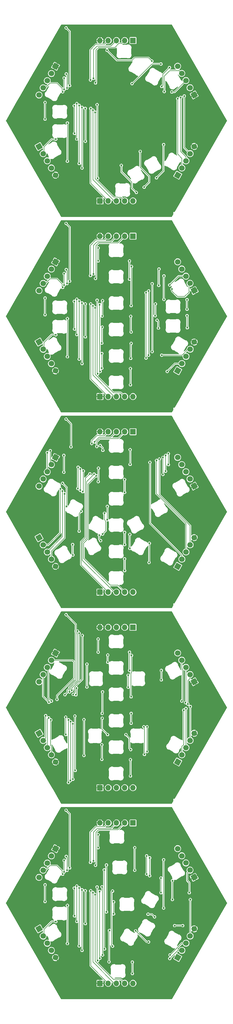
<source format=gbr>
%TF.GenerationSoftware,KiCad,Pcbnew,8.0.8*%
%TF.CreationDate,2025-04-07T12:48:11-04:00*%
%TF.ProjectId,pcb_tile_game_tile_panelized,7063625f-7469-46c6-955f-67616d655f74,rev?*%
%TF.SameCoordinates,Original*%
%TF.FileFunction,Copper,L2,Bot*%
%TF.FilePolarity,Positive*%
%FSLAX46Y46*%
G04 Gerber Fmt 4.6, Leading zero omitted, Abs format (unit mm)*
G04 Created by KiCad (PCBNEW 8.0.8) date 2025-04-07 12:48:11*
%MOMM*%
%LPD*%
G01*
G04 APERTURE LIST*
G04 Aperture macros list*
%AMHorizOval*
0 Thick line with rounded ends*
0 $1 width*
0 $2 $3 position (X,Y) of the first rounded end (center of the circle)*
0 $4 $5 position (X,Y) of the second rounded end (center of the circle)*
0 Add line between two ends*
20,1,$1,$2,$3,$4,$5,0*
0 Add two circle primitives to create the rounded ends*
1,1,$1,$2,$3*
1,1,$1,$4,$5*%
%AMRotRect*
0 Rectangle, with rotation*
0 The origin of the aperture is its center*
0 $1 length*
0 $2 width*
0 $3 Rotation angle, in degrees counterclockwise*
0 Add horizontal line*
21,1,$1,$2,0,0,$3*%
G04 Aperture macros list end*
%TA.AperFunction,ComponentPad*%
%ADD10R,1.700000X1.700000*%
%TD*%
%TA.AperFunction,ComponentPad*%
%ADD11O,1.700000X1.700000*%
%TD*%
%TA.AperFunction,ComponentPad*%
%ADD12RotRect,1.700000X1.700000X150.000000*%
%TD*%
%TA.AperFunction,ComponentPad*%
%ADD13HorizOval,1.700000X0.000000X0.000000X0.000000X0.000000X0*%
%TD*%
%TA.AperFunction,ComponentPad*%
%ADD14RotRect,1.700000X1.700000X330.000000*%
%TD*%
%TA.AperFunction,ComponentPad*%
%ADD15HorizOval,1.700000X0.000000X0.000000X0.000000X0.000000X0*%
%TD*%
%TA.AperFunction,ComponentPad*%
%ADD16RotRect,1.700000X1.700000X210.000000*%
%TD*%
%TA.AperFunction,ComponentPad*%
%ADD17HorizOval,1.700000X0.000000X0.000000X0.000000X0.000000X0*%
%TD*%
%TA.AperFunction,ComponentPad*%
%ADD18RotRect,1.700000X1.700000X30.000000*%
%TD*%
%TA.AperFunction,ComponentPad*%
%ADD19HorizOval,1.700000X0.000000X0.000000X0.000000X0.000000X0*%
%TD*%
%TA.AperFunction,ViaPad*%
%ADD20C,0.600000*%
%TD*%
%TA.AperFunction,Conductor*%
%ADD21C,0.200000*%
%TD*%
G04 APERTURE END LIST*
D10*
%TO.P,J2,1,Pin_1*%
%TO.N,VCC*%
X52300508Y-84600000D03*
D11*
%TO.P,J2,2,Pin_2*%
%TO.N,/TX_J2*%
X54840508Y-84600000D03*
%TO.P,J2,3,Pin_3*%
%TO.N,/DATA_J2*%
X57380508Y-84600000D03*
%TO.P,J2,4,Pin_4*%
%TO.N,/RX_J2*%
X59920508Y-84600000D03*
%TO.P,J2,5,Pin_5*%
%TO.N,GND*%
X62460508Y-84600000D03*
%TD*%
D12*
%TO.P,J3,1,Pin_1*%
%TO.N,GND*%
X76240508Y-76689409D03*
D13*
%TO.P,J3,2,Pin_2*%
%TO.N,/TX_J3*%
X77510508Y-74489704D03*
%TO.P,J3,3,Pin_3*%
%TO.N,/DATA_J3*%
X78780508Y-72290000D03*
%TO.P,J3,4,Pin_4*%
%TO.N,/RX_J3*%
X80050508Y-70090295D03*
%TO.P,J3,5,Pin_5*%
%TO.N,VCC*%
X81320508Y-67890591D03*
%TD*%
D14*
%TO.P,J6,1,Pin_1*%
%TO.N,VCC*%
X38620508Y-43300591D03*
D15*
%TO.P,J6,2,Pin_2*%
%TO.N,/TX_J6*%
X37350508Y-45500296D03*
%TO.P,J6,3,Pin_3*%
%TO.N,/DATA_J6*%
X36080508Y-47700000D03*
%TO.P,J6,4,Pin_4*%
%TO.N,/RX_J6*%
X34810508Y-49899705D03*
%TO.P,J6,5,Pin_5*%
%TO.N,GND*%
X33540508Y-52099409D03*
%TD*%
D16*
%TO.P,J4,1,Pin_1*%
%TO.N,VCC*%
X81283857Y-52075928D03*
D17*
%TO.P,J4,2,Pin_2*%
%TO.N,/TX_J4*%
X80013857Y-49876223D03*
%TO.P,J4,3,Pin_3*%
%TO.N,/DATA_J4*%
X78743857Y-47676519D03*
%TO.P,J4,4,Pin_4*%
%TO.N,/RX_J4*%
X77473857Y-45476814D03*
%TO.P,J4,5,Pin_5*%
%TO.N,GND*%
X76203857Y-43277110D03*
%TD*%
D18*
%TO.P,J1,1,Pin_1*%
%TO.N,GND*%
X33540508Y-67900591D03*
D19*
%TO.P,J1,2,Pin_2*%
%TO.N,/TX_J1*%
X34810508Y-70100296D03*
%TO.P,J1,3,Pin_3*%
%TO.N,/DATA_J1*%
X36080508Y-72300000D03*
%TO.P,J1,4,Pin_4*%
%TO.N,/RX_J1*%
X37350508Y-74499705D03*
%TO.P,J1,5,Pin_5*%
%TO.N,VCC*%
X38620508Y-76699409D03*
%TD*%
D10*
%TO.P,J5,1,Pin_1*%
%TO.N,GND*%
X62460508Y-35400000D03*
D11*
%TO.P,J5,2,Pin_2*%
%TO.N,/TX_J5*%
X59920508Y-35400000D03*
%TO.P,J5,3,Pin_3*%
%TO.N,/DATA_J5*%
X57380508Y-35400000D03*
%TO.P,J5,4,Pin_4*%
%TO.N,/RX_J5*%
X54840508Y-35400000D03*
%TO.P,J5,5,Pin_5*%
%TO.N,VCC*%
X52300508Y-35400000D03*
%TD*%
D10*
%TO.P,J2,1,Pin_1*%
%TO.N,VCC*%
X52300508Y-144600000D03*
D11*
%TO.P,J2,2,Pin_2*%
%TO.N,/TX_J2*%
X54840508Y-144600000D03*
%TO.P,J2,3,Pin_3*%
%TO.N,/DATA_J2*%
X57380508Y-144600000D03*
%TO.P,J2,4,Pin_4*%
%TO.N,/RX_J2*%
X59920508Y-144600000D03*
%TO.P,J2,5,Pin_5*%
%TO.N,GND*%
X62460508Y-144600000D03*
%TD*%
D12*
%TO.P,J3,1,Pin_1*%
%TO.N,GND*%
X76240508Y-136689409D03*
D13*
%TO.P,J3,2,Pin_2*%
%TO.N,/TX_J3*%
X77510508Y-134489704D03*
%TO.P,J3,3,Pin_3*%
%TO.N,/DATA_J3*%
X78780508Y-132290000D03*
%TO.P,J3,4,Pin_4*%
%TO.N,/RX_J3*%
X80050508Y-130090295D03*
%TO.P,J3,5,Pin_5*%
%TO.N,VCC*%
X81320508Y-127890591D03*
%TD*%
D14*
%TO.P,J6,1,Pin_1*%
%TO.N,VCC*%
X38620508Y-103300591D03*
D15*
%TO.P,J6,2,Pin_2*%
%TO.N,/TX_J6*%
X37350508Y-105500296D03*
%TO.P,J6,3,Pin_3*%
%TO.N,/DATA_J6*%
X36080508Y-107700000D03*
%TO.P,J6,4,Pin_4*%
%TO.N,/RX_J6*%
X34810508Y-109899705D03*
%TO.P,J6,5,Pin_5*%
%TO.N,GND*%
X33540508Y-112099409D03*
%TD*%
D16*
%TO.P,J4,1,Pin_1*%
%TO.N,VCC*%
X81283857Y-112075928D03*
D17*
%TO.P,J4,2,Pin_2*%
%TO.N,/TX_J4*%
X80013857Y-109876223D03*
%TO.P,J4,3,Pin_3*%
%TO.N,/DATA_J4*%
X78743857Y-107676519D03*
%TO.P,J4,4,Pin_4*%
%TO.N,/RX_J4*%
X77473857Y-105476814D03*
%TO.P,J4,5,Pin_5*%
%TO.N,GND*%
X76203857Y-103277110D03*
%TD*%
D18*
%TO.P,J1,1,Pin_1*%
%TO.N,GND*%
X33540508Y-127900591D03*
D19*
%TO.P,J1,2,Pin_2*%
%TO.N,/TX_J1*%
X34810508Y-130100296D03*
%TO.P,J1,3,Pin_3*%
%TO.N,/DATA_J1*%
X36080508Y-132300000D03*
%TO.P,J1,4,Pin_4*%
%TO.N,/RX_J1*%
X37350508Y-134499705D03*
%TO.P,J1,5,Pin_5*%
%TO.N,VCC*%
X38620508Y-136699409D03*
%TD*%
D10*
%TO.P,J5,1,Pin_1*%
%TO.N,GND*%
X62460508Y-95400000D03*
D11*
%TO.P,J5,2,Pin_2*%
%TO.N,/TX_J5*%
X59920508Y-95400000D03*
%TO.P,J5,3,Pin_3*%
%TO.N,/DATA_J5*%
X57380508Y-95400000D03*
%TO.P,J5,4,Pin_4*%
%TO.N,/RX_J5*%
X54840508Y-95400000D03*
%TO.P,J5,5,Pin_5*%
%TO.N,VCC*%
X52300508Y-95400000D03*
%TD*%
D10*
%TO.P,J2,1,Pin_1*%
%TO.N,VCC*%
X52300508Y-204600000D03*
D11*
%TO.P,J2,2,Pin_2*%
%TO.N,/TX_J2*%
X54840508Y-204600000D03*
%TO.P,J2,3,Pin_3*%
%TO.N,/DATA_J2*%
X57380508Y-204600000D03*
%TO.P,J2,4,Pin_4*%
%TO.N,/RX_J2*%
X59920508Y-204600000D03*
%TO.P,J2,5,Pin_5*%
%TO.N,GND*%
X62460508Y-204600000D03*
%TD*%
D12*
%TO.P,J3,1,Pin_1*%
%TO.N,GND*%
X76240508Y-196689409D03*
D13*
%TO.P,J3,2,Pin_2*%
%TO.N,/TX_J3*%
X77510508Y-194489704D03*
%TO.P,J3,3,Pin_3*%
%TO.N,/DATA_J3*%
X78780508Y-192290000D03*
%TO.P,J3,4,Pin_4*%
%TO.N,/RX_J3*%
X80050508Y-190090295D03*
%TO.P,J3,5,Pin_5*%
%TO.N,VCC*%
X81320508Y-187890591D03*
%TD*%
D14*
%TO.P,J6,1,Pin_1*%
%TO.N,VCC*%
X38620508Y-163300591D03*
D15*
%TO.P,J6,2,Pin_2*%
%TO.N,/TX_J6*%
X37350508Y-165500296D03*
%TO.P,J6,3,Pin_3*%
%TO.N,/DATA_J6*%
X36080508Y-167700000D03*
%TO.P,J6,4,Pin_4*%
%TO.N,/RX_J6*%
X34810508Y-169899705D03*
%TO.P,J6,5,Pin_5*%
%TO.N,GND*%
X33540508Y-172099409D03*
%TD*%
D16*
%TO.P,J4,1,Pin_1*%
%TO.N,VCC*%
X81283857Y-172075928D03*
D17*
%TO.P,J4,2,Pin_2*%
%TO.N,/TX_J4*%
X80013857Y-169876223D03*
%TO.P,J4,3,Pin_3*%
%TO.N,/DATA_J4*%
X78743857Y-167676519D03*
%TO.P,J4,4,Pin_4*%
%TO.N,/RX_J4*%
X77473857Y-165476814D03*
%TO.P,J4,5,Pin_5*%
%TO.N,GND*%
X76203857Y-163277110D03*
%TD*%
D18*
%TO.P,J1,1,Pin_1*%
%TO.N,GND*%
X33540508Y-187900591D03*
D19*
%TO.P,J1,2,Pin_2*%
%TO.N,/TX_J1*%
X34810508Y-190100296D03*
%TO.P,J1,3,Pin_3*%
%TO.N,/DATA_J1*%
X36080508Y-192300000D03*
%TO.P,J1,4,Pin_4*%
%TO.N,/RX_J1*%
X37350508Y-194499705D03*
%TO.P,J1,5,Pin_5*%
%TO.N,VCC*%
X38620508Y-196699409D03*
%TD*%
D10*
%TO.P,J5,1,Pin_1*%
%TO.N,GND*%
X62460508Y-155400000D03*
D11*
%TO.P,J5,2,Pin_2*%
%TO.N,/TX_J5*%
X59920508Y-155400000D03*
%TO.P,J5,3,Pin_3*%
%TO.N,/DATA_J5*%
X57380508Y-155400000D03*
%TO.P,J5,4,Pin_4*%
%TO.N,/RX_J5*%
X54840508Y-155400000D03*
%TO.P,J5,5,Pin_5*%
%TO.N,VCC*%
X52300508Y-155400000D03*
%TD*%
D10*
%TO.P,J2,1,Pin_1*%
%TO.N,VCC*%
X52300508Y-264600000D03*
D11*
%TO.P,J2,2,Pin_2*%
%TO.N,/TX_J2*%
X54840508Y-264600000D03*
%TO.P,J2,3,Pin_3*%
%TO.N,/DATA_J2*%
X57380508Y-264600000D03*
%TO.P,J2,4,Pin_4*%
%TO.N,/RX_J2*%
X59920508Y-264600000D03*
%TO.P,J2,5,Pin_5*%
%TO.N,GND*%
X62460508Y-264600000D03*
%TD*%
D12*
%TO.P,J3,1,Pin_1*%
%TO.N,GND*%
X76240508Y-256689409D03*
D13*
%TO.P,J3,2,Pin_2*%
%TO.N,/TX_J3*%
X77510508Y-254489704D03*
%TO.P,J3,3,Pin_3*%
%TO.N,/DATA_J3*%
X78780508Y-252290000D03*
%TO.P,J3,4,Pin_4*%
%TO.N,/RX_J3*%
X80050508Y-250090295D03*
%TO.P,J3,5,Pin_5*%
%TO.N,VCC*%
X81320508Y-247890591D03*
%TD*%
D14*
%TO.P,J6,1,Pin_1*%
%TO.N,VCC*%
X38620508Y-223300591D03*
D15*
%TO.P,J6,2,Pin_2*%
%TO.N,/TX_J6*%
X37350508Y-225500296D03*
%TO.P,J6,3,Pin_3*%
%TO.N,/DATA_J6*%
X36080508Y-227700000D03*
%TO.P,J6,4,Pin_4*%
%TO.N,/RX_J6*%
X34810508Y-229899705D03*
%TO.P,J6,5,Pin_5*%
%TO.N,GND*%
X33540508Y-232099409D03*
%TD*%
D16*
%TO.P,J4,1,Pin_1*%
%TO.N,VCC*%
X81283857Y-232075928D03*
D17*
%TO.P,J4,2,Pin_2*%
%TO.N,/TX_J4*%
X80013857Y-229876223D03*
%TO.P,J4,3,Pin_3*%
%TO.N,/DATA_J4*%
X78743857Y-227676519D03*
%TO.P,J4,4,Pin_4*%
%TO.N,/RX_J4*%
X77473857Y-225476814D03*
%TO.P,J4,5,Pin_5*%
%TO.N,GND*%
X76203857Y-223277110D03*
%TD*%
D18*
%TO.P,J1,1,Pin_1*%
%TO.N,GND*%
X33540508Y-247900591D03*
D19*
%TO.P,J1,2,Pin_2*%
%TO.N,/TX_J1*%
X34810508Y-250100296D03*
%TO.P,J1,3,Pin_3*%
%TO.N,/DATA_J1*%
X36080508Y-252300000D03*
%TO.P,J1,4,Pin_4*%
%TO.N,/RX_J1*%
X37350508Y-254499705D03*
%TO.P,J1,5,Pin_5*%
%TO.N,VCC*%
X38620508Y-256699409D03*
%TD*%
D10*
%TO.P,J5,1,Pin_1*%
%TO.N,GND*%
X62460508Y-215400000D03*
D11*
%TO.P,J5,2,Pin_2*%
%TO.N,/TX_J5*%
X59920508Y-215400000D03*
%TO.P,J5,3,Pin_3*%
%TO.N,/DATA_J5*%
X57380508Y-215400000D03*
%TO.P,J5,4,Pin_4*%
%TO.N,/RX_J5*%
X54840508Y-215400000D03*
%TO.P,J5,5,Pin_5*%
%TO.N,VCC*%
X52300508Y-215400000D03*
%TD*%
D10*
%TO.P,J2,1,Pin_1*%
%TO.N,VCC*%
X52300508Y-324600000D03*
D11*
%TO.P,J2,2,Pin_2*%
%TO.N,/TX_J2*%
X54840508Y-324600000D03*
%TO.P,J2,3,Pin_3*%
%TO.N,/DATA_J2*%
X57380508Y-324600000D03*
%TO.P,J2,4,Pin_4*%
%TO.N,/RX_J2*%
X59920508Y-324600000D03*
%TO.P,J2,5,Pin_5*%
%TO.N,GND*%
X62460508Y-324600000D03*
%TD*%
D12*
%TO.P,J3,1,Pin_1*%
%TO.N,GND*%
X76240508Y-316689409D03*
D13*
%TO.P,J3,2,Pin_2*%
%TO.N,/TX_J3*%
X77510508Y-314489704D03*
%TO.P,J3,3,Pin_3*%
%TO.N,/DATA_J3*%
X78780508Y-312290000D03*
%TO.P,J3,4,Pin_4*%
%TO.N,/RX_J3*%
X80050508Y-310090295D03*
%TO.P,J3,5,Pin_5*%
%TO.N,VCC*%
X81320508Y-307890591D03*
%TD*%
D14*
%TO.P,J6,1,Pin_1*%
%TO.N,VCC*%
X38620508Y-283300591D03*
D15*
%TO.P,J6,2,Pin_2*%
%TO.N,/TX_J6*%
X37350508Y-285500296D03*
%TO.P,J6,3,Pin_3*%
%TO.N,/DATA_J6*%
X36080508Y-287700000D03*
%TO.P,J6,4,Pin_4*%
%TO.N,/RX_J6*%
X34810508Y-289899705D03*
%TO.P,J6,5,Pin_5*%
%TO.N,GND*%
X33540508Y-292099409D03*
%TD*%
D16*
%TO.P,J4,1,Pin_1*%
%TO.N,VCC*%
X81283857Y-292075928D03*
D17*
%TO.P,J4,2,Pin_2*%
%TO.N,/TX_J4*%
X80013857Y-289876223D03*
%TO.P,J4,3,Pin_3*%
%TO.N,/DATA_J4*%
X78743857Y-287676519D03*
%TO.P,J4,4,Pin_4*%
%TO.N,/RX_J4*%
X77473857Y-285476814D03*
%TO.P,J4,5,Pin_5*%
%TO.N,GND*%
X76203857Y-283277110D03*
%TD*%
D18*
%TO.P,J1,1,Pin_1*%
%TO.N,GND*%
X33540508Y-307900591D03*
D19*
%TO.P,J1,2,Pin_2*%
%TO.N,/TX_J1*%
X34810508Y-310100296D03*
%TO.P,J1,3,Pin_3*%
%TO.N,/DATA_J1*%
X36080508Y-312300000D03*
%TO.P,J1,4,Pin_4*%
%TO.N,/RX_J1*%
X37350508Y-314499705D03*
%TO.P,J1,5,Pin_5*%
%TO.N,VCC*%
X38620508Y-316699409D03*
%TD*%
D10*
%TO.P,J5,1,Pin_1*%
%TO.N,GND*%
X62460508Y-275400000D03*
D11*
%TO.P,J5,2,Pin_2*%
%TO.N,/TX_J5*%
X59920508Y-275400000D03*
%TO.P,J5,3,Pin_3*%
%TO.N,/DATA_J5*%
X57380508Y-275400000D03*
%TO.P,J5,4,Pin_4*%
%TO.N,/RX_J5*%
X54840508Y-275400000D03*
%TO.P,J5,5,Pin_5*%
%TO.N,VCC*%
X52300508Y-275400000D03*
%TD*%
D20*
%TO.N,VCC*%
X66380508Y-81500000D03*
X43830508Y-62171285D03*
X69380508Y-40300000D03*
X72574337Y-76593829D03*
X64380508Y-37967636D03*
X43780508Y-47400000D03*
X43780508Y-57300000D03*
X40180508Y-47700000D03*
X73880508Y-42146947D03*
X68280508Y-79900000D03*
X40880508Y-68200000D03*
X70480508Y-78600000D03*
X66680508Y-39646947D03*
X43480508Y-53712500D03*
%TO.N,Net-(LED1-DOUT)*%
X73680508Y-43700000D03*
X71280508Y-49500000D03*
%TO.N,Net-(LED2-DOUT)*%
X62180508Y-48600000D03*
X71080508Y-42600000D03*
%TO.N,Net-(LED3-DOUT)*%
X54480508Y-38400000D03*
X68280508Y-41700000D03*
%TO.N,Net-(LED5-DOUT)*%
X58880508Y-73700000D03*
X63480508Y-82000000D03*
%TO.N,Net-(LED6-DOUT)*%
X65880508Y-80400000D03*
X64680508Y-69400000D03*
%TO.N,/DATA_J1*%
X45880508Y-73099998D03*
X45880508Y-55300000D03*
%TO.N,/TX_J1*%
X38696525Y-65661070D03*
X45171436Y-65600000D03*
X45171436Y-54750000D03*
%TO.N,/RX_J1*%
X46780508Y-74500000D03*
X46780508Y-55900000D03*
%TO.N,/TX_J2*%
X49430730Y-56219506D03*
%TO.N,/DATA_J2*%
X50130508Y-56744159D03*
%TO.N,/RX_J2*%
X50780508Y-57400000D03*
%TO.N,/RX_J3*%
X78229570Y-52400000D03*
%TO.N,/DATA_J3*%
X77180508Y-52850000D03*
%TO.N,/TX_J3*%
X76180508Y-53200000D03*
%TO.N,/RX_J4*%
X72080508Y-51050000D03*
%TO.N,/DATA_J4*%
X74380508Y-51179288D03*
%TO.N,/UPDI*%
X41880508Y-31500000D03*
X42980508Y-49200000D03*
%TO.N,/RX_J5*%
X49374647Y-47496185D03*
%TO.N,/TX_J5*%
X50930508Y-48400000D03*
%TO.N,/DATA_J5*%
X50280508Y-46999998D03*
%TO.N,Net-(LED7-DOUT)*%
X71880508Y-67300000D03*
X69680508Y-77500000D03*
%TO.N,Net-(LED10-DIN)*%
X42280508Y-72400000D03*
X42280508Y-60700000D03*
%TO.N,Net-(LED11-DOUT)*%
X35380508Y-59500000D03*
X35380508Y-54400000D03*
%TO.N,/DATA_J6*%
X41280508Y-46900000D03*
X41280508Y-50400000D03*
%TO.N,/RX_J6*%
X40796894Y-51130021D03*
%TO.N,/TX_J6*%
X41930510Y-45649998D03*
X42142860Y-49950000D03*
%TO.N,/LED_J1-J6*%
X47780508Y-56200000D03*
X47780508Y-66300000D03*
%TO.N,Net-(LED10-DOUT)*%
X44380508Y-55400000D03*
X44480508Y-63900000D03*
%TO.N,/LED_J2-J3*%
X51430508Y-55059620D03*
X51585460Y-77645056D03*
%TO.N,GND*%
X69880508Y-121200000D03*
X70280508Y-123600000D03*
%TO.N,VCC*%
X43830508Y-122171285D03*
X43780508Y-107400000D03*
X64880508Y-98800000D03*
X64780508Y-131000000D03*
X78580508Y-125400000D03*
X43780508Y-117300000D03*
X40180508Y-107700000D03*
X64980508Y-139200000D03*
X80080508Y-125400000D03*
X81180508Y-120300000D03*
X64780508Y-106800000D03*
X40880508Y-128200000D03*
X81280508Y-115300000D03*
X64780508Y-114900000D03*
X81280508Y-117800000D03*
X43480508Y-113712500D03*
X64680504Y-123000000D03*
%TO.N,Net-(LED1-DOUT)*%
X52880508Y-131400000D03*
X52880508Y-135900000D03*
X61680508Y-136000000D03*
X61680508Y-141000000D03*
%TO.N,Net-(LED2-DOUT)*%
X61880508Y-128300000D03*
X52880508Y-128200000D03*
X52980508Y-123300000D03*
X61780508Y-132900000D03*
%TO.N,Net-(LED3-DOUT)*%
X61780508Y-120000000D03*
X61880508Y-124800000D03*
X52980508Y-119900000D03*
X53080508Y-115200000D03*
%TO.N,Net-(LED4-DOUT)*%
X61980508Y-104700000D03*
X61880508Y-116700000D03*
%TO.N,Net-(LED5-DOUT)*%
X51730510Y-99000000D03*
X61380508Y-103000000D03*
X61380508Y-108600000D03*
X51730510Y-103000000D03*
%TO.N,/DATA_J1*%
X45880508Y-133099998D03*
X45880508Y-115300000D03*
%TO.N,/TX_J1*%
X38696525Y-125661070D03*
X45171436Y-125600000D03*
X45171436Y-114750000D03*
%TO.N,/RX_J1*%
X46780508Y-134500000D03*
X46780508Y-115900000D03*
%TO.N,/TX_J2*%
X49430730Y-116219506D03*
%TO.N,/DATA_J2*%
X50130508Y-116744159D03*
%TO.N,/RX_J2*%
X50780508Y-117400000D03*
%TO.N,/RX_J3*%
X67280508Y-112200000D03*
X67280508Y-131900000D03*
X71280508Y-131900000D03*
%TO.N,/DATA_J3*%
X66480508Y-132800000D03*
X66480508Y-112750000D03*
%TO.N,/TX_J3*%
X72980508Y-136900000D03*
X52380508Y-136900000D03*
X52180508Y-116400000D03*
%TO.N,/TX_J4*%
X74480506Y-111600000D03*
%TO.N,/RX_J4*%
X70480500Y-105500000D03*
X70380508Y-110500000D03*
%TO.N,/DATA_J4*%
X73780508Y-110400000D03*
%TO.N,/UPDI*%
X41880508Y-91500000D03*
X42980508Y-109200000D03*
%TO.N,/RX_J5*%
X49374647Y-107496185D03*
%TO.N,/TX_J5*%
X50930508Y-108400000D03*
%TO.N,/DATA_J5*%
X50280508Y-106999998D03*
%TO.N,Net-(LED8-DOUT)*%
X79180508Y-123500000D03*
X69380508Y-116200000D03*
X79080508Y-119800000D03*
X69280508Y-119800000D03*
%TO.N,Net-(LED10-DIN)*%
X71980508Y-114800018D03*
X79080508Y-117800000D03*
X79080508Y-114900006D03*
X71980508Y-107600000D03*
%TO.N,Net-(LED11-DOUT)*%
X42280508Y-132400000D03*
X42280508Y-120700000D03*
%TO.N,/DATA_J6*%
X41280508Y-106900000D03*
X41280508Y-110400000D03*
%TO.N,/RX_J6*%
X40796894Y-111130021D03*
%TO.N,/TX_J6*%
X41930510Y-105649998D03*
X42142860Y-109950000D03*
%TO.N,/LED_J1-J6*%
X47780508Y-116200000D03*
X47780508Y-126300000D03*
%TO.N,/LED_J2-J5*%
X51430508Y-115059620D03*
X51585460Y-137645056D03*
%TO.N,Net-(LED12-DOUT)*%
X44380508Y-115400000D03*
X44480508Y-123900000D03*
%TO.N,/LED_J3-J4*%
X68380508Y-130800000D03*
X68380508Y-110000000D03*
%TO.N,Net-(LED13-DOUT)*%
X35380508Y-119500000D03*
X35380508Y-114400000D03*
%TO.N,GND*%
X52080508Y-187100000D03*
X52380508Y-159600000D03*
X52480508Y-188800000D03*
X53180508Y-161100000D03*
%TO.N,VCC*%
X61780508Y-158775000D03*
X43980507Y-196000000D03*
X59180508Y-180400000D03*
X46680508Y-175568750D03*
X44169894Y-158525000D03*
X80155028Y-175425480D03*
X67680508Y-186153053D03*
X51979547Y-194000000D03*
X61180508Y-193700000D03*
X59190672Y-181763414D03*
X75214158Y-190033650D03*
X52580508Y-180200000D03*
X61880508Y-167100000D03*
X40480508Y-169311027D03*
X61780508Y-199137500D03*
X61980508Y-175200000D03*
X67480508Y-185500000D03*
X74580508Y-180720714D03*
X43869894Y-165237500D03*
%TO.N,Net-(LED1-DOUT)*%
X61580508Y-165400000D03*
X61580508Y-160900000D03*
%TO.N,Net-(LED2-DOUT)*%
X59870888Y-170050000D03*
X59880508Y-174000000D03*
%TO.N,Net-(LED3-DOUT)*%
X54580508Y-178300000D03*
X54580508Y-182400000D03*
%TO.N,Net-(LED4-DOUT)*%
X59880508Y-190000000D03*
X59880508Y-186250000D03*
%TO.N,Net-(LED5-DOUT)*%
X59880508Y-198000000D03*
X59880508Y-194400000D03*
%TO.N,/DATA_J1*%
X46246086Y-173342629D03*
X46269894Y-166825000D03*
X40780508Y-173600000D03*
%TO.N,/TX_J1*%
X40126621Y-172940224D03*
X45480508Y-172800000D03*
X45560822Y-166275000D03*
%TO.N,/RX_J1*%
X47169894Y-167425000D03*
X46968584Y-173799456D03*
X41380508Y-174400000D03*
%TO.N,/TX_J2*%
X49180508Y-168300000D03*
%TO.N,/DATA_J2*%
X50480508Y-168400000D03*
%TO.N,/RX_J2*%
X51180508Y-168900000D03*
%TO.N,/RX_J3*%
X70580508Y-163800000D03*
%TO.N,/DATA_J3*%
X69680508Y-164200000D03*
%TO.N,/TX_J3*%
X67680508Y-164800008D03*
%TO.N,/TX_J4*%
X71680508Y-163300000D03*
X71680508Y-168500000D03*
%TO.N,/RX_J4*%
X73380508Y-165500000D03*
X73380508Y-162100000D03*
%TO.N,/DATA_J4*%
X72480508Y-167500000D03*
X72480508Y-162700000D03*
%TO.N,/UPDI*%
X41880508Y-151500000D03*
X43369894Y-160037500D03*
%TO.N,/RX_J5*%
X49764033Y-159021185D03*
%TO.N,/TX_J5*%
X51319894Y-159925000D03*
%TO.N,/DATA_J5*%
X50669894Y-158524998D03*
%TO.N,Net-(LED10-DOUT)*%
X43980508Y-193200000D03*
X43880508Y-190000000D03*
%TO.N,/DATA_J6*%
X36080508Y-161800000D03*
%TO.N,/RX_J6*%
X41186280Y-167800000D03*
X41186280Y-162655021D03*
%TO.N,/TX_J6*%
X36980508Y-161200000D03*
%TO.N,Net-(LED12-DOUT)*%
X40780508Y-171200000D03*
X41980508Y-178299998D03*
%TO.N,Net-(LED13-DOUT)*%
X45880508Y-185900000D03*
X46532891Y-179803449D03*
%TO.N,Net-(LED14-DOUT)*%
X53080508Y-186800000D03*
X53680508Y-180400000D03*
X61480508Y-186900000D03*
X61480508Y-191200000D03*
%TO.N,Net-(LED15-DOUT)*%
X67380508Y-195500000D03*
X67480508Y-189600000D03*
%TO.N,/LED_J1-J4*%
X51819894Y-166584620D03*
X51780508Y-170700000D03*
%TO.N,VCC*%
X71980508Y-225500000D03*
X64880508Y-218800000D03*
X52280508Y-253400000D03*
X50330988Y-227100000D03*
X59880508Y-224900000D03*
X73480508Y-255200000D03*
X64980508Y-259200000D03*
X63355508Y-226900000D03*
X59880508Y-232999992D03*
X36680508Y-241262500D03*
X64780508Y-252900000D03*
X59780508Y-249400000D03*
X40580508Y-232000000D03*
X41444701Y-224564193D03*
X63380508Y-241800000D03*
X45580508Y-254000000D03*
%TO.N,Net-(LED1-DOUT)*%
X52880508Y-251400000D03*
X52880508Y-255900000D03*
X61680508Y-256000000D03*
X61680508Y-261000000D03*
%TO.N,Net-(LED2-DOUT)*%
X60280508Y-248300000D03*
X54632125Y-248300000D03*
X52980508Y-243300000D03*
X61780508Y-252900000D03*
%TO.N,Net-(LED3-DOUT)*%
X61880508Y-241800000D03*
X61880508Y-244800000D03*
X52980508Y-241799996D03*
X53080508Y-235200000D03*
%TO.N,Net-(LED4-DOUT)*%
X54680508Y-226100000D03*
X54680508Y-223900000D03*
X61980508Y-224000000D03*
X61880508Y-236700000D03*
%TO.N,Net-(LED5-DOUT)*%
X51730510Y-219000000D03*
X61380508Y-223000000D03*
X61380508Y-228600000D03*
X51730510Y-223000000D03*
%TO.N,/DATA_J1*%
X36480508Y-243150000D03*
%TO.N,/TX_J1*%
X35580508Y-242500000D03*
%TO.N,/RX_J1*%
X37155387Y-243800000D03*
%TO.N,/TX_J2*%
X42580730Y-243769506D03*
X42580508Y-263000000D03*
%TO.N,/DATA_J2*%
X43220242Y-262380133D03*
X43280508Y-244294159D03*
%TO.N,/RX_J2*%
X43980508Y-262000000D03*
X43930508Y-244950000D03*
%TO.N,/RX_J3*%
X80080508Y-239700000D03*
%TO.N,/DATA_J3*%
X78780508Y-240299996D03*
%TO.N,/TX_J3*%
X78080508Y-240800000D03*
%TO.N,/TX_J4*%
X79319064Y-238922439D03*
%TO.N,/RX_J4*%
X77480508Y-238000000D03*
%TO.N,/DATA_J4*%
X78627518Y-238500000D03*
%TO.N,/UPDI*%
X41530508Y-236050000D03*
X41880508Y-211500000D03*
%TO.N,/RX_J5*%
X42930508Y-235193359D03*
X45380508Y-216550000D03*
%TO.N,/TX_J5*%
X44080508Y-235950000D03*
X46880508Y-217900000D03*
%TO.N,/DATA_J5*%
X43639470Y-234724449D03*
X45880508Y-217199999D03*
%TO.N,Net-(LED7-DOUT)*%
X48280508Y-226700000D03*
X48280508Y-233700002D03*
%TO.N,Net-(LED8-DOUT)*%
X60980508Y-233765406D03*
X60980508Y-230100000D03*
%TO.N,Net-(LED10-DIN)*%
X71180508Y-228600000D03*
X71180508Y-231500000D03*
%TO.N,Net-(LED11-DOUT)*%
X47380508Y-254700000D03*
X47380508Y-243700000D03*
%TO.N,/DATA_J6*%
X37380508Y-238000000D03*
%TO.N,/RX_J6*%
X36580508Y-238400000D03*
%TO.N,/TX_J6*%
X39080508Y-237500000D03*
%TO.N,/LED_J1-J6*%
X41730508Y-242950000D03*
X41780508Y-248300000D03*
%TO.N,/LED_J2-J5*%
X44580508Y-242609620D03*
X44680508Y-259300000D03*
%TO.N,Net-(LED12-DOUT)*%
X65780508Y-245900000D03*
X65980508Y-254400000D03*
%TO.N,/LED_J3-J4*%
X44880508Y-236100000D03*
X45080508Y-234000000D03*
%TO.N,Net-(LED13-DOUT)*%
X66780508Y-253500000D03*
X66780508Y-245900000D03*
%TO.N,VCC*%
X43830508Y-302171285D03*
X43780508Y-287400000D03*
X62780508Y-297300000D03*
X72480508Y-300400000D03*
X43780508Y-297300000D03*
X40180508Y-287700000D03*
X76505988Y-307550000D03*
X40880508Y-308200000D03*
X69780508Y-303100000D03*
X60980508Y-286300000D03*
X62080508Y-278900000D03*
X63780508Y-318700000D03*
X65074175Y-312012907D03*
X43480508Y-293712500D03*
X78680508Y-293500000D03*
%TO.N,Net-(LED1-DOUT)*%
X55180508Y-308400000D03*
X55080508Y-318000000D03*
X62280508Y-321600000D03*
X62280508Y-318100000D03*
%TO.N,Net-(LED2-DOUT)*%
X56180508Y-313200000D03*
X56180508Y-296300000D03*
%TO.N,Net-(LED3-DOUT)*%
X71880508Y-301500000D03*
X71880508Y-286700000D03*
%TO.N,Net-(LED5-DOUT)*%
X63280508Y-308500000D03*
X75280508Y-306900000D03*
X67280508Y-311900000D03*
X77780508Y-306900000D03*
%TO.N,/DATA_J1*%
X45880508Y-313099998D03*
X45880508Y-295300000D03*
%TO.N,/TX_J1*%
X38696525Y-305661070D03*
X45171436Y-305600000D03*
X45171436Y-294750000D03*
%TO.N,/RX_J1*%
X46780508Y-314500000D03*
X46780508Y-295900000D03*
%TO.N,/TX_J2*%
X49430730Y-296219506D03*
%TO.N,/DATA_J2*%
X50130508Y-296744159D03*
%TO.N,/RX_J2*%
X50780508Y-297400000D03*
%TO.N,/RX_J3*%
X74580508Y-293100000D03*
X80080508Y-298900000D03*
X74580508Y-298900000D03*
%TO.N,/DATA_J3*%
X53080508Y-315900000D03*
X73880508Y-315900000D03*
X52930508Y-295000000D03*
%TO.N,/TX_J3*%
X52280507Y-316899999D03*
X73780508Y-317000000D03*
X52180508Y-296400000D03*
%TO.N,/TX_J4*%
X71080508Y-296800000D03*
X71080508Y-292300000D03*
X79780508Y-296800000D03*
%TO.N,/RX_J4*%
X66680508Y-285500000D03*
X66680508Y-291100000D03*
%TO.N,/DATA_J4*%
X67580508Y-286100000D03*
X67580508Y-291600000D03*
%TO.N,/UPDI*%
X41880508Y-271500000D03*
X42980508Y-289200000D03*
%TO.N,/RX_J5*%
X49374647Y-287496185D03*
%TO.N,/TX_J5*%
X50930508Y-288400000D03*
%TO.N,/DATA_J5*%
X50280508Y-286999998D03*
%TO.N,Net-(LED7-DOUT)*%
X54280508Y-302700000D03*
X54280508Y-288300000D03*
%TO.N,Net-(LED6-DOUT)*%
X67080508Y-303400000D03*
X56480508Y-299600000D03*
X56480508Y-303300000D03*
X69080508Y-304200000D03*
%TO.N,Net-(LED11-DOUT)*%
X44380508Y-295400000D03*
X44480508Y-303900000D03*
%TO.N,/DATA_J6*%
X41280508Y-286900000D03*
X41280508Y-290400000D03*
%TO.N,/RX_J6*%
X40796894Y-291130021D03*
%TO.N,/TX_J6*%
X41930510Y-285649998D03*
X42142860Y-289950000D03*
%TO.N,/LED_J1-J6*%
X47780508Y-296200000D03*
X47780508Y-306300000D03*
%TO.N,/LED_J2-J5*%
X51430508Y-295059620D03*
X51585460Y-317645056D03*
%TO.N,/LED_J3-J4*%
X53580508Y-289800000D03*
X53730508Y-314050000D03*
%TO.N,Net-(LED10-DOUT)*%
X42280508Y-312400000D03*
X42280508Y-300700000D03*
%TO.N,Net-(LED8-DOUT)*%
X51730510Y-279000000D03*
X62980508Y-289900000D03*
X62980508Y-283000000D03*
X51730510Y-283000000D03*
%TO.N,Net-(LED12-DOUT)*%
X35380508Y-299500000D03*
X35380508Y-294400000D03*
%TD*%
D21*
%TO.N,Net-(LED1-DOUT)*%
X73680508Y-43700000D02*
X71680508Y-45700000D01*
X71680508Y-45700000D02*
X71680508Y-49100000D01*
X71680508Y-49100000D02*
X71280508Y-49500000D01*
%TO.N,Net-(LED2-DOUT)*%
X62220753Y-48600000D02*
X68220753Y-42600000D01*
X62180508Y-48600000D02*
X62220753Y-48600000D01*
X68220753Y-42600000D02*
X71080508Y-42600000D01*
%TO.N,Net-(LED3-DOUT)*%
X54480508Y-38400000D02*
X57580508Y-41500000D01*
X62125356Y-41500000D02*
X62925356Y-40700000D01*
X67280508Y-40700000D02*
X68280508Y-41700000D01*
X62925356Y-40700000D02*
X67280508Y-40700000D01*
X57580508Y-41500000D02*
X62125356Y-41500000D01*
%TO.N,Net-(LED5-DOUT)*%
X58880508Y-75600000D02*
X58880508Y-73700000D01*
X63480508Y-82000000D02*
X62108835Y-80628327D01*
X62108835Y-80628327D02*
X62108835Y-78828327D01*
X62108835Y-78828327D02*
X58880508Y-75600000D01*
%TO.N,Net-(LED6-DOUT)*%
X65880508Y-80400000D02*
X67480508Y-78800000D01*
X64680508Y-74254007D02*
X64680508Y-69400000D01*
X67480508Y-78800000D02*
X67480508Y-77054007D01*
X67480508Y-77054007D02*
X64680508Y-74254007D01*
%TO.N,/DATA_J1*%
X45880508Y-55300000D02*
X45880508Y-72000000D01*
X45880508Y-72000000D02*
X45880508Y-73099998D01*
%TO.N,/TX_J1*%
X35042368Y-69868436D02*
X35042368Y-68036549D01*
X37417847Y-65661070D02*
X38696525Y-65661070D01*
X35042368Y-68036549D02*
X37417847Y-65661070D01*
X34810508Y-70100296D02*
X35042368Y-69868436D01*
X45171436Y-54750000D02*
X45171436Y-65600000D01*
%TO.N,/RX_J1*%
X46780508Y-73800000D02*
X46780508Y-74500000D01*
X46780508Y-55900000D02*
X46780508Y-73800000D01*
%TO.N,/TX_J2*%
X49430730Y-79190222D02*
X49430730Y-56219506D01*
X54840508Y-84600000D02*
X49430730Y-79190222D01*
%TO.N,/DATA_J2*%
X56680508Y-84600000D02*
X50130508Y-78050000D01*
X50130508Y-78050000D02*
X50130508Y-56744159D01*
X57380508Y-84600000D02*
X56680508Y-84600000D01*
%TO.N,/RX_J2*%
X58803439Y-83482931D02*
X59920508Y-84600000D01*
X50780508Y-57400000D02*
X50780508Y-77759343D01*
X50780508Y-77759343D02*
X56471165Y-83450000D01*
X57750379Y-83474943D02*
X57963439Y-83482931D01*
X57963439Y-83482931D02*
X58803439Y-83482931D01*
X57675267Y-83450000D02*
X57750379Y-83474943D01*
X56471165Y-83450000D02*
X57675267Y-83450000D01*
%TO.N,/RX_J3*%
X80050508Y-70090295D02*
X78229570Y-68269357D01*
X78229570Y-68269357D02*
X78229570Y-52400000D01*
%TO.N,/DATA_J3*%
X78780508Y-71087919D02*
X77180508Y-69487919D01*
X78780508Y-72290000D02*
X78780508Y-71087919D01*
X77180508Y-69487919D02*
X77180508Y-52850000D01*
%TO.N,/TX_J3*%
X76180508Y-53200000D02*
X76180508Y-70217859D01*
X76180508Y-70217859D02*
X77510508Y-71547859D01*
X77510508Y-71547859D02*
X77510508Y-74489704D01*
%TO.N,/RX_J4*%
X72080508Y-46332073D02*
X72080508Y-51050000D01*
X76623857Y-44626814D02*
X73785767Y-44626814D01*
X77473857Y-45476814D02*
X76623857Y-44626814D01*
X73785767Y-44626814D02*
X72080508Y-46332073D01*
%TO.N,/DATA_J4*%
X77406816Y-49068767D02*
X75296295Y-51179288D01*
X78743857Y-47676519D02*
X77576603Y-48843773D01*
X75296295Y-51179288D02*
X74380508Y-51179288D01*
X77576603Y-48843773D02*
X77406816Y-49068767D01*
%TO.N,/UPDI*%
X42980508Y-32600000D02*
X41880508Y-31500000D01*
X42980508Y-49200000D02*
X42980508Y-32600000D01*
%TO.N,/RX_J5*%
X49374647Y-38205861D02*
X49374647Y-47496185D01*
X53690508Y-36550000D02*
X51030508Y-36550000D01*
X51030508Y-36550000D02*
X49374647Y-38205861D01*
X54840508Y-35400000D02*
X53690508Y-36550000D01*
%TO.N,/TX_J5*%
X56898896Y-37500000D02*
X58098896Y-36300000D01*
X59020508Y-36300000D02*
X59920508Y-35400000D01*
X51080508Y-48250000D02*
X50930508Y-48400000D01*
X51080508Y-38300000D02*
X51080508Y-48250000D01*
X58098896Y-36300000D02*
X59020508Y-36300000D01*
X51880508Y-37500000D02*
X56898896Y-37500000D01*
X51080508Y-38300000D02*
X51880508Y-37500000D01*
%TO.N,/DATA_J5*%
X55680508Y-37100000D02*
X51380508Y-37100000D01*
X51380508Y-37100000D02*
X50280508Y-38200000D01*
X55680508Y-37100000D02*
X57380508Y-35400000D01*
X50280508Y-38200000D02*
X50280508Y-46999998D01*
%TO.N,Net-(LED7-DOUT)*%
X69680508Y-77500000D02*
X71880508Y-75300000D01*
X71880508Y-75300000D02*
X71880508Y-67300000D01*
%TO.N,Net-(LED10-DIN)*%
X42337314Y-72343194D02*
X42337314Y-60756806D01*
X42280508Y-72400000D02*
X42337314Y-72343194D01*
X42337314Y-60756806D02*
X42280508Y-60700000D01*
%TO.N,Net-(LED11-DOUT)*%
X35380508Y-59500000D02*
X35380508Y-54400000D01*
%TO.N,/DATA_J6*%
X41280508Y-50400000D02*
X41280508Y-47700000D01*
X41280508Y-47700000D02*
X41280508Y-46900000D01*
%TO.N,/RX_J6*%
X40666366Y-50085858D02*
X39070459Y-48489951D01*
X39070459Y-48489951D02*
X36916903Y-48489951D01*
X40796894Y-51130021D02*
X40666366Y-50999493D01*
X40666366Y-50999493D02*
X40666366Y-50085858D01*
X36916903Y-48489951D02*
X35507149Y-49899705D01*
X35507149Y-49899705D02*
X34810508Y-49899705D01*
%TO.N,/TX_J6*%
X41930510Y-45649998D02*
X42142860Y-45862348D01*
X42142860Y-45862348D02*
X42142860Y-49950000D01*
%TO.N,/LED_J1-J6*%
X47780508Y-56200000D02*
X47780508Y-66300000D01*
%TO.N,Net-(LED10-DOUT)*%
X44480508Y-63900000D02*
X44480508Y-55500000D01*
X44480508Y-55500000D02*
X44380508Y-55400000D01*
%TO.N,/LED_J2-J3*%
X51430508Y-55059620D02*
X51430508Y-77490104D01*
X51430508Y-77490104D02*
X51585460Y-77645056D01*
%TO.N,GND*%
X70280508Y-121600000D02*
X70280508Y-123600000D01*
X69880508Y-121200000D02*
X70280508Y-121600000D01*
%TO.N,VCC*%
X78580508Y-125400000D02*
X80080508Y-125400000D01*
%TO.N,Net-(LED1-DOUT)*%
X52880508Y-135900000D02*
X52880508Y-131400000D01*
X61680508Y-141000000D02*
X61680508Y-136000000D01*
%TO.N,Net-(LED2-DOUT)*%
X52880508Y-123400000D02*
X52980508Y-123300000D01*
X52880508Y-128200000D02*
X52880508Y-123400000D01*
X61780508Y-128400000D02*
X61880508Y-128300000D01*
X61780508Y-132900000D02*
X61780508Y-128400000D01*
%TO.N,Net-(LED3-DOUT)*%
X61780508Y-124700000D02*
X61780508Y-120000000D01*
X61880508Y-124800000D02*
X61780508Y-124700000D01*
X52980508Y-119900000D02*
X52980508Y-115300000D01*
X52980508Y-115300000D02*
X53080508Y-115200000D01*
%TO.N,Net-(LED4-DOUT)*%
X61980508Y-116600000D02*
X61980508Y-104700000D01*
X61880508Y-116700000D02*
X61980508Y-116600000D01*
%TO.N,Net-(LED5-DOUT)*%
X51680508Y-99050002D02*
X51680508Y-102949998D01*
X61380508Y-108600000D02*
X61380508Y-103000000D01*
X51730510Y-99000000D02*
X51680508Y-99050002D01*
X51680508Y-102949998D02*
X51730510Y-103000000D01*
%TO.N,/DATA_J1*%
X45880508Y-115300000D02*
X45880508Y-132000000D01*
X45880508Y-132000000D02*
X45880508Y-133099998D01*
%TO.N,/TX_J1*%
X35042368Y-129868436D02*
X35042368Y-128036549D01*
X37417847Y-125661070D02*
X38696525Y-125661070D01*
X35042368Y-128036549D02*
X37417847Y-125661070D01*
X34810508Y-130100296D02*
X35042368Y-129868436D01*
X45171436Y-114750000D02*
X45171436Y-125600000D01*
%TO.N,/RX_J1*%
X46780508Y-133800000D02*
X46780508Y-134500000D01*
X46780508Y-115900000D02*
X46780508Y-133800000D01*
%TO.N,/TX_J2*%
X49430730Y-139190222D02*
X49430730Y-116219506D01*
X54840508Y-144600000D02*
X49430730Y-139190222D01*
%TO.N,/DATA_J2*%
X50130508Y-138050000D02*
X50130508Y-116744159D01*
X56680508Y-144600000D02*
X50130508Y-138050000D01*
X57380508Y-144600000D02*
X56680508Y-144600000D01*
%TO.N,/RX_J2*%
X50780508Y-117400000D02*
X50780508Y-137759343D01*
X50780508Y-137759343D02*
X56471165Y-143450000D01*
X58770508Y-143450000D02*
X59920508Y-144600000D01*
X56471165Y-143450000D02*
X58770508Y-143450000D01*
%TO.N,/RX_J3*%
X67280508Y-112200000D02*
X67280508Y-131900000D01*
X80050508Y-130090295D02*
X79353867Y-130090295D01*
X79353867Y-130090295D02*
X77544162Y-131900000D01*
X77544162Y-131900000D02*
X71280508Y-131900000D01*
%TO.N,/DATA_J3*%
X66480508Y-132800000D02*
X66480508Y-112750000D01*
%TO.N,/TX_J3*%
X52180508Y-116400000D02*
X52180508Y-136700000D01*
X52180508Y-136700000D02*
X52380508Y-136900000D01*
X75390804Y-134489704D02*
X77510508Y-134489704D01*
X72980508Y-136900000D02*
X75390804Y-134489704D01*
%TO.N,/TX_J4*%
X79676407Y-112604101D02*
X78350397Y-113930111D01*
X79676407Y-110213673D02*
X79676407Y-112604101D01*
X74480506Y-112258761D02*
X74480506Y-111600000D01*
X78350397Y-113930111D02*
X76151856Y-113930111D01*
X76151856Y-113930111D02*
X74480506Y-112258761D01*
X80013857Y-109876223D02*
X79676407Y-110213673D01*
%TO.N,/RX_J4*%
X70380508Y-105599992D02*
X70480500Y-105500000D01*
X70380508Y-110500000D02*
X70380508Y-105599992D01*
%TO.N,/DATA_J4*%
X76503989Y-107676519D02*
X78743857Y-107676519D01*
X73780508Y-110400000D02*
X76503989Y-107676519D01*
%TO.N,/UPDI*%
X42980508Y-92600000D02*
X41880508Y-91500000D01*
X42980508Y-109200000D02*
X42980508Y-92600000D01*
%TO.N,/RX_J5*%
X49374647Y-98205861D02*
X49374647Y-107496185D01*
X53690508Y-96550000D02*
X51030508Y-96550000D01*
X51030508Y-96550000D02*
X49374647Y-98205861D01*
X54840508Y-95400000D02*
X53690508Y-96550000D01*
%TO.N,/TX_J5*%
X59920508Y-95400000D02*
X57820508Y-97500000D01*
X51080508Y-108250000D02*
X50930508Y-108400000D01*
X51080508Y-98300000D02*
X51080508Y-108250000D01*
X57820508Y-97500000D02*
X51880508Y-97500000D01*
X51080508Y-98300000D02*
X51880508Y-97500000D01*
%TO.N,/DATA_J5*%
X57380508Y-95400000D02*
X55680508Y-97100000D01*
X55680508Y-97100000D02*
X51380508Y-97100000D01*
X51380508Y-97100000D02*
X50280508Y-98200000D01*
X50280508Y-98200000D02*
X50280508Y-106999998D01*
%TO.N,Net-(LED8-DOUT)*%
X69280508Y-116300000D02*
X69380508Y-116200000D01*
X79180508Y-119900000D02*
X79080508Y-119800000D01*
X69280508Y-119800000D02*
X69280508Y-116300000D01*
X79180508Y-123500000D02*
X79180508Y-119900000D01*
%TO.N,Net-(LED10-DIN)*%
X71980508Y-107600000D02*
X71980508Y-114800018D01*
X79080508Y-117800000D02*
X79080508Y-114900006D01*
%TO.N,Net-(LED11-DOUT)*%
X42337314Y-132343194D02*
X42337314Y-120756806D01*
X42280508Y-132400000D02*
X42337314Y-132343194D01*
X42337314Y-120756806D02*
X42280508Y-120700000D01*
%TO.N,/DATA_J6*%
X41280508Y-110400000D02*
X41280508Y-107700000D01*
X41280508Y-107700000D02*
X41280508Y-106900000D01*
%TO.N,/RX_J6*%
X40666366Y-110085858D02*
X39070459Y-108489951D01*
X39070459Y-108489951D02*
X36916903Y-108489951D01*
X40796894Y-111130021D02*
X40666366Y-110999493D01*
X40666366Y-110999493D02*
X40666366Y-110085858D01*
X36916903Y-108489951D02*
X35507149Y-109899705D01*
X35507149Y-109899705D02*
X34810508Y-109899705D01*
%TO.N,/TX_J6*%
X41930510Y-105649998D02*
X42142860Y-105862348D01*
X42142860Y-105862348D02*
X42142860Y-109950000D01*
%TO.N,/LED_J1-J6*%
X47780508Y-116200000D02*
X47780508Y-126300000D01*
%TO.N,/LED_J2-J5*%
X51430508Y-115059620D02*
X51430508Y-137490104D01*
X51430508Y-137490104D02*
X51585460Y-137645056D01*
%TO.N,Net-(LED12-DOUT)*%
X44480508Y-123900000D02*
X44480508Y-115500000D01*
X44480508Y-115500000D02*
X44380508Y-115400000D01*
%TO.N,/LED_J3-J4*%
X68380508Y-110000000D02*
X68380508Y-130800000D01*
%TO.N,Net-(LED13-DOUT)*%
X35380508Y-119500000D02*
X35380508Y-114400000D01*
%TO.N,GND*%
X52080508Y-187100000D02*
X52080508Y-188400000D01*
X52080508Y-188400000D02*
X52480508Y-188800000D01*
X53180508Y-160400000D02*
X52380508Y-159600000D01*
X53180508Y-161100000D02*
X53180508Y-160400000D01*
%TO.N,VCC*%
X59180508Y-180400000D02*
X59180508Y-181753250D01*
X59180508Y-181753250D02*
X59190672Y-181763414D01*
%TO.N,Net-(LED1-DOUT)*%
X61580508Y-160900000D02*
X61580508Y-165400000D01*
%TO.N,Net-(LED2-DOUT)*%
X59880508Y-170059620D02*
X59870888Y-170050000D01*
X59880508Y-174000000D02*
X59880508Y-170059620D01*
%TO.N,Net-(LED3-DOUT)*%
X54580508Y-178300000D02*
X54580508Y-182400000D01*
%TO.N,Net-(LED4-DOUT)*%
X59880508Y-190000000D02*
X59880508Y-186250000D01*
%TO.N,Net-(LED5-DOUT)*%
X59880508Y-194400000D02*
X59880508Y-198000000D01*
%TO.N,/DATA_J1*%
X40780508Y-173600000D02*
X40780508Y-187600000D01*
X46269894Y-166825000D02*
X46269894Y-173318821D01*
X40780508Y-187600000D02*
X36080508Y-192300000D01*
X46269894Y-173318821D02*
X46246086Y-173342629D01*
%TO.N,/TX_J1*%
X40030508Y-173036337D02*
X40030508Y-186450000D01*
X36380212Y-190100296D02*
X34810508Y-190100296D01*
X45560822Y-172719686D02*
X45480508Y-172800000D01*
X40030508Y-186450000D02*
X36380212Y-190100296D01*
X40126621Y-172940224D02*
X40030508Y-173036337D01*
X45560822Y-166275000D02*
X45560822Y-172719686D01*
%TO.N,/RX_J1*%
X37350508Y-192030000D02*
X37350508Y-194499705D01*
X41380508Y-188000000D02*
X37350508Y-192030000D01*
X47169894Y-173598146D02*
X46968584Y-173799456D01*
X47169894Y-167425000D02*
X47169894Y-173598146D01*
X41380508Y-174400000D02*
X41380508Y-188000000D01*
%TO.N,/TX_J2*%
X54840508Y-204600000D02*
X46480508Y-196240000D01*
X47780508Y-187800000D02*
X47780508Y-169700000D01*
X47780508Y-169700000D02*
X49180508Y-168300000D01*
X46480508Y-196240000D02*
X46480508Y-189100000D01*
X46480508Y-189100000D02*
X47780508Y-187800000D01*
%TO.N,/DATA_J2*%
X50480508Y-168400000D02*
X48180508Y-170700000D01*
X46880508Y-194800000D02*
X56680508Y-204600000D01*
X56680508Y-204600000D02*
X57380508Y-204600000D01*
X48180508Y-170700000D02*
X48180508Y-188064747D01*
X48180508Y-188064747D02*
X46880508Y-189364747D01*
X46880508Y-189364747D02*
X46880508Y-194800000D01*
%TO.N,/RX_J2*%
X47284636Y-189561558D02*
X47284636Y-194263470D01*
X55515430Y-202494264D02*
X57814772Y-202494264D01*
X47284636Y-194263470D02*
X55515430Y-202494264D01*
X48584651Y-171495857D02*
X48584651Y-188261543D01*
X51180508Y-168900000D02*
X48584651Y-171495857D01*
X48584651Y-188261543D02*
X47284636Y-189561558D01*
X57814772Y-202494264D02*
X59920508Y-204600000D01*
%TO.N,/RX_J3*%
X80050508Y-184200775D02*
X80050508Y-190090295D01*
X70580508Y-174730775D02*
X80050508Y-184200775D01*
X70580508Y-163800000D02*
X70580508Y-174730775D01*
%TO.N,/DATA_J3*%
X78780508Y-192290000D02*
X78780508Y-183496461D01*
X78780508Y-183496461D02*
X69680508Y-174396461D01*
X69680508Y-174396461D02*
X69680508Y-164200000D01*
%TO.N,/TX_J3*%
X77510508Y-193287623D02*
X67680508Y-183457623D01*
X77510508Y-194489704D02*
X77510508Y-193287623D01*
X67680508Y-183457623D02*
X67680508Y-164800008D01*
%TO.N,/TX_J4*%
X71680508Y-163300000D02*
X71680508Y-168500000D01*
%TO.N,/RX_J4*%
X73380508Y-162100000D02*
X73380508Y-165500000D01*
%TO.N,/DATA_J4*%
X72480508Y-162700000D02*
X72480508Y-167500000D01*
%TO.N,/UPDI*%
X41880508Y-151500000D02*
X43380508Y-153000000D01*
X43380508Y-160026886D02*
X43369894Y-160037500D01*
X43380508Y-153000000D02*
X43380508Y-160026886D01*
%TO.N,/RX_J5*%
X53690508Y-156550000D02*
X51330508Y-156550000D01*
X51330508Y-156550000D02*
X49880508Y-158000000D01*
X49880508Y-158000000D02*
X49764033Y-158116475D01*
X49764033Y-158116475D02*
X49764033Y-159021185D01*
X54840508Y-155400000D02*
X53690508Y-156550000D01*
%TO.N,/TX_J5*%
X51469894Y-159775000D02*
X51319894Y-159925000D01*
X57820508Y-157500000D02*
X59920508Y-155400000D01*
X51319894Y-159925000D02*
X51319894Y-158440684D01*
X51319894Y-158440684D02*
X52260578Y-157500000D01*
X52260578Y-157500000D02*
X57820508Y-157500000D01*
%TO.N,/DATA_J5*%
X52094892Y-157100000D02*
X50669894Y-158524998D01*
X57380508Y-155400000D02*
X55680508Y-157100000D01*
X55680508Y-157100000D02*
X52094892Y-157100000D01*
%TO.N,Net-(LED10-DOUT)*%
X43980508Y-193200000D02*
X43880508Y-193100000D01*
X43880508Y-193100000D02*
X43880508Y-190000000D01*
%TO.N,/DATA_J6*%
X36080508Y-167700000D02*
X36080508Y-161800000D01*
%TO.N,/RX_J6*%
X41186280Y-162655021D02*
X41055752Y-162524493D01*
X41186280Y-162655021D02*
X41186280Y-167800000D01*
X35507149Y-169899705D02*
X34810508Y-169899705D01*
%TO.N,/TX_J6*%
X36980508Y-165130296D02*
X36980508Y-161200000D01*
X37350508Y-165500296D02*
X36980508Y-165130296D01*
%TO.N,Net-(LED12-DOUT)*%
X42080508Y-178199998D02*
X41980508Y-178299998D01*
X40780508Y-171200000D02*
X42080508Y-172500000D01*
X42080508Y-172500000D02*
X42080508Y-178199998D01*
%TO.N,Net-(LED13-DOUT)*%
X45880508Y-180533408D02*
X45880508Y-185900000D01*
X45986479Y-180349861D02*
X45880508Y-180533408D01*
X46532891Y-179803449D02*
X45986479Y-180349861D01*
%TO.N,Net-(LED14-DOUT)*%
X54075403Y-185805105D02*
X54075403Y-182794895D01*
X53080508Y-186800000D02*
X54075403Y-185805105D01*
X54075403Y-182794895D02*
X53680508Y-182400000D01*
X61480508Y-191200000D02*
X61480508Y-186900000D01*
X53680508Y-182400000D02*
X53680508Y-180400000D01*
%TO.N,Net-(LED15-DOUT)*%
X67480508Y-189600000D02*
X67480508Y-195400000D01*
X67480508Y-195400000D02*
X67380508Y-195500000D01*
%TO.N,/LED_J1-J4*%
X51780508Y-166624006D02*
X51819894Y-166584620D01*
X51780508Y-170700000D02*
X51780508Y-166624006D01*
%TO.N,Net-(LED1-DOUT)*%
X52880508Y-255900000D02*
X52880508Y-251400000D01*
X61680508Y-261000000D02*
X61680508Y-256000000D01*
%TO.N,Net-(LED2-DOUT)*%
X54632125Y-248300000D02*
X52880508Y-246548383D01*
X52880508Y-246548383D02*
X52880508Y-243400000D01*
X61380508Y-252500000D02*
X61780508Y-252900000D01*
X61380508Y-249400000D02*
X61380508Y-252500000D01*
X60280508Y-248300000D02*
X61380508Y-249400000D01*
X52880508Y-243400000D02*
X52980508Y-243300000D01*
%TO.N,Net-(LED3-DOUT)*%
X53080508Y-235200000D02*
X53080508Y-241699996D01*
X61880508Y-244800000D02*
X61880508Y-241800000D01*
X53080508Y-241699996D02*
X52980508Y-241799996D01*
%TO.N,Net-(LED4-DOUT)*%
X61980508Y-224000000D02*
X61980508Y-229287467D01*
X61812989Y-236632481D02*
X61880508Y-236700000D01*
X61812989Y-229454986D02*
X61812989Y-236632481D01*
X54680508Y-223900000D02*
X54680508Y-226100000D01*
X61980508Y-229287467D02*
X61812989Y-229454986D01*
%TO.N,Net-(LED5-DOUT)*%
X51680508Y-219050002D02*
X51680508Y-222949998D01*
X61380508Y-228600000D02*
X61380508Y-223000000D01*
X51730510Y-219000000D02*
X51680508Y-219050002D01*
X51680508Y-222949998D02*
X51730510Y-223000000D01*
%TO.N,/DATA_J1*%
X36080508Y-243550000D02*
X36480508Y-243150000D01*
X36080508Y-252300000D02*
X36080508Y-243550000D01*
%TO.N,/TX_J1*%
X35580508Y-242500000D02*
X35580508Y-249330296D01*
X35580508Y-249330296D02*
X34810508Y-250100296D01*
%TO.N,/RX_J1*%
X37080508Y-251673654D02*
X37080508Y-243874879D01*
X37350508Y-251943654D02*
X37080508Y-251673654D01*
X37350508Y-254499705D02*
X37350508Y-251943654D01*
X37080508Y-243874879D02*
X37155387Y-243800000D01*
%TO.N,/TX_J2*%
X42580730Y-243769506D02*
X42580730Y-262999778D01*
X42580730Y-262999778D02*
X42580508Y-263000000D01*
%TO.N,/DATA_J2*%
X43280508Y-262319867D02*
X43220242Y-262380133D01*
X43280508Y-244294159D02*
X43280508Y-262319867D01*
%TO.N,/RX_J2*%
X43930508Y-244950000D02*
X43930508Y-261950000D01*
X43930508Y-261950000D02*
X43980508Y-262000000D01*
%TO.N,/RX_J3*%
X80050508Y-250090295D02*
X80050508Y-239730000D01*
X80050508Y-239730000D02*
X80080508Y-239700000D01*
%TO.N,/DATA_J3*%
X78780508Y-252290000D02*
X78780508Y-240299996D01*
%TO.N,/TX_J3*%
X78080508Y-240800000D02*
X78080508Y-251363654D01*
X78080508Y-251363654D02*
X77510508Y-251933654D01*
X77510508Y-251933654D02*
X77510508Y-254489704D01*
%TO.N,/TX_J4*%
X80013857Y-231078304D02*
X79319064Y-231773097D01*
X79319064Y-231773097D02*
X79319064Y-238922439D01*
X80013857Y-229876223D02*
X80013857Y-231078304D01*
%TO.N,/RX_J4*%
X77473857Y-225476814D02*
X77473857Y-227993349D01*
X77473857Y-227993349D02*
X77726893Y-228246385D01*
X77726893Y-228246385D02*
X77726893Y-237753615D01*
X77726893Y-237753615D02*
X77480508Y-238000000D01*
%TO.N,/DATA_J4*%
X78743857Y-238383661D02*
X78627518Y-238500000D01*
X78743857Y-227676519D02*
X78743857Y-238383661D01*
%TO.N,/UPDI*%
X42839470Y-233695451D02*
X42839470Y-234110234D01*
X44880508Y-214500000D02*
X44880508Y-216201471D01*
X44880508Y-216898529D02*
X44880508Y-231654413D01*
X44880508Y-216201471D02*
X44780508Y-216301471D01*
X42839470Y-234110234D02*
X42330508Y-234619196D01*
X42330508Y-235250000D02*
X41530508Y-236050000D01*
X41880508Y-211500000D02*
X44880508Y-214500000D01*
X44780508Y-216301471D02*
X44780508Y-216798529D01*
X44880508Y-231654413D02*
X42839470Y-233695451D01*
X42330508Y-234619196D02*
X42330508Y-235250000D01*
X44780508Y-216798529D02*
X44880508Y-216898529D01*
%TO.N,/RX_J5*%
X45280508Y-216650000D02*
X45280508Y-217448528D01*
X45280508Y-217448528D02*
X45380508Y-217548528D01*
X45380508Y-216550000D02*
X45280508Y-216650000D01*
X45380508Y-217548528D02*
X45380508Y-231720099D01*
X42930508Y-234584882D02*
X42930508Y-235193359D01*
X43239470Y-234275920D02*
X42930508Y-234584882D01*
X45380508Y-231720099D02*
X43239470Y-233861137D01*
X43239470Y-233861137D02*
X43239470Y-234275920D01*
%TO.N,/TX_J5*%
X44680508Y-234448529D02*
X44680508Y-235350000D01*
X44680508Y-235350000D02*
X44080508Y-235950000D01*
X46880508Y-217900000D02*
X46880508Y-231351471D01*
X44480508Y-233751471D02*
X44480508Y-234248529D01*
X46880508Y-231351471D02*
X44480508Y-233751471D01*
X44480508Y-234248529D02*
X44680508Y-234448529D01*
%TO.N,/DATA_J5*%
X43639470Y-234026823D02*
X43639470Y-234724449D01*
X45880508Y-217199999D02*
X45880508Y-231785785D01*
X45880508Y-231785785D02*
X43639470Y-234026823D01*
%TO.N,Net-(LED7-DOUT)*%
X48280508Y-226700000D02*
X48280508Y-233700002D01*
%TO.N,Net-(LED8-DOUT)*%
X60980508Y-233765406D02*
X60980508Y-230100000D01*
%TO.N,Net-(LED10-DIN)*%
X71180508Y-228600000D02*
X71180508Y-231500000D01*
%TO.N,Net-(LED11-DOUT)*%
X47380508Y-243700000D02*
X47380508Y-254700000D01*
%TO.N,/DATA_J6*%
X36380508Y-237000000D02*
X37380508Y-238000000D01*
X36380508Y-228000000D02*
X36380508Y-237000000D01*
X36080508Y-227700000D02*
X36380508Y-228000000D01*
%TO.N,/RX_J6*%
X36580508Y-238400000D02*
X34810508Y-236630000D01*
X34810508Y-236630000D02*
X34810508Y-229899705D01*
%TO.N,/TX_J6*%
X44380508Y-231000000D02*
X39080508Y-236300000D01*
X39080508Y-236300000D02*
X39080508Y-237500000D01*
X44380508Y-226000000D02*
X44380508Y-231000000D01*
X37350508Y-225500296D02*
X43880804Y-225500296D01*
X43880804Y-225500296D02*
X44380508Y-226000000D01*
%TO.N,/LED_J1-J6*%
X41730508Y-248250000D02*
X41730508Y-242950000D01*
X41780508Y-248300000D02*
X41730508Y-248250000D01*
%TO.N,/LED_J2-J5*%
X44580508Y-259200000D02*
X44680508Y-259300000D01*
X44580508Y-242609620D02*
X44580508Y-259200000D01*
%TO.N,Net-(LED12-DOUT)*%
X65980508Y-246100000D02*
X65780508Y-245900000D01*
X65980508Y-254400000D02*
X65980508Y-246100000D01*
%TO.N,/LED_J3-J4*%
X45080508Y-235900000D02*
X45080508Y-234000000D01*
X44880508Y-236100000D02*
X45080508Y-235900000D01*
%TO.N,Net-(LED13-DOUT)*%
X66780508Y-253500000D02*
X66780508Y-245900000D01*
%TO.N,Net-(LED1-DOUT)*%
X55080508Y-318000000D02*
X55080508Y-308500000D01*
X55080508Y-308500000D02*
X55180508Y-308400000D01*
X62280508Y-321600000D02*
X62280508Y-318100000D01*
%TO.N,Net-(LED2-DOUT)*%
X55830508Y-312850000D02*
X55830508Y-296650000D01*
X56180508Y-313200000D02*
X55830508Y-312850000D01*
X55830508Y-296650000D02*
X56180508Y-296300000D01*
%TO.N,Net-(LED3-DOUT)*%
X71880508Y-301500000D02*
X71880508Y-286700000D01*
%TO.N,Net-(LED5-DOUT)*%
X66680508Y-311900000D02*
X67280508Y-311900000D01*
X77780508Y-306900000D02*
X75280508Y-306900000D01*
X63280508Y-308500000D02*
X66680508Y-311900000D01*
%TO.N,/DATA_J1*%
X45880508Y-295300000D02*
X45880508Y-312000000D01*
X45880508Y-312000000D02*
X45880508Y-313099998D01*
%TO.N,/TX_J1*%
X35042368Y-309868436D02*
X35042368Y-308036549D01*
X37417847Y-305661070D02*
X38696525Y-305661070D01*
X35042368Y-308036549D02*
X37417847Y-305661070D01*
X34810508Y-310100296D02*
X35042368Y-309868436D01*
X45171436Y-294750000D02*
X45171436Y-305600000D01*
%TO.N,/RX_J1*%
X46780508Y-313800000D02*
X46780508Y-314500000D01*
X46780508Y-295900000D02*
X46780508Y-313800000D01*
%TO.N,/TX_J2*%
X49430730Y-319190222D02*
X49430730Y-296219506D01*
X54840508Y-324600000D02*
X49430730Y-319190222D01*
%TO.N,/DATA_J2*%
X50130508Y-318050000D02*
X50130508Y-296744159D01*
X56680508Y-324600000D02*
X50130508Y-318050000D01*
%TO.N,/RX_J2*%
X58770508Y-323450000D02*
X59920508Y-324600000D01*
X50780508Y-297400000D02*
X50780508Y-317759343D01*
X50780508Y-317759343D02*
X56471165Y-323450000D01*
X56471165Y-323450000D02*
X58770508Y-323450000D01*
%TO.N,/RX_J3*%
X80050508Y-298930000D02*
X80080508Y-298900000D01*
X74580508Y-293100000D02*
X74580508Y-298900000D01*
X80050508Y-310090295D02*
X80050508Y-298930000D01*
%TO.N,/DATA_J3*%
X53080508Y-315900000D02*
X53080508Y-295150000D01*
X73880508Y-315900000D02*
X77490508Y-312290000D01*
X53080508Y-295150000D02*
X52930508Y-295000000D01*
X77490508Y-312290000D02*
X78780508Y-312290000D01*
%TO.N,/TX_J3*%
X52180508Y-296400000D02*
X52180508Y-316800000D01*
X76290804Y-314489704D02*
X73780508Y-317000000D01*
X52180508Y-316800000D02*
X52280507Y-316899999D01*
X77510508Y-314489704D02*
X76290804Y-314489704D01*
%TO.N,/TX_J4*%
X80013857Y-289876223D02*
X79163857Y-290726223D01*
X79163857Y-293083349D02*
X79780508Y-293700000D01*
X79163857Y-290726223D02*
X79163857Y-293083349D01*
X71080508Y-296800000D02*
X71080508Y-292300000D01*
X79780508Y-293700000D02*
X79780508Y-296800000D01*
%TO.N,/RX_J4*%
X66680508Y-291100000D02*
X66680508Y-285800000D01*
X66680508Y-285800000D02*
X66680508Y-285500000D01*
%TO.N,/DATA_J4*%
X67580508Y-291600000D02*
X67580508Y-286100000D01*
%TO.N,/UPDI*%
X42980508Y-272600000D02*
X41880508Y-271500000D01*
X42980508Y-289200000D02*
X42980508Y-272600000D01*
%TO.N,/RX_J5*%
X49374647Y-278205861D02*
X49374647Y-287496185D01*
X53690508Y-276550000D02*
X51030508Y-276550000D01*
X53690508Y-276550000D02*
X54840508Y-275400000D01*
X51030508Y-276550000D02*
X49374647Y-278205861D01*
%TO.N,/TX_J5*%
X51080508Y-278300000D02*
X51880508Y-277500000D01*
X51080508Y-288250000D02*
X51080508Y-278300000D01*
X51880508Y-277500000D02*
X57820508Y-277500000D01*
X57820508Y-277500000D02*
X59920508Y-275400000D01*
X50930508Y-288400000D02*
X51080508Y-288250000D01*
%TO.N,/DATA_J5*%
X55680508Y-277100000D02*
X57380508Y-275400000D01*
X55680508Y-277100000D02*
X51380508Y-277100000D01*
X51380508Y-277100000D02*
X50280508Y-278200000D01*
X50280508Y-278200000D02*
X50280508Y-286999998D01*
%TO.N,Net-(LED7-DOUT)*%
X54280508Y-288300000D02*
X54280508Y-302700000D01*
%TO.N,Net-(LED6-DOUT)*%
X68280508Y-303400000D02*
X67080508Y-303400000D01*
X56480508Y-303300000D02*
X56480508Y-299600000D01*
X69080508Y-304200000D02*
X68280508Y-303400000D01*
%TO.N,Net-(LED11-DOUT)*%
X44480508Y-303900000D02*
X44480508Y-295500000D01*
X44480508Y-295500000D02*
X44380508Y-295400000D01*
%TO.N,/DATA_J6*%
X41280508Y-290400000D02*
X41280508Y-287700000D01*
X41280508Y-287700000D02*
X41280508Y-286900000D01*
%TO.N,/RX_J6*%
X40666366Y-290085858D02*
X39070459Y-288489951D01*
X39070459Y-288489951D02*
X36916903Y-288489951D01*
X40796894Y-291130021D02*
X40666366Y-290999493D01*
X40666366Y-290999493D02*
X40666366Y-290085858D01*
X36916903Y-288489951D02*
X35507149Y-289899705D01*
X35507149Y-289899705D02*
X34810508Y-289899705D01*
%TO.N,/TX_J6*%
X41930510Y-285649998D02*
X42142860Y-285862348D01*
X42142860Y-285862348D02*
X42142860Y-289950000D01*
%TO.N,/LED_J1-J6*%
X47780508Y-296200000D02*
X47780508Y-306300000D01*
%TO.N,/LED_J2-J5*%
X51430508Y-295059620D02*
X51430508Y-317490104D01*
X51430508Y-317490104D02*
X51585460Y-317645056D01*
%TO.N,/LED_J3-J4*%
X53580508Y-289800000D02*
X53580508Y-313900000D01*
X53580508Y-313900000D02*
X53730508Y-314050000D01*
%TO.N,Net-(LED10-DOUT)*%
X42337314Y-312343194D02*
X42337314Y-300756806D01*
X42280508Y-312400000D02*
X42337314Y-312343194D01*
X42337314Y-300756806D02*
X42280508Y-300700000D01*
%TO.N,Net-(LED8-DOUT)*%
X51680508Y-279050002D02*
X51680508Y-282949998D01*
X62980508Y-289900000D02*
X62980508Y-283100000D01*
X51730510Y-279000000D02*
X51680508Y-279050002D01*
X51680508Y-282949998D02*
X51730510Y-283000000D01*
X62980508Y-283100000D02*
X62980508Y-283000000D01*
%TO.N,Net-(LED12-DOUT)*%
X35380508Y-299500000D02*
X35380508Y-294400000D01*
%TD*%
%TA.AperFunction,Conductor*%
%TO.N,VCC*%
G36*
X74413086Y-90519407D02*
G01*
X74440628Y-90549996D01*
X74700439Y-91000000D01*
X41954175Y-91000000D01*
X41952472Y-90999500D01*
X41952469Y-90999500D01*
X41808547Y-90999500D01*
X41808543Y-90999500D01*
X41806840Y-91000000D01*
X40060578Y-91000000D01*
X40320386Y-90549997D01*
X40365854Y-90509059D01*
X40406121Y-90500500D01*
X74354895Y-90500500D01*
X74413086Y-90519407D01*
G37*
%TD.AperFunction*%
%TA.AperFunction,Conductor*%
G36*
X74413085Y-30519407D02*
G01*
X74440630Y-30549999D01*
X91405553Y-59934108D01*
X91415017Y-59950499D01*
X91427738Y-60010347D01*
X91415017Y-60049499D01*
X78771369Y-81948941D01*
X76704978Y-85528036D01*
X75289660Y-87979438D01*
X75244190Y-88020379D01*
X75203923Y-88028938D01*
X74901648Y-88028938D01*
X74901648Y-88028939D01*
X74901648Y-88624966D01*
X74888385Y-88674466D01*
X74440631Y-89450000D01*
X74395161Y-89490941D01*
X74354894Y-89499500D01*
X40406122Y-89499500D01*
X40347931Y-89480593D01*
X40320385Y-89450000D01*
X39518110Y-88060418D01*
X39511442Y-88035534D01*
X39504847Y-88028939D01*
X39504847Y-88028938D01*
X39504846Y-88028938D01*
X39502442Y-88026534D01*
X39486709Y-88006030D01*
X38083287Y-85575232D01*
X32958824Y-76699404D01*
X37565427Y-76699404D01*
X37565427Y-76699413D01*
X37585698Y-76905239D01*
X37585699Y-76905245D01*
X37645738Y-77103163D01*
X37645744Y-77103180D01*
X37663527Y-77136450D01*
X37663528Y-77136450D01*
X38324739Y-76754698D01*
X38340952Y-76815205D01*
X38380448Y-76883614D01*
X38424739Y-76927905D01*
X37763169Y-77309863D01*
X37763169Y-77309864D01*
X37874455Y-77445466D01*
X38034337Y-77576677D01*
X38034347Y-77576684D01*
X38216740Y-77674174D01*
X38216745Y-77674176D01*
X38414671Y-77734217D01*
X38414677Y-77734218D01*
X38620504Y-77754490D01*
X38620512Y-77754490D01*
X38826338Y-77734218D01*
X38826344Y-77734217D01*
X39024269Y-77674177D01*
X39057550Y-77656387D01*
X38675799Y-76995176D01*
X38736304Y-76978965D01*
X38804713Y-76939469D01*
X38849005Y-76895176D01*
X39230963Y-77556746D01*
X39366557Y-77445468D01*
X39366566Y-77445459D01*
X39497776Y-77285579D01*
X39497783Y-77285569D01*
X39595273Y-77103176D01*
X39595275Y-77103171D01*
X39655316Y-76905245D01*
X39655317Y-76905239D01*
X39675589Y-76699413D01*
X39675589Y-76699404D01*
X39655317Y-76493578D01*
X39655316Y-76493572D01*
X39595275Y-76295646D01*
X39595273Y-76295641D01*
X39577487Y-76262366D01*
X39577486Y-76262366D01*
X38916275Y-76644116D01*
X38900064Y-76583613D01*
X38860568Y-76515204D01*
X38816274Y-76470910D01*
X39477845Y-76088953D01*
X39477845Y-76088952D01*
X39366560Y-75953351D01*
X39206678Y-75822140D01*
X39206668Y-75822133D01*
X39024275Y-75724643D01*
X39024270Y-75724641D01*
X38826344Y-75664600D01*
X38826338Y-75664599D01*
X38620512Y-75644328D01*
X38620504Y-75644328D01*
X38414677Y-75664599D01*
X38414671Y-75664600D01*
X38216749Y-75724640D01*
X38216740Y-75724643D01*
X38183464Y-75742429D01*
X38183464Y-75742430D01*
X38565216Y-76403641D01*
X38504712Y-76419853D01*
X38436303Y-76459349D01*
X38392010Y-76503641D01*
X38010052Y-75842070D01*
X38010051Y-75842070D01*
X37874450Y-75953356D01*
X37743239Y-76113238D01*
X37743232Y-76113248D01*
X37645742Y-76295641D01*
X37645740Y-76295646D01*
X37585699Y-76493572D01*
X37585698Y-76493578D01*
X37565427Y-76699404D01*
X32958824Y-76699404D01*
X31688825Y-74499701D01*
X36294925Y-74499701D01*
X36294925Y-74499708D01*
X36315206Y-74705634D01*
X36315207Y-74705639D01*
X36375276Y-74903659D01*
X36472824Y-75086157D01*
X36604093Y-75246109D01*
X36604098Y-75246115D01*
X36604103Y-75246119D01*
X36764055Y-75377388D01*
X36764056Y-75377388D01*
X36764058Y-75377390D01*
X36946554Y-75474937D01*
X37044094Y-75504525D01*
X37144573Y-75535005D01*
X37144578Y-75535006D01*
X37350505Y-75555288D01*
X37350508Y-75555288D01*
X37350511Y-75555288D01*
X37556437Y-75535006D01*
X37556442Y-75535005D01*
X37565138Y-75532367D01*
X37754462Y-75474937D01*
X37936958Y-75377390D01*
X38096918Y-75246115D01*
X38228193Y-75086155D01*
X38325740Y-74903659D01*
X38385808Y-74705639D01*
X38385809Y-74705634D01*
X38406091Y-74499708D01*
X38406091Y-74499701D01*
X38385809Y-74293775D01*
X38385808Y-74293770D01*
X38362219Y-74216007D01*
X38325740Y-74095751D01*
X38228193Y-73913255D01*
X38222618Y-73906462D01*
X38096922Y-73753300D01*
X38096918Y-73753295D01*
X38096912Y-73753290D01*
X37936960Y-73622021D01*
X37754462Y-73524473D01*
X37556442Y-73464404D01*
X37556437Y-73464403D01*
X37350511Y-73444122D01*
X37350505Y-73444122D01*
X37144578Y-73464403D01*
X37144573Y-73464404D01*
X36946553Y-73524473D01*
X36764055Y-73622021D01*
X36604103Y-73753290D01*
X36604093Y-73753300D01*
X36472824Y-73913252D01*
X36375276Y-74095750D01*
X36315207Y-74293770D01*
X36315206Y-74293775D01*
X36294925Y-74499701D01*
X31688825Y-74499701D01*
X27714605Y-67616150D01*
X32176707Y-67616150D01*
X32176707Y-67616154D01*
X32195871Y-67672611D01*
X32195873Y-67672615D01*
X32195874Y-67672617D01*
X33065622Y-69179065D01*
X33065624Y-69179068D01*
X33104934Y-69223893D01*
X33104936Y-69223894D01*
X33104938Y-69223896D01*
X33176477Y-69259174D01*
X33256070Y-69264392D01*
X33312534Y-69245225D01*
X34593369Y-68505733D01*
X34653216Y-68493012D01*
X34709112Y-68517899D01*
X34739705Y-68570887D01*
X34741868Y-68591470D01*
X34741868Y-68961744D01*
X34722961Y-69019935D01*
X34673461Y-69055899D01*
X34652573Y-69060267D01*
X34604578Y-69064994D01*
X34604573Y-69064995D01*
X34406553Y-69125064D01*
X34224055Y-69222612D01*
X34064103Y-69353881D01*
X34064093Y-69353891D01*
X33932824Y-69513843D01*
X33835276Y-69696341D01*
X33775207Y-69894361D01*
X33775206Y-69894366D01*
X33754925Y-70100292D01*
X33754925Y-70100299D01*
X33775206Y-70306225D01*
X33775207Y-70306230D01*
X33835276Y-70504250D01*
X33932824Y-70686748D01*
X34055890Y-70836705D01*
X34064098Y-70846706D01*
X34064103Y-70846710D01*
X34224055Y-70977979D01*
X34224056Y-70977979D01*
X34224058Y-70977981D01*
X34406554Y-71075528D01*
X34544505Y-71117374D01*
X34604573Y-71135596D01*
X34604578Y-71135597D01*
X34810505Y-71155879D01*
X34810508Y-71155879D01*
X34810511Y-71155879D01*
X35016437Y-71135597D01*
X35016442Y-71135596D01*
X35035697Y-71129755D01*
X35214462Y-71075528D01*
X35396958Y-70977981D01*
X35556918Y-70846706D01*
X35688193Y-70686746D01*
X35785740Y-70504250D01*
X35845808Y-70306230D01*
X35845809Y-70306224D01*
X35857649Y-70186005D01*
X35865562Y-70105660D01*
X35890081Y-70049604D01*
X35942868Y-70018665D01*
X36003759Y-70024662D01*
X36049495Y-70065304D01*
X36049821Y-70065865D01*
X36409525Y-70688890D01*
X36409583Y-70689008D01*
X36432257Y-70728269D01*
X36445525Y-70778284D01*
X36445300Y-70822252D01*
X36445471Y-70825062D01*
X36445400Y-70842611D01*
X36477505Y-71022356D01*
X36477506Y-71022360D01*
X36534190Y-71173518D01*
X36536918Y-71234643D01*
X36503197Y-71285697D01*
X36445908Y-71307181D01*
X36412755Y-71303016D01*
X36286442Y-71264699D01*
X36286437Y-71264698D01*
X36080511Y-71244417D01*
X36080505Y-71244417D01*
X35874578Y-71264698D01*
X35874573Y-71264699D01*
X35676553Y-71324768D01*
X35494055Y-71422316D01*
X35334103Y-71553585D01*
X35334093Y-71553595D01*
X35202824Y-71713547D01*
X35105276Y-71896045D01*
X35045207Y-72094065D01*
X35045206Y-72094070D01*
X35024925Y-72299996D01*
X35024925Y-72300003D01*
X35045206Y-72505929D01*
X35045207Y-72505934D01*
X35105276Y-72703954D01*
X35202824Y-72886452D01*
X35332448Y-73044399D01*
X35334098Y-73046410D01*
X35337365Y-73049091D01*
X35494055Y-73177683D01*
X35494056Y-73177683D01*
X35494058Y-73177685D01*
X35676554Y-73275232D01*
X35814505Y-73317078D01*
X35874573Y-73335300D01*
X35874578Y-73335301D01*
X36080505Y-73355583D01*
X36080508Y-73355583D01*
X36080511Y-73355583D01*
X36286437Y-73335301D01*
X36286442Y-73335300D01*
X36311440Y-73327717D01*
X36484462Y-73275232D01*
X36666958Y-73177685D01*
X36826918Y-73046410D01*
X36958193Y-72886450D01*
X37055740Y-72703954D01*
X37115808Y-72505934D01*
X37115809Y-72505929D01*
X37136091Y-72300003D01*
X37136091Y-72299996D01*
X37115809Y-72094070D01*
X37115808Y-72094065D01*
X37093040Y-72019009D01*
X37055740Y-71896046D01*
X37032796Y-71853122D01*
X37022039Y-71792892D01*
X37048740Y-71737840D01*
X37102700Y-71708996D01*
X37149543Y-71711932D01*
X37235914Y-71738830D01*
X37235915Y-71738831D01*
X37393474Y-71757811D01*
X37417194Y-71760669D01*
X37599429Y-71749332D01*
X37776601Y-71705194D01*
X37942856Y-71629714D01*
X38092702Y-71525386D01*
X38221186Y-71395656D01*
X38231525Y-71380535D01*
X38232381Y-71379445D01*
X38236563Y-71373314D01*
X38259929Y-71339050D01*
X38292219Y-71309092D01*
X38329621Y-71287499D01*
X38329621Y-71287498D01*
X38342214Y-71280228D01*
X38342217Y-71280224D01*
X39470225Y-70628969D01*
X39512194Y-70615994D01*
X39514182Y-70615842D01*
X39521440Y-70615289D01*
X39521441Y-70615314D01*
X39521569Y-70615278D01*
X39542911Y-70613679D01*
X39561282Y-70612303D01*
X39562122Y-70612183D01*
X39580742Y-70610762D01*
X39757347Y-70564356D01*
X39922634Y-70486748D01*
X40071142Y-70380501D01*
X40197964Y-70249127D01*
X40298910Y-70096966D01*
X40370644Y-69929046D01*
X40410796Y-69750915D01*
X40418040Y-69568459D01*
X40392136Y-69387705D01*
X40333940Y-69214626D01*
X40245376Y-69054942D01*
X40129368Y-68913927D01*
X39989751Y-68796241D01*
X39973825Y-68787131D01*
X39972816Y-68786463D01*
X39967793Y-68783597D01*
X39933912Y-68764266D01*
X39897231Y-68727766D01*
X39874596Y-68688549D01*
X39874507Y-68688415D01*
X39152374Y-67437645D01*
X39152358Y-67437611D01*
X39149183Y-67432112D01*
X39129715Y-67398397D01*
X39116451Y-67348378D01*
X39116682Y-67304003D01*
X39116556Y-67301976D01*
X39116629Y-67284023D01*
X39084515Y-67104282D01*
X39020396Y-66933323D01*
X39011106Y-66917855D01*
X38926394Y-66776800D01*
X38926391Y-66776795D01*
X38805604Y-66639868D01*
X38725949Y-66577287D01*
X38662030Y-66527069D01*
X38662019Y-66527063D01*
X38500407Y-66442121D01*
X38500406Y-66442120D01*
X38500405Y-66442120D01*
X38434098Y-66421471D01*
X38326077Y-66387831D01*
X38326068Y-66387830D01*
X38144805Y-66365995D01*
X38144798Y-66365994D01*
X37962562Y-66377333D01*
X37962561Y-66377333D01*
X37785387Y-66421471D01*
X37785385Y-66421472D01*
X37619133Y-66496950D01*
X37619132Y-66496951D01*
X37469286Y-66601277D01*
X37340800Y-66731003D01*
X37330421Y-66746181D01*
X37329339Y-66747563D01*
X37302057Y-66787590D01*
X37269720Y-66817587D01*
X37227239Y-66842091D01*
X37226901Y-66842316D01*
X36540547Y-67238583D01*
X36480699Y-67251305D01*
X36424803Y-67226418D01*
X36394210Y-67173430D01*
X36400606Y-67112580D01*
X36421040Y-67082847D01*
X37513322Y-65990566D01*
X37567839Y-65962789D01*
X37583326Y-65961570D01*
X38249442Y-65961570D01*
X38307633Y-65980477D01*
X38324258Y-65995737D01*
X38365397Y-66043213D01*
X38486472Y-66121023D01*
X38592928Y-66152281D01*
X38624560Y-66161569D01*
X38624561Y-66161569D01*
X38624564Y-66161570D01*
X38624566Y-66161570D01*
X38768484Y-66161570D01*
X38768486Y-66161570D01*
X38906578Y-66121023D01*
X39027653Y-66043213D01*
X39121902Y-65934443D01*
X39181690Y-65803527D01*
X39202172Y-65661070D01*
X39181690Y-65518613D01*
X39121902Y-65387697D01*
X39085621Y-65345826D01*
X39061803Y-65289467D01*
X39075662Y-65229872D01*
X39110484Y-65195523D01*
X39113045Y-65194026D01*
X39162998Y-65180500D01*
X40652697Y-65180500D01*
X40652775Y-65180504D01*
X40659102Y-65180503D01*
X40659108Y-65180505D01*
X40698021Y-65180502D01*
X40747968Y-65194021D01*
X40781631Y-65213689D01*
X40781632Y-65213689D01*
X40786409Y-65216480D01*
X40787956Y-65217252D01*
X40803586Y-65226360D01*
X40975308Y-65288430D01*
X40975313Y-65288430D01*
X40975316Y-65288432D01*
X41155429Y-65318388D01*
X41337998Y-65315246D01*
X41516981Y-65279108D01*
X41686466Y-65211166D01*
X41840852Y-65113667D01*
X41870672Y-65086146D01*
X41926257Y-65060576D01*
X41986257Y-65072561D01*
X42027754Y-65117525D01*
X42036814Y-65158899D01*
X42036814Y-71907608D01*
X42017907Y-71965799D01*
X41991338Y-71990892D01*
X41949380Y-72017856D01*
X41855130Y-72126628D01*
X41795342Y-72257543D01*
X41774861Y-72399997D01*
X41774861Y-72400002D01*
X41795342Y-72542456D01*
X41842364Y-72645417D01*
X41855131Y-72673373D01*
X41941688Y-72773266D01*
X41949381Y-72782144D01*
X42018597Y-72826626D01*
X42070455Y-72859953D01*
X42166623Y-72888190D01*
X42208543Y-72900499D01*
X42208544Y-72900499D01*
X42208547Y-72900500D01*
X42208549Y-72900500D01*
X42352467Y-72900500D01*
X42352469Y-72900500D01*
X42490561Y-72859953D01*
X42611636Y-72782143D01*
X42705885Y-72673373D01*
X42765673Y-72542457D01*
X42786155Y-72400000D01*
X42784368Y-72387573D01*
X42765673Y-72257543D01*
X42748983Y-72220997D01*
X42705885Y-72126627D01*
X42677675Y-72094070D01*
X42661994Y-72075972D01*
X42638177Y-72019612D01*
X42637814Y-72011142D01*
X42637814Y-61088855D01*
X42656721Y-61030664D01*
X42661979Y-61024043D01*
X42705885Y-60973373D01*
X42765673Y-60842457D01*
X42786155Y-60700000D01*
X42786039Y-60699195D01*
X42765673Y-60557543D01*
X42705885Y-60426628D01*
X42705885Y-60426627D01*
X42611636Y-60317857D01*
X42611635Y-60317856D01*
X42611634Y-60317855D01*
X42490565Y-60240049D01*
X42490562Y-60240047D01*
X42490561Y-60240047D01*
X42490558Y-60240046D01*
X42352472Y-60199500D01*
X42352469Y-60199500D01*
X42208547Y-60199500D01*
X42208543Y-60199500D01*
X42070457Y-60240046D01*
X42070450Y-60240049D01*
X41949381Y-60317855D01*
X41855130Y-60426628D01*
X41795342Y-60557543D01*
X41774861Y-60699997D01*
X41774861Y-60700002D01*
X41795342Y-60842456D01*
X41855130Y-60973371D01*
X41855131Y-60973373D01*
X41940235Y-61071589D01*
X41954017Y-61087494D01*
X41952879Y-61088479D01*
X41980304Y-61133954D01*
X41975069Y-61194915D01*
X41935003Y-61241157D01*
X41875408Y-61255017D01*
X41831015Y-61240085D01*
X41686487Y-61148811D01*
X41686474Y-61148804D01*
X41516996Y-61080865D01*
X41337998Y-61044723D01*
X41155429Y-61041581D01*
X41155428Y-61041581D01*
X40975311Y-61071538D01*
X40975306Y-61071540D01*
X40975303Y-61071540D01*
X40975303Y-61071541D01*
X40949402Y-61080903D01*
X40803574Y-61133612D01*
X40787699Y-61142862D01*
X40786557Y-61143432D01*
X40747964Y-61165979D01*
X40698022Y-61179497D01*
X40676181Y-61179496D01*
X40659108Y-61179495D01*
X40659106Y-61179495D01*
X40652558Y-61179495D01*
X40652468Y-61179501D01*
X39162999Y-61179501D01*
X39113043Y-61165973D01*
X39074924Y-61143693D01*
X39072973Y-61142719D01*
X39057434Y-61133664D01*
X39024914Y-61121908D01*
X38885710Y-61071589D01*
X38885707Y-61071588D01*
X38885705Y-61071588D01*
X38705586Y-61041626D01*
X38523028Y-61044765D01*
X38523018Y-61044766D01*
X38344035Y-61080901D01*
X38344029Y-61080903D01*
X38174555Y-61148838D01*
X38174552Y-61148839D01*
X38020163Y-61246339D01*
X37885976Y-61370173D01*
X37776424Y-61516252D01*
X37695124Y-61679752D01*
X37644766Y-61855267D01*
X37644765Y-61855272D01*
X37627011Y-62036998D01*
X37642448Y-62218940D01*
X37642449Y-62218943D01*
X37642449Y-62218945D01*
X37690563Y-62395076D01*
X37690568Y-62395090D01*
X37698521Y-62411661D01*
X37699148Y-62413216D01*
X37720190Y-62456892D01*
X37730001Y-62499891D01*
X37729986Y-62549213D01*
X37730009Y-62549562D01*
X37730009Y-63810488D01*
X37730000Y-63810621D01*
X37730005Y-63860079D01*
X37720261Y-63902918D01*
X37713775Y-63916435D01*
X37713715Y-63916561D01*
X37698936Y-63947249D01*
X37698673Y-63947899D01*
X37690517Y-63964896D01*
X37650951Y-64109734D01*
X37642397Y-64141049D01*
X37626959Y-64323001D01*
X37629469Y-64348696D01*
X37644713Y-64504735D01*
X37644715Y-64504747D01*
X37695072Y-64680257D01*
X37695075Y-64680264D01*
X37776378Y-64843771D01*
X37776381Y-64843775D01*
X37885938Y-64989860D01*
X37885942Y-64989864D01*
X38020125Y-65113697D01*
X38020127Y-65113698D01*
X38020130Y-65113701D01*
X38121732Y-65177864D01*
X38160837Y-65224922D01*
X38164814Y-65285978D01*
X38132144Y-65337711D01*
X38075305Y-65360361D01*
X38068870Y-65360570D01*
X37457409Y-65360570D01*
X37378285Y-65360570D01*
X37331508Y-65373103D01*
X37301854Y-65381049D01*
X37233340Y-65420606D01*
X34844691Y-67809255D01*
X34790174Y-67837032D01*
X34729742Y-67827461D01*
X34688950Y-67788751D01*
X34015394Y-66622117D01*
X34015391Y-66622114D01*
X34015391Y-66622113D01*
X33976081Y-66577288D01*
X33976079Y-66577287D01*
X33976078Y-66577286D01*
X33904539Y-66542008D01*
X33878008Y-66540268D01*
X33824948Y-66536790D01*
X33824944Y-66536790D01*
X33768487Y-66555954D01*
X32262030Y-67425707D01*
X32217205Y-67465017D01*
X32217204Y-67465019D01*
X32181925Y-67536559D01*
X32181925Y-67536561D01*
X32176707Y-67616150D01*
X27714605Y-67616150D01*
X23345996Y-60049498D01*
X23333276Y-59989651D01*
X23345995Y-59950504D01*
X26550582Y-54399997D01*
X34874861Y-54399997D01*
X34874861Y-54400002D01*
X34895342Y-54542456D01*
X34955131Y-54673373D01*
X35054017Y-54787494D01*
X35051979Y-54789259D01*
X35077433Y-54831458D01*
X35080008Y-54853893D01*
X35080008Y-59046105D01*
X35061101Y-59104296D01*
X35053766Y-59112289D01*
X35054017Y-59112506D01*
X35049380Y-59117856D01*
X35049380Y-59117857D01*
X35001021Y-59173667D01*
X34955130Y-59226628D01*
X34895342Y-59357543D01*
X34874861Y-59499997D01*
X34874861Y-59500002D01*
X34895342Y-59642456D01*
X34955130Y-59773371D01*
X34955131Y-59773373D01*
X34984108Y-59806814D01*
X35049381Y-59882144D01*
X35130239Y-59934108D01*
X35170455Y-59959953D01*
X35271598Y-59989651D01*
X35308543Y-60000499D01*
X35308544Y-60000499D01*
X35308547Y-60000500D01*
X35308549Y-60000500D01*
X35452467Y-60000500D01*
X35452469Y-60000500D01*
X35590561Y-59959953D01*
X35711636Y-59882143D01*
X35805885Y-59773373D01*
X35865673Y-59642457D01*
X35886155Y-59500000D01*
X35865673Y-59357543D01*
X35805885Y-59226627D01*
X35711636Y-59117857D01*
X35711635Y-59117856D01*
X35706999Y-59112506D01*
X35709032Y-59110743D01*
X35683575Y-59068505D01*
X35681008Y-59046105D01*
X35681008Y-58382999D01*
X37626959Y-58382999D01*
X37644713Y-58564735D01*
X37644715Y-58564747D01*
X37695072Y-58740257D01*
X37695075Y-58740264D01*
X37776378Y-58903771D01*
X37776381Y-58903775D01*
X37885938Y-59049860D01*
X37885942Y-59049864D01*
X38020125Y-59173697D01*
X38020127Y-59173698D01*
X38020130Y-59173701D01*
X38174525Y-59271204D01*
X38344020Y-59339148D01*
X38344025Y-59339149D01*
X38344024Y-59339149D01*
X38387694Y-59347965D01*
X38523013Y-59375286D01*
X38669076Y-59377797D01*
X38705590Y-59378425D01*
X38705590Y-59378424D01*
X38705592Y-59378425D01*
X38885722Y-59348461D01*
X39057452Y-59286385D01*
X39073266Y-59277168D01*
X39074483Y-59276562D01*
X39079446Y-59273661D01*
X39079452Y-59273660D01*
X39113045Y-59254026D01*
X39162998Y-59240500D01*
X40652697Y-59240500D01*
X40652775Y-59240504D01*
X40659102Y-59240503D01*
X40659108Y-59240505D01*
X40698021Y-59240502D01*
X40747968Y-59254021D01*
X40781631Y-59273689D01*
X40781632Y-59273689D01*
X40786409Y-59276480D01*
X40787956Y-59277252D01*
X40803586Y-59286360D01*
X40975308Y-59348430D01*
X40975313Y-59348430D01*
X40975316Y-59348432D01*
X41155429Y-59378388D01*
X41337998Y-59375246D01*
X41516981Y-59339108D01*
X41686466Y-59271166D01*
X41840852Y-59173667D01*
X41922656Y-59098173D01*
X41975033Y-59049836D01*
X41975036Y-59049833D01*
X41975036Y-59049832D01*
X41975038Y-59049831D01*
X42084590Y-58903751D01*
X42165888Y-58740253D01*
X42216247Y-58564739D01*
X42234003Y-58383009D01*
X42218568Y-58201067D01*
X42170452Y-58024925D01*
X42162527Y-58008411D01*
X42161988Y-58007071D01*
X42159510Y-58001925D01*
X42147298Y-57976561D01*
X42140808Y-57963081D01*
X42131007Y-57920133D01*
X42131007Y-56559864D01*
X42140808Y-56516916D01*
X42159526Y-56478043D01*
X42159526Y-56478040D01*
X42162085Y-56472727D01*
X42162453Y-56471810D01*
X42170480Y-56455085D01*
X42218597Y-56278938D01*
X42234033Y-56096991D01*
X42216277Y-55915256D01*
X42207375Y-55884232D01*
X42165918Y-55739743D01*
X42165913Y-55739731D01*
X42084617Y-55576235D01*
X42040835Y-55517855D01*
X41975060Y-55430149D01*
X41975056Y-55430145D01*
X41942389Y-55399997D01*
X43874861Y-55399997D01*
X43874861Y-55400002D01*
X43895342Y-55542456D01*
X43933783Y-55626628D01*
X43955131Y-55673373D01*
X44028064Y-55757543D01*
X44049381Y-55782144D01*
X44134531Y-55836866D01*
X44173262Y-55884232D01*
X44180008Y-55920150D01*
X44180008Y-63446105D01*
X44161101Y-63504296D01*
X44153766Y-63512289D01*
X44154017Y-63512506D01*
X44055130Y-63626628D01*
X43995342Y-63757543D01*
X43974861Y-63899997D01*
X43974861Y-63900002D01*
X43995342Y-64042456D01*
X44040369Y-64141049D01*
X44055131Y-64173373D01*
X44120938Y-64249319D01*
X44149381Y-64282144D01*
X44270450Y-64359950D01*
X44270455Y-64359953D01*
X44376911Y-64391211D01*
X44408543Y-64400499D01*
X44408544Y-64400499D01*
X44408547Y-64400500D01*
X44408549Y-64400500D01*
X44552467Y-64400500D01*
X44552469Y-64400500D01*
X44690561Y-64359953D01*
X44718413Y-64342053D01*
X44777586Y-64326498D01*
X44834603Y-64348696D01*
X44867683Y-64400168D01*
X44870936Y-64425337D01*
X44870936Y-65146105D01*
X44852029Y-65204296D01*
X44844694Y-65212289D01*
X44844945Y-65212506D01*
X44840308Y-65217856D01*
X44840308Y-65217857D01*
X44784045Y-65282788D01*
X44746058Y-65326628D01*
X44686270Y-65457543D01*
X44665789Y-65599997D01*
X44665789Y-65600002D01*
X44686270Y-65742456D01*
X44714161Y-65803527D01*
X44746059Y-65873373D01*
X44840308Y-65982143D01*
X44840309Y-65982144D01*
X44935338Y-66043215D01*
X44961383Y-66059953D01*
X45058637Y-66088509D01*
X45099471Y-66100499D01*
X45099472Y-66100499D01*
X45099475Y-66100500D01*
X45099477Y-66100500D01*
X45243395Y-66100500D01*
X45243397Y-66100500D01*
X45381489Y-66059953D01*
X45427486Y-66030392D01*
X45486659Y-66014838D01*
X45543676Y-66037037D01*
X45576755Y-66088509D01*
X45580008Y-66113677D01*
X45580008Y-72646103D01*
X45561101Y-72704294D01*
X45553766Y-72712287D01*
X45554017Y-72712504D01*
X45549380Y-72717854D01*
X45549380Y-72717855D01*
X45500197Y-72774616D01*
X45455130Y-72826626D01*
X45395342Y-72957541D01*
X45374861Y-73099995D01*
X45374861Y-73100000D01*
X45395342Y-73242454D01*
X45442932Y-73346659D01*
X45455131Y-73373371D01*
X45514708Y-73442127D01*
X45549381Y-73482142D01*
X45550855Y-73483089D01*
X45670455Y-73559951D01*
X45776911Y-73591209D01*
X45808543Y-73600497D01*
X45808544Y-73600497D01*
X45808547Y-73600498D01*
X45808549Y-73600498D01*
X45952467Y-73600498D01*
X45952469Y-73600498D01*
X46090561Y-73559951D01*
X46211636Y-73482141D01*
X46305885Y-73373371D01*
X46305886Y-73373368D01*
X46306188Y-73373020D01*
X46358584Y-73341424D01*
X46419545Y-73346659D01*
X46465786Y-73386727D01*
X46480008Y-73437851D01*
X46480008Y-74046105D01*
X46461101Y-74104296D01*
X46453766Y-74112289D01*
X46454017Y-74112506D01*
X46449380Y-74117856D01*
X46449380Y-74117857D01*
X46405536Y-74168456D01*
X46355130Y-74226628D01*
X46295342Y-74357543D01*
X46274861Y-74499997D01*
X46274861Y-74500002D01*
X46295342Y-74642456D01*
X46348620Y-74759116D01*
X46355131Y-74773373D01*
X46431792Y-74861845D01*
X46449381Y-74882144D01*
X46570450Y-74959950D01*
X46570455Y-74959953D01*
X46676911Y-74991211D01*
X46708543Y-75000499D01*
X46708544Y-75000499D01*
X46708547Y-75000500D01*
X46708549Y-75000500D01*
X46852467Y-75000500D01*
X46852469Y-75000500D01*
X46990561Y-74959953D01*
X47111636Y-74882143D01*
X47205885Y-74773373D01*
X47265673Y-74642457D01*
X47286155Y-74500000D01*
X47284675Y-74489707D01*
X47265673Y-74357543D01*
X47236549Y-74293771D01*
X47205885Y-74226627D01*
X47111636Y-74117857D01*
X47111635Y-74117856D01*
X47106999Y-74112506D01*
X47109032Y-74110743D01*
X47083575Y-74068505D01*
X47081008Y-74046105D01*
X47081008Y-66335924D01*
X47091105Y-66304847D01*
X47081008Y-66264075D01*
X47081008Y-56353893D01*
X47099915Y-56295702D01*
X47107248Y-56287713D01*
X47106997Y-56287496D01*
X47111634Y-56282144D01*
X47111636Y-56282143D01*
X47119800Y-56272720D01*
X47172193Y-56241124D01*
X47233154Y-56246359D01*
X47279396Y-56286425D01*
X47292611Y-56323461D01*
X47295342Y-56342456D01*
X47350016Y-56462172D01*
X47355131Y-56473373D01*
X47430075Y-56559864D01*
X47454017Y-56587494D01*
X47451979Y-56589259D01*
X47477433Y-56631458D01*
X47480008Y-56653893D01*
X47480008Y-65846105D01*
X47461101Y-65904296D01*
X47453766Y-65912289D01*
X47454017Y-65912506D01*
X47449380Y-65917856D01*
X47449380Y-65917857D01*
X47411503Y-65961570D01*
X47355130Y-66026628D01*
X47295342Y-66157543D01*
X47278000Y-66278164D01*
X47268290Y-66297911D01*
X47278000Y-66321835D01*
X47295342Y-66442456D01*
X47333984Y-66527068D01*
X47355131Y-66573373D01*
X47397368Y-66622117D01*
X47449381Y-66682144D01*
X47570450Y-66759950D01*
X47570455Y-66759953D01*
X47664579Y-66787590D01*
X47708543Y-66800499D01*
X47708544Y-66800499D01*
X47708547Y-66800500D01*
X47708549Y-66800500D01*
X47852467Y-66800500D01*
X47852469Y-66800500D01*
X47990561Y-66759953D01*
X48111636Y-66682143D01*
X48205885Y-66573373D01*
X48265673Y-66442457D01*
X48275036Y-66377333D01*
X48286155Y-66300002D01*
X48286155Y-66299997D01*
X48265673Y-66157543D01*
X48239622Y-66100500D01*
X48205885Y-66026627D01*
X48111636Y-65917857D01*
X48111635Y-65917856D01*
X48106999Y-65912506D01*
X48109032Y-65910743D01*
X48083575Y-65868505D01*
X48081008Y-65846105D01*
X48081008Y-56653893D01*
X48099915Y-56595702D01*
X48107249Y-56587711D01*
X48106999Y-56587494D01*
X48130917Y-56559891D01*
X48205885Y-56473373D01*
X48265673Y-56342457D01*
X48275699Y-56272722D01*
X48283351Y-56219503D01*
X48925083Y-56219503D01*
X48925083Y-56219508D01*
X48945564Y-56361962D01*
X48998629Y-56478155D01*
X49005353Y-56492879D01*
X49063395Y-56559864D01*
X49104239Y-56607000D01*
X49102201Y-56608765D01*
X49127655Y-56650964D01*
X49130230Y-56673399D01*
X49130230Y-79229786D01*
X49150708Y-79306210D01*
X49152219Y-79308827D01*
X49184533Y-79364796D01*
X49184534Y-79364799D01*
X49184535Y-79364799D01*
X49190270Y-79374733D01*
X51286041Y-81470504D01*
X53196533Y-83380996D01*
X53224310Y-83435513D01*
X53214739Y-83495945D01*
X53171474Y-83539210D01*
X53126529Y-83550000D01*
X52400509Y-83550000D01*
X52400508Y-83550001D01*
X52400508Y-84316211D01*
X52340004Y-84300000D01*
X52261012Y-84300000D01*
X52200508Y-84316211D01*
X52200508Y-83550001D01*
X52200507Y-83550000D01*
X51430807Y-83550000D01*
X51372471Y-83561603D01*
X51306318Y-83605806D01*
X51306314Y-83605810D01*
X51262111Y-83671963D01*
X51250508Y-83730299D01*
X51250508Y-84499999D01*
X51250509Y-84500000D01*
X52016720Y-84500000D01*
X52000508Y-84560504D01*
X52000508Y-84639496D01*
X52016720Y-84700000D01*
X51250509Y-84700000D01*
X51250508Y-84700001D01*
X51250508Y-85469700D01*
X51262111Y-85528036D01*
X51306314Y-85594189D01*
X51306318Y-85594193D01*
X51372471Y-85638396D01*
X51430807Y-85649999D01*
X51430811Y-85650000D01*
X52200507Y-85650000D01*
X52200508Y-85649999D01*
X52200508Y-84883788D01*
X52261012Y-84900000D01*
X52340004Y-84900000D01*
X52400508Y-84883788D01*
X52400508Y-85649999D01*
X52400509Y-85650000D01*
X53170205Y-85650000D01*
X53170208Y-85649999D01*
X53228544Y-85638396D01*
X53294697Y-85594193D01*
X53294701Y-85594189D01*
X53338904Y-85528036D01*
X53350507Y-85469700D01*
X53350508Y-85469697D01*
X53350508Y-84700001D01*
X53350507Y-84700000D01*
X52584296Y-84700000D01*
X52600508Y-84639496D01*
X52600508Y-84560504D01*
X52584296Y-84500000D01*
X53350507Y-84500000D01*
X53350508Y-84499999D01*
X53350508Y-83773978D01*
X53369415Y-83715787D01*
X53418915Y-83679823D01*
X53480101Y-83679823D01*
X53519512Y-83703975D01*
X53864320Y-84048784D01*
X53892097Y-84103300D01*
X53882526Y-84163732D01*
X53881628Y-84165453D01*
X53865277Y-84196044D01*
X53865274Y-84196052D01*
X53805207Y-84394065D01*
X53805206Y-84394070D01*
X53784925Y-84599996D01*
X53784925Y-84600003D01*
X53805206Y-84805929D01*
X53805207Y-84805934D01*
X53865276Y-85003954D01*
X53962824Y-85186452D01*
X54094093Y-85346404D01*
X54094098Y-85346410D01*
X54094103Y-85346414D01*
X54254055Y-85477683D01*
X54254056Y-85477683D01*
X54254058Y-85477685D01*
X54436554Y-85575232D01*
X54574505Y-85617078D01*
X54634573Y-85635300D01*
X54634578Y-85635301D01*
X54840505Y-85655583D01*
X54840508Y-85655583D01*
X54840511Y-85655583D01*
X55046437Y-85635301D01*
X55046442Y-85635300D01*
X55244462Y-85575232D01*
X55426958Y-85477685D01*
X55586918Y-85346410D01*
X55718193Y-85186450D01*
X55815740Y-85003954D01*
X55875808Y-84805934D01*
X55875809Y-84805929D01*
X55896091Y-84600003D01*
X55896091Y-84599997D01*
X55883941Y-84476639D01*
X55897053Y-84416875D01*
X55942790Y-84376232D01*
X56003680Y-84370235D01*
X56052468Y-84396931D01*
X56307458Y-84651921D01*
X56335235Y-84706438D01*
X56335977Y-84712220D01*
X56345208Y-84805934D01*
X56345209Y-84805939D01*
X56405276Y-85003954D01*
X56502824Y-85186452D01*
X56634093Y-85346404D01*
X56634098Y-85346410D01*
X56634103Y-85346414D01*
X56794055Y-85477683D01*
X56794056Y-85477683D01*
X56794058Y-85477685D01*
X56976554Y-85575232D01*
X57114505Y-85617078D01*
X57174573Y-85635300D01*
X57174578Y-85635301D01*
X57380505Y-85655583D01*
X57380508Y-85655583D01*
X57380511Y-85655583D01*
X57586437Y-85635301D01*
X57586442Y-85635300D01*
X57784462Y-85575232D01*
X57966958Y-85477685D01*
X58126918Y-85346410D01*
X58258193Y-85186450D01*
X58355740Y-85003954D01*
X58415808Y-84805934D01*
X58415809Y-84805929D01*
X58436091Y-84600003D01*
X58436091Y-84599996D01*
X58415809Y-84394070D01*
X58415808Y-84394065D01*
X58387274Y-84300000D01*
X58355740Y-84196046D01*
X58258193Y-84013550D01*
X58258191Y-84013547D01*
X58202130Y-83945236D01*
X58179830Y-83888259D01*
X58195279Y-83829056D01*
X58242576Y-83790241D01*
X58278658Y-83783431D01*
X58637960Y-83783431D01*
X58696151Y-83802338D01*
X58707964Y-83812427D01*
X58944320Y-84048783D01*
X58972097Y-84103300D01*
X58962526Y-84163732D01*
X58961628Y-84165453D01*
X58945277Y-84196044D01*
X58945274Y-84196052D01*
X58885207Y-84394065D01*
X58885206Y-84394070D01*
X58864925Y-84599996D01*
X58864925Y-84600003D01*
X58885206Y-84805929D01*
X58885207Y-84805934D01*
X58945276Y-85003954D01*
X59042824Y-85186452D01*
X59174093Y-85346404D01*
X59174098Y-85346410D01*
X59174103Y-85346414D01*
X59334055Y-85477683D01*
X59334056Y-85477683D01*
X59334058Y-85477685D01*
X59516554Y-85575232D01*
X59654505Y-85617078D01*
X59714573Y-85635300D01*
X59714578Y-85635301D01*
X59920505Y-85655583D01*
X59920508Y-85655583D01*
X59920511Y-85655583D01*
X60126437Y-85635301D01*
X60126442Y-85635300D01*
X60324462Y-85575232D01*
X60506958Y-85477685D01*
X60666918Y-85346410D01*
X60798193Y-85186450D01*
X60895740Y-85003954D01*
X60955808Y-84805934D01*
X60955809Y-84805929D01*
X60976091Y-84600003D01*
X60976091Y-84599996D01*
X61404925Y-84599996D01*
X61404925Y-84600003D01*
X61425206Y-84805929D01*
X61425207Y-84805934D01*
X61485276Y-85003954D01*
X61582824Y-85186452D01*
X61714093Y-85346404D01*
X61714098Y-85346410D01*
X61714103Y-85346414D01*
X61874055Y-85477683D01*
X61874056Y-85477683D01*
X61874058Y-85477685D01*
X62056554Y-85575232D01*
X62194505Y-85617078D01*
X62254573Y-85635300D01*
X62254578Y-85635301D01*
X62460505Y-85655583D01*
X62460508Y-85655583D01*
X62460511Y-85655583D01*
X62666437Y-85635301D01*
X62666442Y-85635300D01*
X62864462Y-85575232D01*
X63046958Y-85477685D01*
X63206918Y-85346410D01*
X63338193Y-85186450D01*
X63435740Y-85003954D01*
X63495808Y-84805934D01*
X63495809Y-84805929D01*
X63516091Y-84600003D01*
X63516091Y-84599996D01*
X63495809Y-84394070D01*
X63495808Y-84394065D01*
X63467274Y-84300000D01*
X63435740Y-84196046D01*
X63338193Y-84013550D01*
X63330887Y-84004648D01*
X63206922Y-83853595D01*
X63206918Y-83853590D01*
X63177023Y-83829056D01*
X63046960Y-83722316D01*
X62864462Y-83624768D01*
X62666442Y-83564699D01*
X62666437Y-83564698D01*
X62460511Y-83544417D01*
X62460505Y-83544417D01*
X62254578Y-83564698D01*
X62254573Y-83564699D01*
X62056553Y-83624768D01*
X61874055Y-83722316D01*
X61714103Y-83853585D01*
X61714093Y-83853595D01*
X61582824Y-84013547D01*
X61485276Y-84196045D01*
X61425207Y-84394065D01*
X61425206Y-84394070D01*
X61404925Y-84599996D01*
X60976091Y-84599996D01*
X60955809Y-84394070D01*
X60955808Y-84394065D01*
X60927274Y-84300000D01*
X60895740Y-84196046D01*
X60798193Y-84013550D01*
X60790887Y-84004648D01*
X60666922Y-83853595D01*
X60666918Y-83853590D01*
X60637023Y-83829056D01*
X60506960Y-83722316D01*
X60324462Y-83624768D01*
X60126442Y-83564699D01*
X60126437Y-83564698D01*
X59920511Y-83544417D01*
X59920505Y-83544417D01*
X59714578Y-83564698D01*
X59714573Y-83564699D01*
X59516560Y-83624766D01*
X59516557Y-83624766D01*
X59516554Y-83624768D01*
X59516552Y-83624768D01*
X59516552Y-83624769D01*
X59485961Y-83641120D01*
X59425728Y-83651874D01*
X59370677Y-83625171D01*
X59369291Y-83623812D01*
X59157451Y-83411972D01*
X59129674Y-83357455D01*
X59139245Y-83297023D01*
X59182510Y-83253758D01*
X59227455Y-83242968D01*
X60015074Y-83242968D01*
X60064914Y-83256429D01*
X60098222Y-83275836D01*
X60098216Y-83275846D01*
X60098324Y-83275894D01*
X60098756Y-83276147D01*
X60098757Y-83276147D01*
X60109968Y-83282698D01*
X60110080Y-83282744D01*
X60120709Y-83288937D01*
X60120712Y-83288938D01*
X60120714Y-83288939D01*
X60292440Y-83351001D01*
X60472569Y-83380952D01*
X60472571Y-83380951D01*
X60472572Y-83380952D01*
X60655149Y-83377801D01*
X60834138Y-83341653D01*
X60834143Y-83341651D01*
X60834144Y-83341651D01*
X60965627Y-83288937D01*
X61003628Y-83273702D01*
X61158017Y-83176193D01*
X61292204Y-83052347D01*
X61401756Y-82906257D01*
X61483054Y-82742750D01*
X61533411Y-82567227D01*
X61551163Y-82385489D01*
X61551162Y-82385483D01*
X61551163Y-82385480D01*
X61535724Y-82203540D01*
X61535724Y-82203539D01*
X61487603Y-82027390D01*
X61479666Y-82010852D01*
X61479107Y-82009462D01*
X61476665Y-82004392D01*
X61476665Y-82004389D01*
X61457960Y-81965550D01*
X61448157Y-81922596D01*
X61448157Y-80613498D01*
X61448161Y-80613437D01*
X61448160Y-80605495D01*
X61448162Y-80605492D01*
X61448159Y-80562328D01*
X61457957Y-80519383D01*
X61476689Y-80480474D01*
X61476689Y-80480469D01*
X61479156Y-80475347D01*
X61479691Y-80474014D01*
X61487615Y-80457501D01*
X61522578Y-80329465D01*
X61535710Y-80281376D01*
X61535711Y-80281371D01*
X61535713Y-80281364D01*
X61547724Y-80139668D01*
X61551135Y-80099433D01*
X61551135Y-80099430D01*
X61535555Y-79940049D01*
X61533372Y-79917716D01*
X61519824Y-79870504D01*
X61483009Y-79742209D01*
X61481296Y-79738764D01*
X61401714Y-79578725D01*
X61401713Y-79578724D01*
X61292166Y-79432651D01*
X61157987Y-79308818D01*
X61003617Y-79211323D01*
X61003613Y-79211321D01*
X60997270Y-79208778D01*
X60834141Y-79143376D01*
X60834139Y-79143375D01*
X60834138Y-79143375D01*
X60834135Y-79143374D01*
X60655179Y-79107229D01*
X60655164Y-79107227D01*
X60472612Y-79104071D01*
X60292503Y-79134011D01*
X60292489Y-79134015D01*
X60120781Y-79196059D01*
X60120768Y-79196065D01*
X60104838Y-79205344D01*
X60103478Y-79206024D01*
X60065118Y-79228442D01*
X60015170Y-79241968D01*
X59976210Y-79241968D01*
X59976208Y-79241969D01*
X58480141Y-79241969D01*
X58430200Y-79228449D01*
X58391791Y-79206009D01*
X58390244Y-79205236D01*
X58374543Y-79196089D01*
X58374542Y-79196088D01*
X58374541Y-79196088D01*
X58202823Y-79134036D01*
X58202817Y-79134035D01*
X58202811Y-79134033D01*
X58022714Y-79104091D01*
X58022710Y-79104090D01*
X57857294Y-79106947D01*
X57840152Y-79107243D01*
X57661180Y-79143387D01*
X57661178Y-79143388D01*
X57491707Y-79211329D01*
X57337331Y-79308826D01*
X57203159Y-79432650D01*
X57203152Y-79432656D01*
X57093607Y-79578725D01*
X57093601Y-79578733D01*
X57012307Y-79742214D01*
X57012305Y-79742218D01*
X56961945Y-79917713D01*
X56961944Y-79917720D01*
X56944182Y-80099430D01*
X56944181Y-80099438D01*
X56959605Y-80281371D01*
X56959606Y-80281376D01*
X57007704Y-80457504D01*
X57015659Y-80474086D01*
X57016025Y-80474994D01*
X57037379Y-80519400D01*
X57047159Y-80562304D01*
X57047159Y-81872961D01*
X57047146Y-81873161D01*
X57047154Y-81922594D01*
X57037355Y-81965553D01*
X57016377Y-82009126D01*
X57015515Y-82011268D01*
X57007772Y-82027401D01*
X56959653Y-82203534D01*
X56959651Y-82203549D01*
X56944211Y-82385470D01*
X56944212Y-82385476D01*
X56961961Y-82567203D01*
X57012313Y-82742713D01*
X57012316Y-82742723D01*
X57093607Y-82906217D01*
X57157265Y-82991105D01*
X57177050Y-83049003D01*
X57159024Y-83107473D01*
X57110074Y-83144181D01*
X57078061Y-83149500D01*
X56636644Y-83149500D01*
X56578453Y-83130593D01*
X56566640Y-83120504D01*
X51724596Y-78278460D01*
X51696819Y-78223943D01*
X51706390Y-78163511D01*
X51749655Y-78120246D01*
X51766707Y-78113466D01*
X51795513Y-78105009D01*
X51916588Y-78027199D01*
X52010837Y-77918429D01*
X52070625Y-77787513D01*
X52091107Y-77645056D01*
X52090733Y-77642457D01*
X52070625Y-77502599D01*
X52037225Y-77429465D01*
X52010837Y-77371683D01*
X51916588Y-77262913D01*
X51916587Y-77262912D01*
X51916586Y-77262911D01*
X51795512Y-77185102D01*
X51789070Y-77182160D01*
X51790444Y-77179149D01*
X51751343Y-77152158D01*
X51731037Y-77094441D01*
X51731008Y-77092051D01*
X51731008Y-73699997D01*
X58374861Y-73699997D01*
X58374861Y-73700002D01*
X58395342Y-73842456D01*
X58432529Y-73923883D01*
X58455131Y-73973373D01*
X58546198Y-74078471D01*
X58554017Y-74087494D01*
X58551979Y-74089259D01*
X58577433Y-74131458D01*
X58580008Y-74153893D01*
X58580008Y-75639564D01*
X58600485Y-75715985D01*
X58600486Y-75715988D01*
X58611362Y-75734826D01*
X58632361Y-75771196D01*
X58640048Y-75784511D01*
X61779340Y-78923803D01*
X61807116Y-78978318D01*
X61808335Y-78993805D01*
X61808335Y-80667891D01*
X61809804Y-80673373D01*
X61828814Y-80744316D01*
X61852676Y-80785646D01*
X61868375Y-80812838D01*
X62526041Y-81470504D01*
X62949961Y-81894424D01*
X62977738Y-81948941D01*
X62977949Y-81978514D01*
X62974862Y-81999997D01*
X62974861Y-82000002D01*
X62995342Y-82142456D01*
X63048783Y-82259474D01*
X63055131Y-82273373D01*
X63149380Y-82382143D01*
X63149381Y-82382144D01*
X63154572Y-82385480D01*
X63270455Y-82459953D01*
X63376911Y-82491211D01*
X63408543Y-82500499D01*
X63408544Y-82500499D01*
X63408547Y-82500500D01*
X63408549Y-82500500D01*
X63552467Y-82500500D01*
X63552469Y-82500500D01*
X63690561Y-82459953D01*
X63811636Y-82382143D01*
X63905885Y-82273373D01*
X63965673Y-82142457D01*
X63982215Y-82027402D01*
X63986155Y-82000002D01*
X63986155Y-81999997D01*
X63965673Y-81857543D01*
X63905885Y-81726628D01*
X63905885Y-81726627D01*
X63811636Y-81617857D01*
X63811635Y-81617856D01*
X63811634Y-81617855D01*
X63690565Y-81540049D01*
X63690562Y-81540047D01*
X63690561Y-81540047D01*
X63690558Y-81540046D01*
X63552472Y-81499500D01*
X63552469Y-81499500D01*
X63445987Y-81499500D01*
X63387796Y-81480593D01*
X63375983Y-81470504D01*
X62438331Y-80532852D01*
X62410554Y-80478335D01*
X62409335Y-80462848D01*
X62409335Y-79202958D01*
X62428242Y-79144767D01*
X62477742Y-79108803D01*
X62538928Y-79108803D01*
X62554375Y-79115316D01*
X62657703Y-79169622D01*
X62742701Y-79196089D01*
X62791617Y-79211321D01*
X62832053Y-79223912D01*
X63013351Y-79245743D01*
X63195605Y-79234393D01*
X63372794Y-79190238D01*
X63539062Y-79114737D01*
X63688915Y-79010384D01*
X63817402Y-78880628D01*
X63827739Y-78865508D01*
X63828547Y-78864478D01*
X63831789Y-78859723D01*
X63831791Y-78859722D01*
X63856118Y-78824048D01*
X63888407Y-78794090D01*
X65066422Y-78113963D01*
X65108392Y-78100988D01*
X65114528Y-78100520D01*
X65114658Y-78100510D01*
X65119457Y-78100150D01*
X65151543Y-78097745D01*
X65151544Y-78097744D01*
X65157501Y-78097298D01*
X65158369Y-78097175D01*
X65176911Y-78095761D01*
X65217075Y-78085208D01*
X65353523Y-78049357D01*
X65518814Y-77971751D01*
X65667326Y-77865506D01*
X65794151Y-77734132D01*
X65895100Y-77581970D01*
X65966836Y-77414048D01*
X66006989Y-77235915D01*
X66014233Y-77053456D01*
X65988328Y-76872700D01*
X65930130Y-76699620D01*
X65841562Y-76539934D01*
X65725551Y-76398920D01*
X65725548Y-76398917D01*
X65725545Y-76398914D01*
X65585935Y-76281238D01*
X65585930Y-76281235D01*
X65570004Y-76272125D01*
X65569010Y-76271467D01*
X65530100Y-76249267D01*
X65493419Y-76212768D01*
X65473981Y-76179089D01*
X65473978Y-76179086D01*
X65470778Y-76173541D01*
X65470690Y-76173409D01*
X65439165Y-76118807D01*
X64884655Y-75158369D01*
X64871934Y-75098522D01*
X64896821Y-75042626D01*
X64949809Y-75012033D01*
X65010659Y-75018429D01*
X65040396Y-75038866D01*
X67151012Y-77149482D01*
X67178789Y-77203999D01*
X67180008Y-77219486D01*
X67180008Y-78634520D01*
X67161101Y-78692711D01*
X67151012Y-78704524D01*
X65985032Y-79870504D01*
X65930515Y-79898281D01*
X65915028Y-79899500D01*
X65808543Y-79899500D01*
X65670457Y-79940046D01*
X65670450Y-79940049D01*
X65549381Y-80017855D01*
X65455130Y-80126628D01*
X65395342Y-80257543D01*
X65374861Y-80399997D01*
X65374861Y-80400002D01*
X65395342Y-80542456D01*
X65452627Y-80667891D01*
X65455131Y-80673373D01*
X65516603Y-80744316D01*
X65549381Y-80782144D01*
X65597142Y-80812838D01*
X65670455Y-80859953D01*
X65776911Y-80891211D01*
X65808543Y-80900499D01*
X65808544Y-80900499D01*
X65808547Y-80900500D01*
X65808549Y-80900500D01*
X65952467Y-80900500D01*
X65952469Y-80900500D01*
X66090561Y-80859953D01*
X66211636Y-80782143D01*
X66305885Y-80673373D01*
X66365673Y-80542457D01*
X66386155Y-80400000D01*
X66383066Y-80378517D01*
X66393498Y-80318228D01*
X66411051Y-80294426D01*
X67720968Y-78984511D01*
X67760530Y-78915988D01*
X67781008Y-78839562D01*
X67781008Y-78760438D01*
X67781008Y-77499997D01*
X69174861Y-77499997D01*
X69174861Y-77500002D01*
X69195342Y-77642456D01*
X69237210Y-77734132D01*
X69255131Y-77773373D01*
X69296904Y-77821582D01*
X69349381Y-77882144D01*
X69441097Y-77941086D01*
X69470455Y-77959953D01*
X69576911Y-77991211D01*
X69608543Y-78000499D01*
X69608544Y-78000499D01*
X69608547Y-78000500D01*
X69608549Y-78000500D01*
X69752467Y-78000500D01*
X69752469Y-78000500D01*
X69890561Y-77959953D01*
X70011636Y-77882143D01*
X70105885Y-77773373D01*
X70165673Y-77642457D01*
X70177996Y-77556746D01*
X70186155Y-77500002D01*
X70186155Y-77500000D01*
X70183066Y-77478518D01*
X70193498Y-77418228D01*
X70211051Y-77394426D01*
X70631632Y-76973845D01*
X74876707Y-76973845D01*
X74876707Y-76973849D01*
X74877916Y-76992282D01*
X74881925Y-77053440D01*
X74917203Y-77124979D01*
X74917204Y-77124980D01*
X74917205Y-77124982D01*
X74962030Y-77164292D01*
X74962031Y-77164292D01*
X74962034Y-77164295D01*
X76468482Y-78034043D01*
X76468485Y-78034044D01*
X76468487Y-78034045D01*
X76487056Y-78040348D01*
X76524946Y-78053210D01*
X76604539Y-78047992D01*
X76676078Y-78012714D01*
X76686790Y-78000500D01*
X76708244Y-77976036D01*
X76715394Y-77967883D01*
X77585142Y-76461435D01*
X77604309Y-76404971D01*
X77599091Y-76325378D01*
X77563813Y-76253839D01*
X77563811Y-76253837D01*
X77563810Y-76253835D01*
X77518985Y-76214525D01*
X77518982Y-76214523D01*
X76012534Y-75344775D01*
X76012532Y-75344774D01*
X76012528Y-75344772D01*
X75956071Y-75325608D01*
X75956067Y-75325608D01*
X75896375Y-75329521D01*
X75876477Y-75330826D01*
X75876476Y-75330826D01*
X75804936Y-75366105D01*
X75804934Y-75366106D01*
X75765624Y-75410931D01*
X74895871Y-76917388D01*
X74876707Y-76973845D01*
X70631632Y-76973845D01*
X72120968Y-75484511D01*
X72124873Y-75477746D01*
X72124877Y-75477743D01*
X72124876Y-75477742D01*
X72126496Y-75474936D01*
X72160529Y-75415989D01*
X72181008Y-75339562D01*
X72181008Y-73828116D01*
X72199915Y-73769925D01*
X72249415Y-73733961D01*
X72310601Y-73733961D01*
X72351234Y-73759357D01*
X72404467Y-73814500D01*
X72404470Y-73814502D01*
X72404471Y-73814503D01*
X72552977Y-73920746D01*
X72552978Y-73920746D01*
X72552979Y-73920747D01*
X72562188Y-73925071D01*
X72718262Y-73998352D01*
X72894864Y-74044756D01*
X72913154Y-74046151D01*
X72914637Y-74046362D01*
X72920245Y-74046782D01*
X72920247Y-74046783D01*
X72963252Y-74050006D01*
X73005347Y-74062991D01*
X73042752Y-74084587D01*
X73054039Y-74091104D01*
X73054044Y-74091106D01*
X73118696Y-74128433D01*
X74183277Y-74743071D01*
X74215492Y-74772919D01*
X74236268Y-74803298D01*
X74236348Y-74803415D01*
X74243592Y-74814040D01*
X74243765Y-74814260D01*
X74246958Y-74818928D01*
X74254370Y-74829766D01*
X74254372Y-74829768D01*
X74382865Y-74959492D01*
X74382874Y-74959499D01*
X74532716Y-75063817D01*
X74532727Y-75063823D01*
X74543924Y-75068906D01*
X74698989Y-75139300D01*
X74698992Y-75139300D01*
X74698995Y-75139302D01*
X74698994Y-75139302D01*
X74876162Y-75183434D01*
X74876163Y-75183434D01*
X74876171Y-75183436D01*
X75058416Y-75194772D01*
X75184780Y-75179548D01*
X75239703Y-75172932D01*
X75239703Y-75172931D01*
X75414039Y-75118639D01*
X75575670Y-75033685D01*
X75719253Y-74920878D01*
X75840045Y-74783944D01*
X75934055Y-74627408D01*
X75998178Y-74456441D01*
X76030295Y-74276691D01*
X76030222Y-74258402D01*
X76030306Y-74257025D01*
X76030276Y-74251292D01*
X76030277Y-74251289D01*
X76030073Y-74212322D01*
X76043334Y-74162310D01*
X76810845Y-72832939D01*
X76847539Y-72796442D01*
X76881332Y-72777172D01*
X76881333Y-72777170D01*
X76885813Y-72774616D01*
X76887854Y-72773266D01*
X76903350Y-72764402D01*
X77042953Y-72646721D01*
X77042953Y-72646720D01*
X77046399Y-72643816D01*
X77047749Y-72645417D01*
X77094915Y-72621016D01*
X77155405Y-72630212D01*
X77198937Y-72673208D01*
X77210008Y-72718699D01*
X77210008Y-73409665D01*
X77191101Y-73467856D01*
X77141601Y-73503820D01*
X77139749Y-73504401D01*
X77106562Y-73514469D01*
X77106549Y-73514474D01*
X76924055Y-73612020D01*
X76764103Y-73743289D01*
X76764093Y-73743299D01*
X76632824Y-73903251D01*
X76535276Y-74085749D01*
X76475207Y-74283769D01*
X76475206Y-74283774D01*
X76454925Y-74489700D01*
X76454925Y-74489707D01*
X76475206Y-74695633D01*
X76475207Y-74695638D01*
X76535276Y-74893658D01*
X76632824Y-75076156D01*
X76738032Y-75204352D01*
X76764098Y-75236114D01*
X76764103Y-75236118D01*
X76924055Y-75367387D01*
X76924056Y-75367387D01*
X76924058Y-75367389D01*
X77106554Y-75464936D01*
X77237063Y-75504525D01*
X77304573Y-75525004D01*
X77304578Y-75525005D01*
X77510505Y-75545287D01*
X77510508Y-75545287D01*
X77510511Y-75545287D01*
X77716437Y-75525005D01*
X77716442Y-75525004D01*
X77914462Y-75464936D01*
X78096958Y-75367389D01*
X78256918Y-75236114D01*
X78388193Y-75076154D01*
X78485740Y-74893658D01*
X78545808Y-74695638D01*
X78545809Y-74695633D01*
X78566091Y-74489707D01*
X78566091Y-74489700D01*
X78545809Y-74283774D01*
X78545808Y-74283769D01*
X78524136Y-74212325D01*
X78485740Y-74085750D01*
X78388193Y-73903254D01*
X78383655Y-73897725D01*
X78265130Y-73753300D01*
X78256918Y-73743294D01*
X78234187Y-73724639D01*
X78096960Y-73612020D01*
X77914466Y-73514474D01*
X77914465Y-73514473D01*
X77914462Y-73514472D01*
X77914456Y-73514470D01*
X77914453Y-73514469D01*
X77881267Y-73504401D01*
X77831071Y-73469415D01*
X77811027Y-73411606D01*
X77811008Y-73409665D01*
X77811008Y-73041260D01*
X77829915Y-72983069D01*
X77879415Y-72947105D01*
X77940601Y-72947105D01*
X77986535Y-72978454D01*
X78034098Y-73036410D01*
X78034103Y-73036414D01*
X78194055Y-73167683D01*
X78194056Y-73167683D01*
X78194058Y-73167685D01*
X78376554Y-73265232D01*
X78511810Y-73306261D01*
X78574573Y-73325300D01*
X78574578Y-73325301D01*
X78780505Y-73345583D01*
X78780508Y-73345583D01*
X78780511Y-73345583D01*
X78986437Y-73325301D01*
X78986442Y-73325300D01*
X79184462Y-73265232D01*
X79366958Y-73167685D01*
X79526918Y-73036410D01*
X79658193Y-72876450D01*
X79755740Y-72693954D01*
X79815808Y-72495934D01*
X79815809Y-72495929D01*
X79836091Y-72290003D01*
X79836091Y-72289996D01*
X79815809Y-72084070D01*
X79815808Y-72084065D01*
X79793687Y-72011142D01*
X79755740Y-71886046D01*
X79658193Y-71703550D01*
X79642591Y-71684539D01*
X79526922Y-71543595D01*
X79526918Y-71543590D01*
X79521007Y-71538739D01*
X79366960Y-71412316D01*
X79184466Y-71314770D01*
X79184465Y-71314769D01*
X79184462Y-71314768D01*
X79184456Y-71314766D01*
X79184453Y-71314765D01*
X79151267Y-71304697D01*
X79101071Y-71269711D01*
X79081027Y-71211902D01*
X79081008Y-71209961D01*
X79081008Y-71048358D01*
X79081008Y-71048357D01*
X79072493Y-71016578D01*
X79072493Y-71016577D01*
X79072493Y-71016576D01*
X79060530Y-70971931D01*
X79060528Y-70971927D01*
X79020971Y-70903412D01*
X79020970Y-70903411D01*
X79020969Y-70903410D01*
X79020968Y-70903408D01*
X77510004Y-69392444D01*
X77482227Y-69337927D01*
X77481008Y-69322440D01*
X77481008Y-53303893D01*
X77499915Y-53245702D01*
X77507249Y-53237711D01*
X77506999Y-53237494D01*
X77511636Y-53232143D01*
X77605885Y-53123373D01*
X77665673Y-52992457D01*
X77681294Y-52883808D01*
X77686155Y-52850002D01*
X77686155Y-52849997D01*
X77680209Y-52808643D01*
X77690642Y-52748354D01*
X77734520Y-52705712D01*
X77795082Y-52697004D01*
X77849197Y-52725557D01*
X77853020Y-52729723D01*
X77890047Y-52772455D01*
X77903079Y-52787494D01*
X77901041Y-52789259D01*
X77926495Y-52831458D01*
X77929070Y-52853893D01*
X77929070Y-68308921D01*
X77949548Y-68385344D01*
X77981596Y-68440853D01*
X77981597Y-68440855D01*
X77989107Y-68453864D01*
X77989108Y-68453865D01*
X77989110Y-68453868D01*
X78553097Y-69017855D01*
X79074320Y-69539078D01*
X79102097Y-69593595D01*
X79092526Y-69654027D01*
X79091628Y-69655748D01*
X79075277Y-69686339D01*
X79075274Y-69686347D01*
X79015207Y-69884360D01*
X79015206Y-69884365D01*
X78994925Y-70090291D01*
X78994925Y-70090298D01*
X79015206Y-70296224D01*
X79015207Y-70296229D01*
X79075276Y-70494249D01*
X79172824Y-70676747D01*
X79288163Y-70817288D01*
X79304098Y-70836705D01*
X79304103Y-70836709D01*
X79464055Y-70967978D01*
X79464056Y-70967978D01*
X79464058Y-70967980D01*
X79646554Y-71065527D01*
X79781190Y-71106368D01*
X79844573Y-71125595D01*
X79844578Y-71125596D01*
X80050505Y-71145878D01*
X80050508Y-71145878D01*
X80050511Y-71145878D01*
X80256437Y-71125596D01*
X80256442Y-71125595D01*
X80303629Y-71111281D01*
X80454462Y-71065527D01*
X80636958Y-70967980D01*
X80796918Y-70836705D01*
X80928193Y-70676745D01*
X81025740Y-70494249D01*
X81085808Y-70296229D01*
X81085809Y-70296224D01*
X81106091Y-70090298D01*
X81106091Y-70090291D01*
X81085809Y-69884365D01*
X81085808Y-69884360D01*
X81063642Y-69811288D01*
X81025740Y-69686341D01*
X80928193Y-69503845D01*
X80919194Y-69492880D01*
X80805130Y-69353891D01*
X80796918Y-69343885D01*
X80754224Y-69308847D01*
X80636960Y-69212611D01*
X80454462Y-69115063D01*
X80256442Y-69054994D01*
X80256437Y-69054993D01*
X80050511Y-69034712D01*
X80050505Y-69034712D01*
X79844578Y-69054993D01*
X79844573Y-69054994D01*
X79646560Y-69115061D01*
X79646557Y-69115061D01*
X79646554Y-69115063D01*
X79646552Y-69115063D01*
X79646552Y-69115064D01*
X79615961Y-69131415D01*
X79555728Y-69142169D01*
X79500677Y-69115466D01*
X79499291Y-69114107D01*
X78559066Y-68173882D01*
X78531289Y-68119365D01*
X78530070Y-68103878D01*
X78530070Y-67890586D01*
X80265427Y-67890586D01*
X80265427Y-67890595D01*
X80285698Y-68096421D01*
X80285699Y-68096427D01*
X80345740Y-68294353D01*
X80345742Y-68294358D01*
X80443232Y-68476751D01*
X80443239Y-68476761D01*
X80574450Y-68636643D01*
X80710051Y-68747928D01*
X80710052Y-68747928D01*
X81092009Y-68086357D01*
X81136303Y-68130651D01*
X81204712Y-68170147D01*
X81265215Y-68186358D01*
X80883465Y-68847569D01*
X80883465Y-68847570D01*
X80916740Y-68865356D01*
X80916745Y-68865358D01*
X81114671Y-68925399D01*
X81114677Y-68925400D01*
X81320504Y-68945672D01*
X81320512Y-68945672D01*
X81526338Y-68925400D01*
X81526344Y-68925399D01*
X81724270Y-68865358D01*
X81724275Y-68865356D01*
X81906668Y-68767866D01*
X81906678Y-68767859D01*
X82066558Y-68636649D01*
X82066567Y-68636640D01*
X82177845Y-68501046D01*
X82177845Y-68501045D01*
X81516276Y-68119087D01*
X81560568Y-68074796D01*
X81600064Y-68006387D01*
X81616275Y-67945882D01*
X82277486Y-68327633D01*
X82295276Y-68294352D01*
X82355316Y-68096427D01*
X82355317Y-68096421D01*
X82375589Y-67890595D01*
X82375589Y-67890586D01*
X82355317Y-67684760D01*
X82355316Y-67684754D01*
X82295275Y-67486828D01*
X82295273Y-67486823D01*
X82197783Y-67304430D01*
X82197776Y-67304420D01*
X82066565Y-67144538D01*
X81930963Y-67033252D01*
X81930962Y-67033252D01*
X81549004Y-67694822D01*
X81504713Y-67650531D01*
X81436304Y-67611035D01*
X81375797Y-67594822D01*
X81757549Y-66933611D01*
X81757549Y-66933610D01*
X81724279Y-66915827D01*
X81724262Y-66915821D01*
X81526344Y-66855782D01*
X81526338Y-66855781D01*
X81320512Y-66835510D01*
X81320504Y-66835510D01*
X81114677Y-66855781D01*
X81114671Y-66855782D01*
X80916745Y-66915823D01*
X80916740Y-66915825D01*
X80734347Y-67013315D01*
X80734337Y-67013322D01*
X80574455Y-67144533D01*
X80463169Y-67280134D01*
X80463169Y-67280135D01*
X81124740Y-67662093D01*
X81080448Y-67706386D01*
X81040952Y-67774795D01*
X81024740Y-67835299D01*
X80363529Y-67453547D01*
X80363528Y-67453547D01*
X80345742Y-67486823D01*
X80345739Y-67486832D01*
X80285699Y-67684754D01*
X80285698Y-67684760D01*
X80265427Y-67890586D01*
X78530070Y-67890586D01*
X78530070Y-52853893D01*
X78548977Y-52795702D01*
X78556311Y-52787711D01*
X78556061Y-52787494D01*
X78560698Y-52782143D01*
X78654947Y-52673373D01*
X78714735Y-52542457D01*
X78723367Y-52482417D01*
X78735217Y-52400002D01*
X78735217Y-52399997D01*
X78714735Y-52257543D01*
X78684676Y-52191724D01*
X78654947Y-52126627D01*
X78560698Y-52017857D01*
X78560697Y-52017856D01*
X78560696Y-52017855D01*
X78439627Y-51940049D01*
X78439624Y-51940047D01*
X78439623Y-51940047D01*
X78439620Y-51940046D01*
X78301534Y-51899500D01*
X78301531Y-51899500D01*
X78157609Y-51899500D01*
X78157605Y-51899500D01*
X78019519Y-51940046D01*
X78019512Y-51940049D01*
X77898443Y-52017855D01*
X77804192Y-52126628D01*
X77744404Y-52257543D01*
X77723923Y-52399997D01*
X77723923Y-52400000D01*
X77727214Y-52422887D01*
X77729869Y-52441357D01*
X77719434Y-52501646D01*
X77675556Y-52544288D01*
X77614993Y-52552995D01*
X77560879Y-52524441D01*
X77557056Y-52520275D01*
X77551899Y-52514324D01*
X77511636Y-52467857D01*
X77511635Y-52467856D01*
X77390565Y-52390049D01*
X77390562Y-52390047D01*
X77390561Y-52390047D01*
X77390558Y-52390046D01*
X77252472Y-52349500D01*
X77252469Y-52349500D01*
X77108547Y-52349500D01*
X77108543Y-52349500D01*
X76970457Y-52390046D01*
X76970450Y-52390049D01*
X76849381Y-52467855D01*
X76755130Y-52576628D01*
X76695342Y-52707543D01*
X76686445Y-52769422D01*
X76659449Y-52824329D01*
X76605334Y-52852882D01*
X76544771Y-52844174D01*
X76513632Y-52820160D01*
X76511636Y-52817857D01*
X76511635Y-52817856D01*
X76511634Y-52817855D01*
X76390565Y-52740049D01*
X76390562Y-52740047D01*
X76390561Y-52740047D01*
X76390558Y-52740046D01*
X76252472Y-52699500D01*
X76252469Y-52699500D01*
X76108547Y-52699500D01*
X76108543Y-52699500D01*
X75970457Y-52740046D01*
X75970450Y-52740049D01*
X75849381Y-52817855D01*
X75755130Y-52926628D01*
X75695342Y-53057543D01*
X75674861Y-53199997D01*
X75674861Y-53200002D01*
X75695342Y-53342456D01*
X75739535Y-53439223D01*
X75755131Y-53473373D01*
X75847204Y-53579632D01*
X75854017Y-53587494D01*
X75851979Y-53589259D01*
X75877433Y-53631458D01*
X75880008Y-53653893D01*
X75880008Y-70257423D01*
X75893605Y-70308164D01*
X75900487Y-70333848D01*
X75925598Y-70377341D01*
X75925599Y-70377343D01*
X75940045Y-70402366D01*
X75940046Y-70402367D01*
X75940048Y-70402370D01*
X76054567Y-70516889D01*
X76082343Y-70571404D01*
X76072772Y-70631836D01*
X76029507Y-70675101D01*
X75969075Y-70684672D01*
X75935062Y-70672628D01*
X75248852Y-70276446D01*
X75248681Y-70276332D01*
X75243168Y-70273150D01*
X75243167Y-70273149D01*
X75219229Y-70259335D01*
X75205936Y-70251663D01*
X75173700Y-70221799D01*
X75156501Y-70196647D01*
X75156425Y-70196535D01*
X75145799Y-70180950D01*
X75145547Y-70180628D01*
X75134875Y-70165020D01*
X75134873Y-70165017D01*
X75006380Y-70035270D01*
X75006376Y-70035267D01*
X75006375Y-70035266D01*
X74856528Y-69930930D01*
X74856522Y-69930926D01*
X74690254Y-69855434D01*
X74513061Y-69811287D01*
X74513062Y-69811287D01*
X74330807Y-69799945D01*
X74330800Y-69799946D01*
X74149520Y-69821783D01*
X74149516Y-69821783D01*
X74149514Y-69821784D01*
X74149512Y-69821784D01*
X74149505Y-69821786D01*
X73975168Y-69876079D01*
X73975166Y-69876080D01*
X73813532Y-69961037D01*
X73813529Y-69961038D01*
X73732551Y-70024662D01*
X73669940Y-70073854D01*
X73669938Y-70073856D01*
X73669937Y-70073857D01*
X73549148Y-70210797D01*
X73455139Y-70367346D01*
X73455137Y-70367349D01*
X73391025Y-70538320D01*
X73391022Y-70538328D01*
X73358916Y-70718089D01*
X73358990Y-70736484D01*
X73358905Y-70737902D01*
X73359141Y-70782421D01*
X73345878Y-70832445D01*
X72600597Y-72123306D01*
X72600553Y-72123374D01*
X72578364Y-72161810D01*
X72541687Y-72198301D01*
X72502805Y-72220484D01*
X72502028Y-72220997D01*
X72485822Y-72230268D01*
X72343815Y-72349976D01*
X72287137Y-72373025D01*
X72227736Y-72358357D01*
X72188301Y-72311576D01*
X72181008Y-72274282D01*
X72181008Y-67753893D01*
X72199915Y-67695702D01*
X72207249Y-67687711D01*
X72206999Y-67687494D01*
X72219895Y-67672611D01*
X72305885Y-67573373D01*
X72365673Y-67442457D01*
X72375840Y-67371743D01*
X72386155Y-67300002D01*
X72386155Y-67299997D01*
X72365673Y-67157543D01*
X72331558Y-67082843D01*
X72305885Y-67026627D01*
X72211636Y-66917857D01*
X72211635Y-66917856D01*
X72211634Y-66917855D01*
X72090565Y-66840049D01*
X72090562Y-66840047D01*
X72090561Y-66840047D01*
X72087411Y-66839122D01*
X71952472Y-66799500D01*
X71952469Y-66799500D01*
X71808547Y-66799500D01*
X71808543Y-66799500D01*
X71670457Y-66840046D01*
X71670450Y-66840049D01*
X71549381Y-66917855D01*
X71455130Y-67026628D01*
X71395342Y-67157543D01*
X71374861Y-67299997D01*
X71374861Y-67300002D01*
X71395342Y-67442456D01*
X71428037Y-67514047D01*
X71455131Y-67573373D01*
X71524881Y-67653870D01*
X71554017Y-67687494D01*
X71551979Y-67689259D01*
X71577433Y-67731458D01*
X71580008Y-67753893D01*
X71580008Y-75134520D01*
X71561101Y-75192711D01*
X71551012Y-75204524D01*
X69785032Y-76970504D01*
X69730515Y-76998281D01*
X69715028Y-76999500D01*
X69608543Y-76999500D01*
X69470457Y-77040046D01*
X69470450Y-77040049D01*
X69349381Y-77117855D01*
X69255130Y-77226628D01*
X69195342Y-77357543D01*
X69174861Y-77499997D01*
X67781008Y-77499997D01*
X67781008Y-77014445D01*
X67760529Y-76938018D01*
X67748618Y-76917388D01*
X67720968Y-76869496D01*
X67665019Y-76813546D01*
X67665019Y-76813547D01*
X65010004Y-74158532D01*
X64982227Y-74104015D01*
X64981008Y-74088528D01*
X64981008Y-73068218D01*
X65892994Y-73068218D01*
X65918893Y-73248966D01*
X65918894Y-73248970D01*
X65977087Y-73422047D01*
X65977088Y-73422050D01*
X66065646Y-73581726D01*
X66065648Y-73581729D01*
X66181652Y-73722742D01*
X66181654Y-73722744D01*
X66181658Y-73722748D01*
X66321262Y-73840424D01*
X66321264Y-73840426D01*
X66329490Y-73845131D01*
X66337168Y-73849522D01*
X66338349Y-73850304D01*
X66343292Y-73853123D01*
X66343295Y-73853126D01*
X66377097Y-73872403D01*
X66413787Y-73908899D01*
X66938752Y-74818165D01*
X67158635Y-75199014D01*
X67158679Y-75199103D01*
X67181298Y-75238274D01*
X67194564Y-75288285D01*
X67194336Y-75332790D01*
X67194442Y-75334527D01*
X67194369Y-75352615D01*
X67211765Y-75450008D01*
X67226475Y-75532369D01*
X67235070Y-75555288D01*
X67290587Y-75703333D01*
X67290588Y-75703335D01*
X67290590Y-75703339D01*
X67347138Y-75797505D01*
X67384593Y-75859877D01*
X67501205Y-75992077D01*
X67505383Y-75996814D01*
X67648964Y-76109623D01*
X67810595Y-76194576D01*
X67984933Y-76248867D01*
X68166219Y-76270702D01*
X68348463Y-76259359D01*
X68525643Y-76215214D01*
X68691904Y-76139724D01*
X68841753Y-76035385D01*
X68970238Y-75905643D01*
X68980567Y-75890535D01*
X68981370Y-75889512D01*
X68984620Y-75884746D01*
X68984623Y-75884744D01*
X69008970Y-75849045D01*
X69041265Y-75819089D01*
X69078633Y-75797520D01*
X69078633Y-75797519D01*
X69084944Y-75793877D01*
X69085015Y-75793828D01*
X70219237Y-75138984D01*
X70261191Y-75126011D01*
X70276436Y-75124846D01*
X70283254Y-75124326D01*
X70283255Y-75124351D01*
X70283383Y-75124316D01*
X70304442Y-75122736D01*
X70304443Y-75122735D01*
X70310704Y-75122266D01*
X70311257Y-75122186D01*
X70329815Y-75120769D01*
X70506411Y-75074353D01*
X70671687Y-74996738D01*
X70820185Y-74890489D01*
X70946997Y-74759116D01*
X71047936Y-74606958D01*
X71119665Y-74439043D01*
X71159815Y-74260919D01*
X71167059Y-74078469D01*
X71141160Y-73897722D01*
X71082971Y-73724648D01*
X71082969Y-73724645D01*
X71082967Y-73724639D01*
X70994418Y-73564971D01*
X70994417Y-73564970D01*
X70994415Y-73564966D01*
X70878419Y-73423951D01*
X70818003Y-73373020D01*
X70738813Y-73306261D01*
X70722860Y-73297135D01*
X70721720Y-73296381D01*
X70716807Y-73293578D01*
X70716805Y-73293576D01*
X70682949Y-73274262D01*
X70646266Y-73237763D01*
X70623608Y-73198508D01*
X70623544Y-73198412D01*
X69878785Y-71908452D01*
X69865523Y-71858556D01*
X69865633Y-71831029D01*
X69865633Y-71830909D01*
X69865725Y-71813163D01*
X69865705Y-71812829D01*
X69865780Y-71794024D01*
X69865779Y-71794023D01*
X69865780Y-71794017D01*
X69842591Y-71664235D01*
X69833663Y-71614261D01*
X69833661Y-71614255D01*
X69785849Y-71486781D01*
X69769537Y-71443291D01*
X69731192Y-71379445D01*
X69675522Y-71286750D01*
X69554728Y-71149821D01*
X69554722Y-71149815D01*
X69431768Y-71053221D01*
X69411134Y-71037011D01*
X69411129Y-71037008D01*
X69411127Y-71037007D01*
X69249502Y-70952063D01*
X69236826Y-70948116D01*
X69093260Y-70903412D01*
X69075147Y-70897772D01*
X68893858Y-70875942D01*
X68711611Y-70887288D01*
X68534425Y-70931439D01*
X68368161Y-71006932D01*
X68218316Y-71111269D01*
X68218302Y-71111281D01*
X68089819Y-71241020D01*
X68089818Y-71241022D01*
X68079402Y-71256253D01*
X68078348Y-71257601D01*
X68051094Y-71297590D01*
X68018762Y-71327586D01*
X67976260Y-71352107D01*
X67975969Y-71352301D01*
X66883507Y-71983034D01*
X66883373Y-71983101D01*
X66840777Y-72007702D01*
X66798654Y-72020696D01*
X66750413Y-72024306D01*
X66748472Y-72024580D01*
X66730303Y-72025967D01*
X66553698Y-72072365D01*
X66553696Y-72072366D01*
X66388415Y-72149965D01*
X66239904Y-72256206D01*
X66113082Y-72387572D01*
X66012138Y-72539722D01*
X66012132Y-72539732D01*
X65940397Y-72707642D01*
X65940396Y-72707645D01*
X65900243Y-72885762D01*
X65900242Y-72885769D01*
X65892994Y-73068218D01*
X64981008Y-73068218D01*
X64981008Y-69853893D01*
X64999915Y-69795702D01*
X65007249Y-69787711D01*
X65006999Y-69787494D01*
X65038693Y-69750917D01*
X65105885Y-69673373D01*
X65165673Y-69542457D01*
X65186155Y-69400000D01*
X65184387Y-69387706D01*
X65165673Y-69257543D01*
X65145153Y-69212611D01*
X65105885Y-69126627D01*
X65011636Y-69017857D01*
X65011635Y-69017856D01*
X65011634Y-69017855D01*
X64890565Y-68940049D01*
X64890562Y-68940047D01*
X64890561Y-68940047D01*
X64890558Y-68940046D01*
X64752472Y-68899500D01*
X64752469Y-68899500D01*
X64608547Y-68899500D01*
X64608543Y-68899500D01*
X64470457Y-68940046D01*
X64470450Y-68940049D01*
X64349381Y-69017855D01*
X64255130Y-69126628D01*
X64195342Y-69257543D01*
X64174861Y-69399997D01*
X64174861Y-69400002D01*
X64195342Y-69542456D01*
X64230573Y-69619599D01*
X64255131Y-69673373D01*
X64293591Y-69717759D01*
X64354017Y-69787494D01*
X64351979Y-69789259D01*
X64377433Y-69831458D01*
X64380008Y-69853893D01*
X64380008Y-73912186D01*
X64361101Y-73970377D01*
X64311601Y-74006341D01*
X64250415Y-74006341D01*
X64234949Y-73999819D01*
X64096609Y-73927110D01*
X64096608Y-73927109D01*
X64096603Y-73927107D01*
X63959895Y-73884535D01*
X63922271Y-73872818D01*
X63831630Y-73861900D01*
X63740990Y-73850983D01*
X63740989Y-73850983D01*
X63558755Y-73862322D01*
X63381580Y-73906462D01*
X63381578Y-73906462D01*
X63381577Y-73906463D01*
X63343201Y-73923886D01*
X63215318Y-73981945D01*
X63215317Y-73981946D01*
X63065468Y-74086278D01*
X62936983Y-74216006D01*
X62936981Y-74216008D01*
X62926591Y-74231202D01*
X62925525Y-74232565D01*
X62898247Y-74272586D01*
X62865911Y-74302582D01*
X62823453Y-74327074D01*
X62823077Y-74327324D01*
X61730617Y-74958056D01*
X61730411Y-74958158D01*
X61687923Y-74982701D01*
X61645806Y-74995697D01*
X61597305Y-74999332D01*
X61595709Y-74999558D01*
X61577405Y-75000956D01*
X61577399Y-75000957D01*
X61400812Y-75047369D01*
X61400807Y-75047371D01*
X61235541Y-75124978D01*
X61235538Y-75124980D01*
X61087046Y-75231221D01*
X60960238Y-75362585D01*
X60960237Y-75362587D01*
X60859297Y-75514741D01*
X60787570Y-75682641D01*
X60747416Y-75860767D01*
X60740167Y-76043209D01*
X60740168Y-76043212D01*
X60766062Y-76223944D01*
X60766065Y-76223956D01*
X60824243Y-76397014D01*
X60824245Y-76397018D01*
X60912791Y-76556692D01*
X60912799Y-76556704D01*
X60990121Y-76650706D01*
X61028784Y-76697711D01*
X61168382Y-76815400D01*
X61168386Y-76815402D01*
X61168387Y-76815403D01*
X61168389Y-76815404D01*
X61184335Y-76824528D01*
X61185519Y-76825311D01*
X61224248Y-76847403D01*
X61260933Y-76883898D01*
X61283636Y-76923224D01*
X61283653Y-76923249D01*
X61802306Y-77821582D01*
X61815027Y-77881430D01*
X61790140Y-77937326D01*
X61737152Y-77967919D01*
X61676302Y-77961523D01*
X61646565Y-77941086D01*
X59210004Y-75504525D01*
X59182227Y-75450008D01*
X59181008Y-75434521D01*
X59181008Y-74153893D01*
X59199915Y-74095702D01*
X59207249Y-74087711D01*
X59206999Y-74087494D01*
X59211636Y-74082143D01*
X59305885Y-73973373D01*
X59365673Y-73842457D01*
X59376101Y-73769925D01*
X59386155Y-73700002D01*
X59386155Y-73699997D01*
X59365673Y-73557543D01*
X59346003Y-73514472D01*
X59305885Y-73426627D01*
X59211636Y-73317857D01*
X59211635Y-73317856D01*
X59211634Y-73317855D01*
X59090565Y-73240049D01*
X59090562Y-73240047D01*
X59090561Y-73240047D01*
X59090558Y-73240046D01*
X58952472Y-73199500D01*
X58952469Y-73199500D01*
X58808547Y-73199500D01*
X58808543Y-73199500D01*
X58670457Y-73240046D01*
X58670450Y-73240049D01*
X58549381Y-73317855D01*
X58455130Y-73426628D01*
X58395342Y-73557543D01*
X58374861Y-73699997D01*
X51731008Y-73699997D01*
X51731008Y-55513513D01*
X51749915Y-55455322D01*
X51757249Y-55447331D01*
X51756999Y-55447114D01*
X51763123Y-55440047D01*
X51855885Y-55332993D01*
X51915673Y-55202077D01*
X51925808Y-55131588D01*
X51936155Y-55059622D01*
X51936155Y-55059617D01*
X51915673Y-54917163D01*
X51904390Y-54892457D01*
X51855885Y-54786247D01*
X51761636Y-54677477D01*
X51761635Y-54677476D01*
X51761634Y-54677475D01*
X51640565Y-54599669D01*
X51640562Y-54599667D01*
X51640561Y-54599667D01*
X51640558Y-54599666D01*
X51502472Y-54559120D01*
X51502469Y-54559120D01*
X51358547Y-54559120D01*
X51358543Y-54559120D01*
X51220457Y-54599666D01*
X51220450Y-54599669D01*
X51099381Y-54677475D01*
X51005130Y-54786248D01*
X50945342Y-54917163D01*
X50924861Y-55059617D01*
X50924861Y-55059622D01*
X50945342Y-55202076D01*
X50987391Y-55294148D01*
X51005131Y-55332993D01*
X51097892Y-55440046D01*
X51104017Y-55447114D01*
X51101979Y-55448879D01*
X51127433Y-55491078D01*
X51130008Y-55513513D01*
X51130008Y-56849683D01*
X51111101Y-56907874D01*
X51061601Y-56943838D01*
X51000415Y-56943838D01*
X50991038Y-56940187D01*
X50852472Y-56899500D01*
X50852469Y-56899500D01*
X50728073Y-56899500D01*
X50669882Y-56880593D01*
X50633918Y-56831093D01*
X50630081Y-56786412D01*
X50636155Y-56744163D01*
X50636155Y-56744156D01*
X50615673Y-56601702D01*
X50586248Y-56537271D01*
X50555885Y-56470786D01*
X50461636Y-56362016D01*
X50461635Y-56362015D01*
X50461634Y-56362014D01*
X50340565Y-56284208D01*
X50340562Y-56284206D01*
X50340561Y-56284206D01*
X50340558Y-56284205D01*
X50202472Y-56243659D01*
X50202469Y-56243659D01*
X50058547Y-56243659D01*
X50058545Y-56243659D01*
X50058541Y-56243660D01*
X50054277Y-56244912D01*
X49993117Y-56243162D01*
X49944666Y-56205797D01*
X49928398Y-56164009D01*
X49915895Y-56077050D01*
X49906987Y-56057543D01*
X49856107Y-55946133D01*
X49761858Y-55837363D01*
X49761857Y-55837362D01*
X49761856Y-55837361D01*
X49640787Y-55759555D01*
X49640784Y-55759553D01*
X49640783Y-55759553D01*
X49640780Y-55759552D01*
X49502694Y-55719006D01*
X49502691Y-55719006D01*
X49358769Y-55719006D01*
X49358765Y-55719006D01*
X49220679Y-55759552D01*
X49220672Y-55759555D01*
X49099603Y-55837361D01*
X49005352Y-55946134D01*
X48945564Y-56077049D01*
X48925083Y-56219503D01*
X48283351Y-56219503D01*
X48286155Y-56200002D01*
X48286155Y-56199997D01*
X48265673Y-56057543D01*
X48258783Y-56042457D01*
X48205885Y-55926627D01*
X48111636Y-55817857D01*
X48111635Y-55817856D01*
X48111634Y-55817855D01*
X47990565Y-55740049D01*
X47990562Y-55740047D01*
X47990561Y-55740047D01*
X47989560Y-55739753D01*
X47852472Y-55699500D01*
X47852469Y-55699500D01*
X47708547Y-55699500D01*
X47708543Y-55699500D01*
X47570457Y-55740046D01*
X47570450Y-55740049D01*
X47449380Y-55817856D01*
X47449379Y-55817857D01*
X47441213Y-55827281D01*
X47388815Y-55858875D01*
X47327855Y-55853637D01*
X47281615Y-55813567D01*
X47268403Y-55776534D01*
X47265962Y-55759555D01*
X47265673Y-55757543D01*
X47205885Y-55626627D01*
X47111636Y-55517857D01*
X47111635Y-55517856D01*
X47111634Y-55517855D01*
X46990565Y-55440049D01*
X46990562Y-55440047D01*
X46990561Y-55440047D01*
X46990558Y-55440046D01*
X46852472Y-55399500D01*
X46852469Y-55399500D01*
X46708547Y-55399500D01*
X46708543Y-55399500D01*
X46570457Y-55440046D01*
X46570451Y-55440048D01*
X46527571Y-55467606D01*
X46468396Y-55483159D01*
X46411380Y-55460960D01*
X46378301Y-55409487D01*
X46376057Y-55370231D01*
X46386155Y-55300001D01*
X46386155Y-55299997D01*
X46365673Y-55157543D01*
X46341551Y-55104724D01*
X46305885Y-55026627D01*
X46211636Y-54917857D01*
X46211635Y-54917856D01*
X46211634Y-54917855D01*
X46090565Y-54840049D01*
X46090562Y-54840047D01*
X46090561Y-54840047D01*
X46090558Y-54840046D01*
X45952472Y-54799500D01*
X45952469Y-54799500D01*
X45808547Y-54799500D01*
X45808545Y-54799500D01*
X45808541Y-54799501D01*
X45798859Y-54802344D01*
X45737699Y-54800596D01*
X45689246Y-54763233D01*
X45672977Y-54721442D01*
X45656601Y-54607544D01*
X45653004Y-54599666D01*
X45596813Y-54476627D01*
X45502564Y-54367857D01*
X45502563Y-54367856D01*
X45502562Y-54367855D01*
X45381493Y-54290049D01*
X45381490Y-54290047D01*
X45381489Y-54290047D01*
X45381486Y-54290046D01*
X45243400Y-54249500D01*
X45243397Y-54249500D01*
X45099475Y-54249500D01*
X45099471Y-54249500D01*
X44961385Y-54290046D01*
X44961378Y-54290049D01*
X44840309Y-54367855D01*
X44746058Y-54476628D01*
X44686270Y-54607543D01*
X44665789Y-54749997D01*
X44665789Y-54750002D01*
X44675710Y-54819007D01*
X44665277Y-54879296D01*
X44621399Y-54921939D01*
X44560836Y-54930646D01*
X44549827Y-54928086D01*
X44452472Y-54899500D01*
X44452469Y-54899500D01*
X44308547Y-54899500D01*
X44308543Y-54899500D01*
X44170457Y-54940046D01*
X44170450Y-54940049D01*
X44049381Y-55017855D01*
X43955130Y-55126628D01*
X43895342Y-55257543D01*
X43874861Y-55399997D01*
X41942389Y-55399997D01*
X41840871Y-55306309D01*
X41686487Y-55208811D01*
X41686474Y-55208804D01*
X41516996Y-55140865D01*
X41337998Y-55104723D01*
X41155429Y-55101581D01*
X41155428Y-55101581D01*
X40975311Y-55131538D01*
X40975306Y-55131540D01*
X40975303Y-55131540D01*
X40975303Y-55131541D01*
X40949402Y-55140903D01*
X40803574Y-55193612D01*
X40787699Y-55202862D01*
X40786557Y-55203432D01*
X40747964Y-55225979D01*
X40698022Y-55239497D01*
X40676181Y-55239496D01*
X40659108Y-55239495D01*
X40659106Y-55239495D01*
X40652558Y-55239495D01*
X40652468Y-55239501D01*
X39162999Y-55239501D01*
X39113043Y-55225973D01*
X39074924Y-55203693D01*
X39072973Y-55202719D01*
X39057434Y-55193664D01*
X39024914Y-55181908D01*
X38885710Y-55131589D01*
X38885707Y-55131588D01*
X38885705Y-55131588D01*
X38705586Y-55101626D01*
X38523028Y-55104765D01*
X38523018Y-55104766D01*
X38344035Y-55140901D01*
X38344029Y-55140903D01*
X38174555Y-55208838D01*
X38174552Y-55208839D01*
X38020163Y-55306339D01*
X37885976Y-55430173D01*
X37776424Y-55576252D01*
X37695124Y-55739752D01*
X37644766Y-55915267D01*
X37644765Y-55915272D01*
X37630866Y-56057543D01*
X37627011Y-56096998D01*
X37642448Y-56278940D01*
X37642449Y-56278943D01*
X37642449Y-56278945D01*
X37690563Y-56455076D01*
X37690568Y-56455090D01*
X37698521Y-56471661D01*
X37699148Y-56473216D01*
X37720190Y-56516892D01*
X37730001Y-56559891D01*
X37729986Y-56609213D01*
X37730009Y-56609562D01*
X37730009Y-57870488D01*
X37730000Y-57870621D01*
X37730005Y-57920079D01*
X37720261Y-57962918D01*
X37713775Y-57976435D01*
X37713715Y-57976561D01*
X37698936Y-58007249D01*
X37698673Y-58007899D01*
X37690517Y-58024896D01*
X37650951Y-58169734D01*
X37642397Y-58201049D01*
X37634712Y-58291626D01*
X37626959Y-58382999D01*
X35681008Y-58382999D01*
X35681008Y-54853893D01*
X35699915Y-54795702D01*
X35707249Y-54787711D01*
X35706999Y-54787494D01*
X35739486Y-54750002D01*
X35805885Y-54673373D01*
X35865673Y-54542457D01*
X35886155Y-54400000D01*
X35881533Y-54367855D01*
X35865673Y-54257543D01*
X35805885Y-54126628D01*
X35805885Y-54126627D01*
X35711636Y-54017857D01*
X35711635Y-54017856D01*
X35711634Y-54017855D01*
X35590565Y-53940049D01*
X35590562Y-53940047D01*
X35590561Y-53940047D01*
X35585538Y-53938572D01*
X35452472Y-53899500D01*
X35452469Y-53899500D01*
X35308547Y-53899500D01*
X35308543Y-53899500D01*
X35170457Y-53940046D01*
X35170450Y-53940049D01*
X35049381Y-54017855D01*
X34955130Y-54126628D01*
X34895342Y-54257543D01*
X34874861Y-54399997D01*
X26550582Y-54399997D01*
X27878829Y-52099405D01*
X32484925Y-52099405D01*
X32484925Y-52099412D01*
X32505206Y-52305338D01*
X32505207Y-52305343D01*
X32565276Y-52503363D01*
X32662824Y-52685861D01*
X32776462Y-52824329D01*
X32794098Y-52845819D01*
X32794103Y-52845823D01*
X32954055Y-52977092D01*
X32954056Y-52977092D01*
X32954058Y-52977094D01*
X33136554Y-53074641D01*
X33274505Y-53116487D01*
X33334573Y-53134709D01*
X33334578Y-53134710D01*
X33540505Y-53154992D01*
X33540508Y-53154992D01*
X33540511Y-53154992D01*
X33746437Y-53134710D01*
X33746442Y-53134709D01*
X33783812Y-53123373D01*
X33944462Y-53074641D01*
X34126958Y-52977094D01*
X34286918Y-52845819D01*
X34418193Y-52685859D01*
X34515740Y-52503363D01*
X34575808Y-52305343D01*
X34575809Y-52305338D01*
X34596091Y-52099412D01*
X34596091Y-52099405D01*
X34575809Y-51893479D01*
X34575808Y-51893474D01*
X34547993Y-51801780D01*
X34515740Y-51695455D01*
X34418193Y-51512959D01*
X34417541Y-51512165D01*
X34286922Y-51353004D01*
X34286918Y-51352999D01*
X34284420Y-51350949D01*
X34126960Y-51221725D01*
X33944462Y-51124177D01*
X33746442Y-51064108D01*
X33746437Y-51064107D01*
X33540511Y-51043826D01*
X33540505Y-51043826D01*
X33334578Y-51064107D01*
X33334573Y-51064108D01*
X33136553Y-51124177D01*
X32954055Y-51221725D01*
X32794103Y-51352994D01*
X32794093Y-51353004D01*
X32662824Y-51512956D01*
X32565276Y-51695454D01*
X32505207Y-51893474D01*
X32505206Y-51893479D01*
X32484925Y-52099405D01*
X27878829Y-52099405D01*
X29148829Y-49899701D01*
X33754925Y-49899701D01*
X33754925Y-49899708D01*
X33775206Y-50105634D01*
X33775207Y-50105639D01*
X33835276Y-50303659D01*
X33932824Y-50486157D01*
X33979029Y-50542458D01*
X34064098Y-50646115D01*
X34064103Y-50646119D01*
X34224055Y-50777388D01*
X34224056Y-50777388D01*
X34224058Y-50777390D01*
X34406554Y-50874937D01*
X34527167Y-50911524D01*
X34604573Y-50935005D01*
X34604578Y-50935006D01*
X34810505Y-50955288D01*
X34810508Y-50955288D01*
X34810511Y-50955288D01*
X35016437Y-50935006D01*
X35016442Y-50935005D01*
X35041562Y-50927385D01*
X35214462Y-50874937D01*
X35396958Y-50777390D01*
X35556918Y-50646115D01*
X35688193Y-50486155D01*
X35785740Y-50303659D01*
X35845808Y-50105639D01*
X35845809Y-50105633D01*
X35855405Y-50008200D01*
X35879924Y-49952143D01*
X35883907Y-49947916D01*
X36421311Y-49410512D01*
X36475826Y-49382737D01*
X36536258Y-49392308D01*
X36579523Y-49435573D01*
X36589094Y-49496005D01*
X36588771Y-49497923D01*
X36585296Y-49517376D01*
X36585370Y-49535731D01*
X36585296Y-49536955D01*
X36585525Y-49581714D01*
X36572258Y-49631726D01*
X36549866Y-49670502D01*
X36549801Y-49670630D01*
X35826737Y-50923016D01*
X35826711Y-50923055D01*
X35804749Y-50961100D01*
X35768065Y-50997596D01*
X35729282Y-51019720D01*
X35728210Y-51020428D01*
X35712204Y-51029585D01*
X35572601Y-51147274D01*
X35572595Y-51147280D01*
X35456610Y-51288282D01*
X35456602Y-51288294D01*
X35368054Y-51447965D01*
X35368052Y-51447970D01*
X35309865Y-51621046D01*
X35309865Y-51621047D01*
X35283970Y-51801780D01*
X35283969Y-51801784D01*
X35291216Y-51984230D01*
X35291217Y-51984233D01*
X35331370Y-52162354D01*
X35403102Y-52330264D01*
X35433396Y-52375928D01*
X35494382Y-52467857D01*
X35504042Y-52482417D01*
X35630856Y-52613785D01*
X35779354Y-52720028D01*
X35944631Y-52797636D01*
X36121225Y-52844046D01*
X36139504Y-52845441D01*
X36141206Y-52845683D01*
X36146700Y-52846093D01*
X36146701Y-52846094D01*
X36189597Y-52849302D01*
X36231742Y-52862306D01*
X36268951Y-52883808D01*
X36268955Y-52883809D01*
X36274353Y-52886928D01*
X36274713Y-52887106D01*
X37366742Y-53517588D01*
X37366885Y-53517684D01*
X37372416Y-53520876D01*
X37372418Y-53520878D01*
X37409716Y-53542404D01*
X37441945Y-53572261D01*
X37446893Y-53579497D01*
X37446935Y-53579632D01*
X37446970Y-53579609D01*
X37469681Y-53612918D01*
X37470216Y-53613601D01*
X37480760Y-53629020D01*
X37480767Y-53629028D01*
X37609255Y-53758756D01*
X37609256Y-53758757D01*
X37759111Y-53863091D01*
X37759114Y-53863092D01*
X37925369Y-53938570D01*
X37925371Y-53938571D01*
X37925372Y-53938571D01*
X37925374Y-53938572D01*
X38102554Y-53982712D01*
X38271846Y-53993245D01*
X38284797Y-53994051D01*
X38284797Y-53994050D01*
X38284798Y-53994051D01*
X38466083Y-53972215D01*
X38640421Y-53917924D01*
X38766276Y-53851775D01*
X38802042Y-53832977D01*
X38802044Y-53832975D01*
X38802051Y-53832972D01*
X38945635Y-53720166D01*
X39004097Y-53653893D01*
X39066428Y-53583233D01*
X39160434Y-53426704D01*
X39160434Y-53426703D01*
X39160437Y-53426699D01*
X39224559Y-53255732D01*
X39256675Y-53075983D01*
X39256602Y-53057678D01*
X39256684Y-53056330D01*
X39256654Y-53050591D01*
X39256655Y-53050589D01*
X39256452Y-53011618D01*
X39269714Y-52961604D01*
X39284928Y-52935253D01*
X39945321Y-51791419D01*
X79920561Y-51791419D01*
X79920562Y-51791424D01*
X79939679Y-51847743D01*
X80324529Y-52514324D01*
X80988088Y-52131217D01*
X81004301Y-52191724D01*
X81043797Y-52260133D01*
X81088088Y-52304424D01*
X80424530Y-52687531D01*
X80809381Y-53354112D01*
X80848596Y-53398828D01*
X80848599Y-53398830D01*
X80919955Y-53434019D01*
X80999348Y-53439223D01*
X80999353Y-53439222D01*
X81055672Y-53420105D01*
X81722253Y-53035254D01*
X81339147Y-52371696D01*
X81399653Y-52355484D01*
X81468062Y-52315988D01*
X81512354Y-52271695D01*
X81895460Y-52935253D01*
X82562041Y-52550403D01*
X82606757Y-52511188D01*
X82606759Y-52511185D01*
X82641948Y-52439829D01*
X82647152Y-52360436D01*
X82647151Y-52360431D01*
X82628034Y-52304112D01*
X82243183Y-51637530D01*
X81579624Y-52020636D01*
X81563413Y-51960132D01*
X81523917Y-51891723D01*
X81479623Y-51847429D01*
X82143182Y-51464323D01*
X81758332Y-50797743D01*
X81719117Y-50753027D01*
X81719114Y-50753025D01*
X81647758Y-50717836D01*
X81568365Y-50712632D01*
X81568360Y-50712633D01*
X81512041Y-50731750D01*
X80845459Y-51116600D01*
X81228566Y-51780160D01*
X81168061Y-51796372D01*
X81099652Y-51835868D01*
X81055359Y-51880160D01*
X80672252Y-51216601D01*
X80672251Y-51216601D01*
X80005679Y-51601447D01*
X80005673Y-51601451D01*
X79960956Y-51640667D01*
X79960954Y-51640670D01*
X79925765Y-51712026D01*
X79920561Y-51791419D01*
X39945321Y-51791419D01*
X40037230Y-51632227D01*
X40073913Y-51595736D01*
X40107753Y-51576434D01*
X40107753Y-51576433D01*
X40112442Y-51573759D01*
X40114109Y-51572656D01*
X40129722Y-51563725D01*
X40129721Y-51563725D01*
X40129724Y-51563724D01*
X40226250Y-51482361D01*
X40272782Y-51443139D01*
X40273753Y-51444291D01*
X40322590Y-51419016D01*
X40383082Y-51428204D01*
X40413517Y-51451866D01*
X40465764Y-51512162D01*
X40465766Y-51512164D01*
X40559893Y-51572656D01*
X40586841Y-51589974D01*
X40670697Y-51614596D01*
X40724929Y-51630520D01*
X40724930Y-51630520D01*
X40724933Y-51630521D01*
X40724935Y-51630521D01*
X40868853Y-51630521D01*
X40868855Y-51630521D01*
X41006947Y-51589974D01*
X41128022Y-51512164D01*
X41222271Y-51403394D01*
X41282059Y-51272478D01*
X41296751Y-51170292D01*
X41302541Y-51130023D01*
X41302541Y-51130018D01*
X41285109Y-51008774D01*
X41295542Y-50948485D01*
X41339420Y-50905842D01*
X41355208Y-50899695D01*
X41490561Y-50859953D01*
X41611636Y-50782143D01*
X41705885Y-50673373D01*
X41765673Y-50542457D01*
X41775326Y-50475312D01*
X41802321Y-50420408D01*
X41856434Y-50391853D01*
X41916997Y-50400560D01*
X41926842Y-50406120D01*
X41930677Y-50408584D01*
X41932807Y-50409953D01*
X42039263Y-50441211D01*
X42070895Y-50450499D01*
X42070896Y-50450499D01*
X42070899Y-50450500D01*
X42070901Y-50450500D01*
X42214819Y-50450500D01*
X42214821Y-50450500D01*
X42352913Y-50409953D01*
X42473988Y-50332143D01*
X42568237Y-50223373D01*
X42628025Y-50092457D01*
X42638751Y-50017857D01*
X42648507Y-49950002D01*
X42648507Y-49949997D01*
X42628026Y-49807545D01*
X42625080Y-49801094D01*
X42613517Y-49775776D01*
X42606542Y-49714992D01*
X42636628Y-49661715D01*
X42692284Y-49636297D01*
X42752251Y-49648446D01*
X42757083Y-49651359D01*
X42770455Y-49659953D01*
X42844145Y-49681590D01*
X42908543Y-49700499D01*
X42908544Y-49700499D01*
X42908547Y-49700500D01*
X42908549Y-49700500D01*
X43052467Y-49700500D01*
X43052469Y-49700500D01*
X43190561Y-49659953D01*
X43311636Y-49582143D01*
X43405885Y-49473373D01*
X43465673Y-49342457D01*
X43474458Y-49281356D01*
X43486155Y-49200002D01*
X43486155Y-49199997D01*
X43465673Y-49057543D01*
X43405885Y-48926627D01*
X43311636Y-48817857D01*
X43311635Y-48817856D01*
X43306999Y-48812506D01*
X43309032Y-48810743D01*
X43283575Y-48768505D01*
X43281008Y-48746105D01*
X43281008Y-47496182D01*
X48869000Y-47496182D01*
X48869000Y-47496187D01*
X48889481Y-47638641D01*
X48935842Y-47740155D01*
X48949270Y-47769558D01*
X49038009Y-47871969D01*
X49043520Y-47878329D01*
X49139557Y-47940048D01*
X49164594Y-47956138D01*
X49271050Y-47987396D01*
X49302682Y-47996684D01*
X49302683Y-47996684D01*
X49302686Y-47996685D01*
X49302688Y-47996685D01*
X49446606Y-47996685D01*
X49446608Y-47996685D01*
X49584700Y-47956138D01*
X49705775Y-47878328D01*
X49800024Y-47769558D01*
X49859812Y-47638642D01*
X49869234Y-47573110D01*
X49879225Y-47503623D01*
X49906221Y-47448715D01*
X49960335Y-47420162D01*
X50020898Y-47428869D01*
X50030740Y-47434428D01*
X50070450Y-47459948D01*
X50070455Y-47459951D01*
X50176911Y-47491209D01*
X50208543Y-47500497D01*
X50208544Y-47500497D01*
X50208547Y-47500498D01*
X50208549Y-47500498D01*
X50352467Y-47500498D01*
X50352469Y-47500498D01*
X50490561Y-47459951D01*
X50611636Y-47382141D01*
X50611641Y-47382135D01*
X50616174Y-47378208D01*
X50672533Y-47354388D01*
X50732129Y-47368245D01*
X50772198Y-47414484D01*
X50780008Y-47453025D01*
X50780008Y-47849226D01*
X50761101Y-47907417D01*
X50726228Y-47935934D01*
X50726411Y-47936219D01*
X50723933Y-47937811D01*
X50722141Y-47939277D01*
X50720452Y-47940048D01*
X50599381Y-48017855D01*
X50505130Y-48126628D01*
X50445342Y-48257543D01*
X50424861Y-48399997D01*
X50424861Y-48400002D01*
X50445342Y-48542456D01*
X50505130Y-48673371D01*
X50505131Y-48673373D01*
X50599380Y-48782143D01*
X50599381Y-48782144D01*
X50695759Y-48844082D01*
X50720455Y-48859953D01*
X50793423Y-48881378D01*
X50858543Y-48900499D01*
X50858544Y-48900499D01*
X50858547Y-48900500D01*
X50858549Y-48900500D01*
X51002467Y-48900500D01*
X51002469Y-48900500D01*
X51140561Y-48859953D01*
X51261636Y-48782143D01*
X51355885Y-48673373D01*
X51415673Y-48542457D01*
X51432858Y-48422933D01*
X51436155Y-48400002D01*
X51436155Y-48399997D01*
X51415673Y-48257543D01*
X51389955Y-48201229D01*
X51381008Y-48160102D01*
X51381008Y-38465479D01*
X51399915Y-38407288D01*
X51410004Y-38395475D01*
X51975983Y-37829496D01*
X52030500Y-37801719D01*
X52045987Y-37800500D01*
X54150431Y-37800500D01*
X54208622Y-37819407D01*
X54244586Y-37868907D01*
X54244586Y-37930093D01*
X54208622Y-37979593D01*
X54203955Y-37982784D01*
X54149380Y-38017857D01*
X54055130Y-38126628D01*
X53995342Y-38257543D01*
X53974861Y-38399997D01*
X53974861Y-38400002D01*
X53995342Y-38542456D01*
X54055130Y-38673371D01*
X54055131Y-38673373D01*
X54149380Y-38782143D01*
X54149381Y-38782144D01*
X54270450Y-38859950D01*
X54270455Y-38859953D01*
X54376911Y-38891211D01*
X54408543Y-38900499D01*
X54408544Y-38900499D01*
X54408547Y-38900500D01*
X54408549Y-38900500D01*
X54515029Y-38900500D01*
X54573220Y-38919407D01*
X54585033Y-38929496D01*
X57340048Y-41684511D01*
X57340047Y-41684511D01*
X57395997Y-41740460D01*
X57464515Y-41780019D01*
X57464519Y-41780021D01*
X57540943Y-41800499D01*
X57540945Y-41800500D01*
X57540946Y-41800500D01*
X62164919Y-41800500D01*
X62164919Y-41800499D01*
X62187160Y-41794540D01*
X62196215Y-41792114D01*
X62257316Y-41795315D01*
X62304867Y-41833820D01*
X62320703Y-41892920D01*
X62307576Y-41937240D01*
X61610829Y-43144041D01*
X61610770Y-43144130D01*
X61588461Y-43182778D01*
X61551783Y-43219271D01*
X61513175Y-43241299D01*
X61511689Y-43242281D01*
X61495958Y-43251280D01*
X61356357Y-43368954D01*
X61356350Y-43368961D01*
X61240348Y-43509973D01*
X61151794Y-43669640D01*
X61151792Y-43669645D01*
X61093599Y-43842718D01*
X61067697Y-44023468D01*
X61074942Y-44205911D01*
X61074942Y-44205916D01*
X61115092Y-44384034D01*
X61186822Y-44551945D01*
X61186827Y-44551955D01*
X61262529Y-44666064D01*
X61287765Y-44704103D01*
X61359478Y-44778390D01*
X61414583Y-44835473D01*
X61485085Y-44885912D01*
X61563082Y-44941713D01*
X61728361Y-45019319D01*
X61904958Y-45065724D01*
X61923250Y-45067120D01*
X61925073Y-45067379D01*
X61930492Y-45067783D01*
X61930494Y-45067784D01*
X61973314Y-45070979D01*
X62015465Y-45083981D01*
X62052701Y-45105495D01*
X62058252Y-45108702D01*
X62058549Y-45108847D01*
X63150459Y-45739262D01*
X63150536Y-45739314D01*
X63156103Y-45742527D01*
X63156104Y-45742528D01*
X63192408Y-45763484D01*
X63193339Y-45764021D01*
X63225566Y-45793879D01*
X63264433Y-45850715D01*
X63264435Y-45850718D01*
X63264437Y-45850720D01*
X63392934Y-45980462D01*
X63542793Y-46084801D01*
X63709064Y-46160288D01*
X63886253Y-46204430D01*
X63954438Y-46208672D01*
X64011343Y-46231156D01*
X64044164Y-46282794D01*
X64040364Y-46343861D01*
X64018295Y-46377485D01*
X62325277Y-48070504D01*
X62270760Y-48098281D01*
X62255273Y-48099500D01*
X62108543Y-48099500D01*
X61970457Y-48140046D01*
X61970450Y-48140049D01*
X61849381Y-48217855D01*
X61755130Y-48326628D01*
X61695342Y-48457543D01*
X61674861Y-48599997D01*
X61674861Y-48600002D01*
X61695342Y-48742456D01*
X61740311Y-48840922D01*
X61755131Y-48873373D01*
X61837241Y-48968134D01*
X61849381Y-48982144D01*
X61950259Y-49046974D01*
X61970455Y-49059953D01*
X62073114Y-49090096D01*
X62108543Y-49100499D01*
X62108544Y-49100499D01*
X62108547Y-49100500D01*
X62108549Y-49100500D01*
X62252467Y-49100500D01*
X62252469Y-49100500D01*
X62390561Y-49059953D01*
X62511636Y-48982143D01*
X62605885Y-48873373D01*
X62665673Y-48742457D01*
X62678577Y-48652706D01*
X62687163Y-48592991D01*
X62688554Y-48593191D01*
X62705062Y-48542385D01*
X62715151Y-48530572D01*
X64247243Y-46998480D01*
X66220593Y-46998480D01*
X66222351Y-47042751D01*
X66227838Y-47180915D01*
X66248496Y-47272564D01*
X66267984Y-47359023D01*
X66267986Y-47359030D01*
X66339704Y-47526921D01*
X66339706Y-47526925D01*
X66339709Y-47526929D01*
X66440638Y-47679075D01*
X66567440Y-47810440D01*
X66715925Y-47916684D01*
X66715926Y-47916684D01*
X66715927Y-47916685D01*
X66725096Y-47920991D01*
X66881188Y-47994296D01*
X67057769Y-48040713D01*
X67076104Y-48042114D01*
X67077903Y-48042369D01*
X67083291Y-48042771D01*
X67083295Y-48042773D01*
X67126164Y-48045977D01*
X67168317Y-48058985D01*
X67211059Y-48083684D01*
X67211456Y-48083879D01*
X67562319Y-48286450D01*
X68299079Y-48711819D01*
X68303304Y-48714258D01*
X68303467Y-48714366D01*
X68308988Y-48717552D01*
X68308990Y-48717554D01*
X68346312Y-48739093D01*
X68378618Y-48769059D01*
X68406177Y-48809469D01*
X68406963Y-48810472D01*
X68417339Y-48825646D01*
X68417342Y-48825650D01*
X68545822Y-48955390D01*
X68545823Y-48955391D01*
X68545826Y-48955393D01*
X68545827Y-48955394D01*
X68571568Y-48973318D01*
X68695673Y-49059734D01*
X68695675Y-49059735D01*
X68695678Y-49059737D01*
X68861941Y-49135229D01*
X69039124Y-49179377D01*
X69221370Y-49190722D01*
X69402660Y-49168889D01*
X69528145Y-49129813D01*
X69577000Y-49114600D01*
X69577002Y-49114599D01*
X69623622Y-49090096D01*
X69738636Y-49029646D01*
X69882222Y-48916837D01*
X70003014Y-48779900D01*
X70097023Y-48623359D01*
X70161140Y-48452387D01*
X70193249Y-48272632D01*
X70193175Y-48254332D01*
X70193251Y-48253099D01*
X70193221Y-48247292D01*
X70193222Y-48247289D01*
X70193021Y-48208289D01*
X70206286Y-48158278D01*
X70225751Y-48124570D01*
X70225751Y-48124569D01*
X70229775Y-48117601D01*
X70229801Y-48117545D01*
X70948616Y-46872520D01*
X70948624Y-46872511D01*
X70973797Y-46828908D01*
X71010490Y-46792407D01*
X71044304Y-46773123D01*
X71044304Y-46773122D01*
X71049404Y-46770214D01*
X71050336Y-46769596D01*
X71066318Y-46760456D01*
X71205940Y-46642772D01*
X71205945Y-46642765D01*
X71209103Y-46639570D01*
X71210321Y-46640773D01*
X71256126Y-46611529D01*
X71317201Y-46615204D01*
X71364451Y-46654076D01*
X71380008Y-46707351D01*
X71380008Y-48900500D01*
X71361101Y-48958691D01*
X71311601Y-48994655D01*
X71281008Y-48999500D01*
X71208543Y-48999500D01*
X71070457Y-49040046D01*
X71070450Y-49040049D01*
X70949381Y-49117855D01*
X70855130Y-49226628D01*
X70795342Y-49357543D01*
X70774861Y-49499997D01*
X70774861Y-49500002D01*
X70795342Y-49642456D01*
X70844128Y-49749281D01*
X70855131Y-49773373D01*
X70944247Y-49876219D01*
X70949381Y-49882144D01*
X71054971Y-49950002D01*
X71070455Y-49959953D01*
X71176911Y-49991211D01*
X71208543Y-50000499D01*
X71208544Y-50000499D01*
X71208547Y-50000500D01*
X71208549Y-50000500D01*
X71352467Y-50000500D01*
X71352469Y-50000500D01*
X71490561Y-49959953D01*
X71611636Y-49882143D01*
X71611641Y-49882137D01*
X71616174Y-49878210D01*
X71672533Y-49854390D01*
X71732129Y-49868247D01*
X71772198Y-49914486D01*
X71780008Y-49953027D01*
X71780008Y-50596105D01*
X71761101Y-50654296D01*
X71753766Y-50662289D01*
X71754017Y-50662506D01*
X71749380Y-50667856D01*
X71749380Y-50667857D01*
X71704773Y-50719337D01*
X71655130Y-50776628D01*
X71595342Y-50907543D01*
X71574861Y-51049997D01*
X71574861Y-51050002D01*
X71595342Y-51192456D01*
X71655130Y-51323371D01*
X71655131Y-51323373D01*
X71738640Y-51419748D01*
X71749381Y-51432144D01*
X71823517Y-51479788D01*
X71870455Y-51509953D01*
X71976911Y-51541211D01*
X72008543Y-51550499D01*
X72008544Y-51550499D01*
X72008547Y-51550500D01*
X72008549Y-51550500D01*
X72152467Y-51550500D01*
X72152469Y-51550500D01*
X72290561Y-51509953D01*
X72411636Y-51432143D01*
X72505885Y-51323373D01*
X72565673Y-51192457D01*
X72575490Y-51124177D01*
X72586155Y-51050002D01*
X72586155Y-51049997D01*
X72565673Y-50907543D01*
X72550782Y-50874936D01*
X72505885Y-50776627D01*
X72411636Y-50667857D01*
X72411635Y-50667856D01*
X72406999Y-50662506D01*
X72409032Y-50660743D01*
X72383575Y-50618505D01*
X72381008Y-50596105D01*
X72381008Y-47834310D01*
X72399915Y-47776119D01*
X72449415Y-47740155D01*
X72510601Y-47740155D01*
X72556459Y-47771412D01*
X72639183Y-47871961D01*
X72639190Y-47871969D01*
X72778814Y-47989650D01*
X72778815Y-47989651D01*
X72778817Y-47989652D01*
X72794726Y-47998751D01*
X72795820Y-47999474D01*
X72800801Y-48002315D01*
X72828045Y-48017855D01*
X72834627Y-48021609D01*
X72871316Y-48058106D01*
X72894020Y-48097434D01*
X72894037Y-48097459D01*
X73616479Y-49348765D01*
X73616499Y-49348804D01*
X73638829Y-49387475D01*
X73652094Y-49437487D01*
X73651863Y-49482450D01*
X73651917Y-49483326D01*
X73651842Y-49501836D01*
X73683950Y-49681586D01*
X73748070Y-49852563D01*
X73842081Y-50009107D01*
X73927227Y-50105634D01*
X73962875Y-50146046D01*
X74106463Y-50258855D01*
X74106467Y-50258857D01*
X74106471Y-50258860D01*
X74245905Y-50332143D01*
X74268100Y-50343808D01*
X74442445Y-50398098D01*
X74623737Y-50419930D01*
X74805986Y-50408584D01*
X74983170Y-50364434D01*
X75149435Y-50288939D01*
X75299286Y-50184593D01*
X75427773Y-50054845D01*
X75438103Y-50039735D01*
X75439127Y-50038429D01*
X75442269Y-50033818D01*
X75442271Y-50033817D01*
X75466486Y-49998285D01*
X75498818Y-49968289D01*
X75536067Y-49946799D01*
X75536069Y-49946796D01*
X75541721Y-49943536D01*
X75541994Y-49943353D01*
X76228187Y-49547179D01*
X76288035Y-49534457D01*
X76343931Y-49559344D01*
X76374524Y-49612332D01*
X76368128Y-49673182D01*
X76347691Y-49702919D01*
X75200820Y-50849792D01*
X75146303Y-50877569D01*
X75130816Y-50878788D01*
X74827591Y-50878788D01*
X74769400Y-50859881D01*
X74752772Y-50844619D01*
X74711636Y-50797145D01*
X74673210Y-50772450D01*
X74590565Y-50719337D01*
X74590562Y-50719335D01*
X74590561Y-50719335D01*
X74585456Y-50717836D01*
X74452472Y-50678788D01*
X74452469Y-50678788D01*
X74308547Y-50678788D01*
X74308543Y-50678788D01*
X74170457Y-50719334D01*
X74170450Y-50719337D01*
X74049381Y-50797143D01*
X73955130Y-50905916D01*
X73895342Y-51036831D01*
X73874861Y-51179285D01*
X73874861Y-51179290D01*
X73895342Y-51321744D01*
X73952109Y-51446044D01*
X73955131Y-51452661D01*
X74049378Y-51561429D01*
X74049381Y-51561432D01*
X74170450Y-51639238D01*
X74170455Y-51639241D01*
X74276911Y-51670499D01*
X74308543Y-51679787D01*
X74308544Y-51679787D01*
X74308547Y-51679788D01*
X74308549Y-51679788D01*
X74452467Y-51679788D01*
X74452469Y-51679788D01*
X74590561Y-51639241D01*
X74711636Y-51561431D01*
X74752772Y-51513956D01*
X74805168Y-51482361D01*
X74827591Y-51479788D01*
X75335858Y-51479788D01*
X75335858Y-51479787D01*
X75412284Y-51459309D01*
X75480806Y-51419748D01*
X75536755Y-51363799D01*
X77024334Y-49876219D01*
X78958274Y-49876219D01*
X78958274Y-49876226D01*
X78978555Y-50082152D01*
X78978556Y-50082157D01*
X79038625Y-50280177D01*
X79136173Y-50462675D01*
X79201649Y-50542458D01*
X79267447Y-50622633D01*
X79267452Y-50622637D01*
X79427404Y-50753906D01*
X79427405Y-50753906D01*
X79427407Y-50753908D01*
X79609903Y-50851455D01*
X79747854Y-50893301D01*
X79807922Y-50911523D01*
X79807927Y-50911524D01*
X80013854Y-50931806D01*
X80013857Y-50931806D01*
X80013860Y-50931806D01*
X80219786Y-50911524D01*
X80219791Y-50911523D01*
X80258783Y-50899695D01*
X80417811Y-50851455D01*
X80600307Y-50753908D01*
X80760267Y-50622633D01*
X80891542Y-50462673D01*
X80989089Y-50280177D01*
X81049157Y-50082157D01*
X81049158Y-50082152D01*
X81069440Y-49876226D01*
X81069440Y-49876219D01*
X81049158Y-49670293D01*
X81049157Y-49670288D01*
X81022419Y-49582144D01*
X80989089Y-49472269D01*
X80891542Y-49289773D01*
X80884634Y-49281356D01*
X80760271Y-49129818D01*
X80760267Y-49129813D01*
X80755322Y-49125755D01*
X80600309Y-48998539D01*
X80417811Y-48900991D01*
X80219791Y-48840922D01*
X80219786Y-48840921D01*
X80013860Y-48820640D01*
X80013854Y-48820640D01*
X79807927Y-48840921D01*
X79807922Y-48840922D01*
X79609902Y-48900991D01*
X79427404Y-48998539D01*
X79267452Y-49129808D01*
X79267442Y-49129818D01*
X79136173Y-49289770D01*
X79038625Y-49472268D01*
X78978556Y-49670288D01*
X78978555Y-49670293D01*
X78958274Y-49876219D01*
X77024334Y-49876219D01*
X77601934Y-49298618D01*
X77611025Y-49290581D01*
X77622851Y-49281356D01*
X77629931Y-49271972D01*
X77638961Y-49261592D01*
X77647276Y-49253278D01*
X77654773Y-49240291D01*
X77661481Y-49230163D01*
X77799726Y-49046967D01*
X77808734Y-49036611D01*
X78192641Y-48652704D01*
X78247156Y-48624929D01*
X78307588Y-48634500D01*
X78309311Y-48635400D01*
X78339897Y-48651748D01*
X78339903Y-48651751D01*
X78477854Y-48693597D01*
X78537922Y-48711819D01*
X78537927Y-48711820D01*
X78743854Y-48732102D01*
X78743857Y-48732102D01*
X78743860Y-48732102D01*
X78949786Y-48711820D01*
X78949791Y-48711819D01*
X79147811Y-48651751D01*
X79330307Y-48554204D01*
X79490267Y-48422929D01*
X79621542Y-48262969D01*
X79719089Y-48080473D01*
X79779157Y-47882453D01*
X79779158Y-47882448D01*
X79799440Y-47676522D01*
X79799440Y-47676515D01*
X79779158Y-47470589D01*
X79779157Y-47470584D01*
X79748113Y-47368245D01*
X79719089Y-47272565D01*
X79621542Y-47090069D01*
X79620218Y-47088456D01*
X79495153Y-46936063D01*
X79490267Y-46930109D01*
X79490261Y-46930104D01*
X79330309Y-46798835D01*
X79147811Y-46701287D01*
X78949791Y-46641218D01*
X78949786Y-46641217D01*
X78743860Y-46620936D01*
X78743854Y-46620936D01*
X78537927Y-46641217D01*
X78537922Y-46641218D01*
X78339902Y-46701287D01*
X78157404Y-46798835D01*
X77997452Y-46930104D01*
X77997442Y-46930114D01*
X77866173Y-47090066D01*
X77768625Y-47272564D01*
X77708556Y-47470584D01*
X77708555Y-47470589D01*
X77688274Y-47676515D01*
X77688274Y-47676523D01*
X77696927Y-47764383D01*
X77683814Y-47824146D01*
X77638078Y-47864789D01*
X77577187Y-47870786D01*
X77524400Y-47839847D01*
X77511831Y-47822108D01*
X77451942Y-47714131D01*
X77335927Y-47573117D01*
X77335925Y-47573115D01*
X77335920Y-47573110D01*
X77196306Y-47455436D01*
X77196303Y-47455435D01*
X77196302Y-47455434D01*
X77188674Y-47451071D01*
X77180387Y-47446331D01*
X77179292Y-47445607D01*
X77174313Y-47442767D01*
X77174311Y-47442765D01*
X77140484Y-47423471D01*
X77103797Y-47386974D01*
X77081106Y-47347669D01*
X77081076Y-47347624D01*
X77054635Y-47301826D01*
X76360203Y-46099034D01*
X76360194Y-46099013D01*
X76336284Y-46057602D01*
X76323020Y-46007587D01*
X76323100Y-45992140D01*
X76323222Y-45968611D01*
X76323221Y-45968610D01*
X76323252Y-45962764D01*
X76323179Y-45961576D01*
X76323235Y-45947470D01*
X76342373Y-45889358D01*
X76392015Y-45853591D01*
X76453200Y-45853834D01*
X76502557Y-45889994D01*
X76509544Y-45901197D01*
X76596173Y-46063266D01*
X76719527Y-46213573D01*
X76727447Y-46223224D01*
X76736315Y-46230502D01*
X76887404Y-46354497D01*
X76887405Y-46354497D01*
X76887407Y-46354499D01*
X77069903Y-46452046D01*
X77178582Y-46485013D01*
X77267922Y-46512114D01*
X77267927Y-46512115D01*
X77473854Y-46532397D01*
X77473857Y-46532397D01*
X77473860Y-46532397D01*
X77679786Y-46512115D01*
X77679791Y-46512114D01*
X77713937Y-46501756D01*
X77877811Y-46452046D01*
X78060307Y-46354499D01*
X78220267Y-46223224D01*
X78351542Y-46063264D01*
X78449089Y-45880768D01*
X78509157Y-45682748D01*
X78509158Y-45682743D01*
X78529440Y-45476817D01*
X78529440Y-45476810D01*
X78509158Y-45270884D01*
X78509157Y-45270879D01*
X78484636Y-45190044D01*
X78449089Y-45072860D01*
X78351542Y-44890364D01*
X78347888Y-44885912D01*
X78220271Y-44730409D01*
X78220267Y-44730404D01*
X78200321Y-44714035D01*
X78060309Y-44599130D01*
X77877811Y-44501582D01*
X77679791Y-44441513D01*
X77679786Y-44441512D01*
X77473860Y-44421231D01*
X77473854Y-44421231D01*
X77267927Y-44441512D01*
X77267922Y-44441513D01*
X77069909Y-44501580D01*
X77069906Y-44501580D01*
X77069903Y-44501582D01*
X77069901Y-44501582D01*
X77069901Y-44501583D01*
X77039310Y-44517934D01*
X76979077Y-44528688D01*
X76924026Y-44501985D01*
X76922641Y-44500626D01*
X76808368Y-44386354D01*
X76766813Y-44362362D01*
X76766812Y-44362362D01*
X76745697Y-44350171D01*
X76704757Y-44304701D01*
X76698362Y-44243851D01*
X76728955Y-44190863D01*
X76748527Y-44177126D01*
X76790307Y-44154795D01*
X76950267Y-44023520D01*
X77081542Y-43863560D01*
X77179089Y-43681064D01*
X77239157Y-43483044D01*
X77239158Y-43483039D01*
X77259440Y-43277113D01*
X77259440Y-43277106D01*
X77239158Y-43071180D01*
X77239157Y-43071175D01*
X77220935Y-43011107D01*
X77179089Y-42873156D01*
X77081542Y-42690660D01*
X77080168Y-42688986D01*
X76950271Y-42530705D01*
X76950267Y-42530700D01*
X76894263Y-42484739D01*
X76790309Y-42399426D01*
X76607811Y-42301878D01*
X76409791Y-42241809D01*
X76409786Y-42241808D01*
X76203860Y-42221527D01*
X76203854Y-42221527D01*
X75997927Y-42241808D01*
X75997922Y-42241809D01*
X75799902Y-42301878D01*
X75617404Y-42399426D01*
X75457452Y-42530695D01*
X75457442Y-42530705D01*
X75326173Y-42690657D01*
X75228625Y-42873155D01*
X75168556Y-43071175D01*
X75168555Y-43071180D01*
X75148274Y-43277106D01*
X75148274Y-43277113D01*
X75168555Y-43483039D01*
X75168556Y-43483044D01*
X75228625Y-43681064D01*
X75326173Y-43863562D01*
X75454163Y-44019519D01*
X75457447Y-44023520D01*
X75457452Y-44023524D01*
X75612522Y-44150786D01*
X75645509Y-44202317D01*
X75641907Y-44263396D01*
X75603092Y-44310693D01*
X75549717Y-44326314D01*
X73968861Y-44326314D01*
X73910670Y-44307407D01*
X73874706Y-44257907D01*
X73874706Y-44196721D01*
X73910670Y-44147221D01*
X73915338Y-44144030D01*
X74011634Y-44082144D01*
X74011633Y-44082144D01*
X74011636Y-44082143D01*
X74105885Y-43973373D01*
X74165673Y-43842457D01*
X74180550Y-43738987D01*
X74186155Y-43700002D01*
X74186155Y-43699997D01*
X74165673Y-43557543D01*
X74131648Y-43483039D01*
X74105885Y-43426627D01*
X74011636Y-43317857D01*
X74011635Y-43317856D01*
X74011634Y-43317855D01*
X73890565Y-43240049D01*
X73890562Y-43240047D01*
X73890561Y-43240047D01*
X73890558Y-43240046D01*
X73752472Y-43199500D01*
X73752469Y-43199500D01*
X73608547Y-43199500D01*
X73608543Y-43199500D01*
X73470457Y-43240046D01*
X73470450Y-43240049D01*
X73349381Y-43317855D01*
X73255130Y-43426628D01*
X73195342Y-43557543D01*
X73174861Y-43699997D01*
X73174861Y-43700003D01*
X73177949Y-43721482D01*
X73167515Y-43781771D01*
X73149961Y-43805574D01*
X71509059Y-45446477D01*
X71454542Y-45474254D01*
X71394110Y-45464683D01*
X71356561Y-45431206D01*
X71274525Y-45307558D01*
X71217217Y-45248198D01*
X71147702Y-45176193D01*
X71147697Y-45176188D01*
X71110451Y-45149544D01*
X71048875Y-45105495D01*
X70999180Y-45069945D01*
X70909642Y-45027910D01*
X70833887Y-44992345D01*
X70741091Y-44967966D01*
X70657275Y-44945947D01*
X70657277Y-44945947D01*
X70638956Y-44944550D01*
X70637570Y-44944354D01*
X70631945Y-44943932D01*
X70626922Y-44943555D01*
X70588912Y-44940704D01*
X70546818Y-44927717D01*
X69368795Y-44247584D01*
X69336501Y-44217622D01*
X69328519Y-44205916D01*
X69312195Y-44181976D01*
X69312193Y-44181975D01*
X69309184Y-44177561D01*
X69307949Y-44175984D01*
X69297737Y-44161050D01*
X69169253Y-44031312D01*
X69062608Y-43957055D01*
X69019410Y-43926976D01*
X69019408Y-43926975D01*
X68891495Y-43868896D01*
X68853152Y-43851486D01*
X68675973Y-43807339D01*
X68505833Y-43796748D01*
X68493736Y-43795995D01*
X68493735Y-43795995D01*
X68312453Y-43817825D01*
X68312446Y-43817827D01*
X68138119Y-43872111D01*
X68138116Y-43872112D01*
X67976493Y-43957055D01*
X67976487Y-43957059D01*
X67832907Y-44069858D01*
X67712113Y-44206791D01*
X67618105Y-44363322D01*
X67553985Y-44534284D01*
X67553985Y-44534285D01*
X67521870Y-44714035D01*
X67521943Y-44732461D01*
X67521863Y-44733804D01*
X67522094Y-44778390D01*
X67508831Y-44828403D01*
X67496845Y-44849162D01*
X67489353Y-44862140D01*
X67489352Y-44862139D01*
X66763383Y-46119555D01*
X66763359Y-46119592D01*
X66741319Y-46157772D01*
X66704635Y-46194268D01*
X66666273Y-46216151D01*
X66664387Y-46217398D01*
X66648799Y-46226317D01*
X66648796Y-46226319D01*
X66648795Y-46226320D01*
X66509373Y-46343861D01*
X66509201Y-46344006D01*
X66509199Y-46344007D01*
X66393222Y-46485004D01*
X66393216Y-46485013D01*
X66304676Y-46644674D01*
X66304673Y-46644679D01*
X66297942Y-46664700D01*
X66250297Y-46806422D01*
X66246489Y-46817748D01*
X66238640Y-46872526D01*
X66220627Y-46998246D01*
X66220593Y-46998480D01*
X64247243Y-46998480D01*
X68316228Y-42929496D01*
X68370745Y-42901719D01*
X68386232Y-42900500D01*
X70633425Y-42900500D01*
X70691616Y-42919407D01*
X70708241Y-42934667D01*
X70749380Y-42982143D01*
X70870455Y-43059953D01*
X70968673Y-43088792D01*
X71008543Y-43100499D01*
X71008544Y-43100499D01*
X71008547Y-43100500D01*
X71008549Y-43100500D01*
X71152467Y-43100500D01*
X71152469Y-43100500D01*
X71290561Y-43059953D01*
X71411636Y-42982143D01*
X71505885Y-42873373D01*
X71565673Y-42742457D01*
X71578585Y-42652650D01*
X71586155Y-42600002D01*
X71586155Y-42599997D01*
X71565673Y-42457543D01*
X71505885Y-42326627D01*
X71411636Y-42217857D01*
X71411635Y-42217856D01*
X71411634Y-42217855D01*
X71290565Y-42140049D01*
X71290562Y-42140047D01*
X71290561Y-42140047D01*
X71290558Y-42140046D01*
X71152472Y-42099500D01*
X71152469Y-42099500D01*
X71008547Y-42099500D01*
X71008543Y-42099500D01*
X70870457Y-42140046D01*
X70870450Y-42140049D01*
X70749384Y-42217854D01*
X70749383Y-42217855D01*
X70749380Y-42217857D01*
X70712049Y-42260940D01*
X70708244Y-42265331D01*
X70655848Y-42296927D01*
X70633425Y-42299500D01*
X68610585Y-42299500D01*
X68552394Y-42280593D01*
X68516430Y-42231093D01*
X68516430Y-42169907D01*
X68552394Y-42120407D01*
X68557061Y-42117216D01*
X68611636Y-42082143D01*
X68705885Y-41973373D01*
X68765673Y-41842457D01*
X68786155Y-41700000D01*
X68781662Y-41668752D01*
X68765673Y-41557543D01*
X68705885Y-41426628D01*
X68705885Y-41426627D01*
X68611636Y-41317857D01*
X68611635Y-41317856D01*
X68611634Y-41317855D01*
X68490565Y-41240049D01*
X68490562Y-41240047D01*
X68490561Y-41240047D01*
X68490558Y-41240046D01*
X68352472Y-41199500D01*
X68352469Y-41199500D01*
X68245987Y-41199500D01*
X68187796Y-41180593D01*
X68175983Y-41170504D01*
X67822167Y-40816688D01*
X67465019Y-40459540D01*
X67465016Y-40459538D01*
X67396500Y-40419980D01*
X67396496Y-40419978D01*
X67320072Y-40399500D01*
X67320070Y-40399500D01*
X62885794Y-40399500D01*
X62885791Y-40399500D01*
X62809367Y-40419978D01*
X62809363Y-40419980D01*
X62740847Y-40459538D01*
X62029881Y-41170504D01*
X61975364Y-41198281D01*
X61959877Y-41199500D01*
X57745987Y-41199500D01*
X57687796Y-41180593D01*
X57675983Y-41170504D01*
X55011054Y-38505575D01*
X54983277Y-38451058D01*
X54983066Y-38421482D01*
X54986155Y-38400000D01*
X54985504Y-38395475D01*
X54965673Y-38257543D01*
X54936870Y-38194475D01*
X54905885Y-38126627D01*
X54811636Y-38017857D01*
X54757060Y-37982783D01*
X54718330Y-37935418D01*
X54714837Y-37874332D01*
X54747917Y-37822860D01*
X54804933Y-37800661D01*
X54810585Y-37800500D01*
X56938459Y-37800500D01*
X56938459Y-37800499D01*
X57014885Y-37780021D01*
X57083407Y-37740460D01*
X57123250Y-37700617D01*
X57139357Y-37684511D01*
X57200617Y-37623250D01*
X57225674Y-37598192D01*
X57280189Y-37570415D01*
X57340621Y-37579986D01*
X57383886Y-37623250D01*
X57394322Y-37659821D01*
X57402537Y-37756596D01*
X57434708Y-37874332D01*
X57450668Y-37932743D01*
X57450670Y-37932747D01*
X57450671Y-37932750D01*
X57458622Y-37949316D01*
X57459206Y-37950765D01*
X57480287Y-37994528D01*
X57490095Y-38037527D01*
X57490077Y-38086742D01*
X57490105Y-38087167D01*
X57490105Y-39348514D01*
X57490102Y-39348564D01*
X57490103Y-39397628D01*
X57480359Y-39440458D01*
X57463252Y-39476111D01*
X57463252Y-39476112D01*
X57459400Y-39484112D01*
X57459319Y-39484306D01*
X57458318Y-39486394D01*
X57450565Y-39502551D01*
X57402460Y-39678692D01*
X57402459Y-39678699D01*
X57387031Y-39860649D01*
X57387031Y-39860655D01*
X57404792Y-40042381D01*
X57455160Y-40217905D01*
X57455164Y-40217916D01*
X57536464Y-40381404D01*
X57536465Y-40381405D01*
X57536466Y-40381407D01*
X57536467Y-40381408D01*
X57646026Y-40527491D01*
X57646029Y-40527494D01*
X57646031Y-40527496D01*
X57780218Y-40651328D01*
X57780217Y-40651328D01*
X57907424Y-40731660D01*
X57934613Y-40748830D01*
X58104104Y-40816773D01*
X58283095Y-40852913D01*
X58356125Y-40854170D01*
X58465664Y-40856056D01*
X58465664Y-40856055D01*
X58465670Y-40856056D01*
X58645799Y-40826097D01*
X58817528Y-40764028D01*
X58833299Y-40754836D01*
X58834465Y-40754256D01*
X58839485Y-40751322D01*
X58839488Y-40751322D01*
X58873140Y-40731659D01*
X58923092Y-40718138D01*
X58961992Y-40718143D01*
X58961994Y-40718142D01*
X58968442Y-40718143D01*
X58968563Y-40718136D01*
X60412563Y-40718136D01*
X60412667Y-40718142D01*
X60419205Y-40718141D01*
X60419208Y-40718142D01*
X60458112Y-40718138D01*
X60508064Y-40731658D01*
X60541713Y-40751319D01*
X60541714Y-40751319D01*
X60546128Y-40753898D01*
X60548438Y-40755050D01*
X60563715Y-40763953D01*
X60735420Y-40826012D01*
X60735422Y-40826012D01*
X60735432Y-40826016D01*
X60915544Y-40855970D01*
X61098102Y-40852827D01*
X61098106Y-40852826D01*
X61098109Y-40852826D01*
X61158700Y-40840591D01*
X61277076Y-40816689D01*
X61446552Y-40748752D01*
X61600930Y-40651260D01*
X61735110Y-40527433D01*
X61844660Y-40381363D01*
X61844662Y-40381359D01*
X61925954Y-40217887D01*
X61925955Y-40217882D01*
X61925959Y-40217876D01*
X61976321Y-40042374D01*
X61994083Y-39860654D01*
X61978658Y-39678722D01*
X61930555Y-39502587D01*
X61922638Y-39486089D01*
X61922125Y-39484811D01*
X61917882Y-39475996D01*
X61900899Y-39440714D01*
X61891104Y-39397776D01*
X61891106Y-39354608D01*
X61891104Y-39354603D01*
X61891105Y-39348566D01*
X61891103Y-39348516D01*
X61891103Y-38037497D01*
X61900902Y-37994553D01*
X61919633Y-37955647D01*
X61919633Y-37955642D01*
X61922093Y-37950534D01*
X61922637Y-37949180D01*
X61930531Y-37932736D01*
X61960552Y-37822860D01*
X61978658Y-37756594D01*
X61978659Y-37756587D01*
X61981927Y-37718088D01*
X61994104Y-37574640D01*
X61976356Y-37392901D01*
X61976355Y-37392895D01*
X61951178Y-37305139D01*
X61926001Y-37217378D01*
X61844704Y-37053870D01*
X61735150Y-36907781D01*
X61735146Y-36907778D01*
X61735143Y-36907773D01*
X61600962Y-36783939D01*
X61600953Y-36783932D01*
X61446574Y-36686437D01*
X61446570Y-36686435D01*
X61440423Y-36683971D01*
X61277076Y-36618490D01*
X61277075Y-36618489D01*
X61277071Y-36618488D01*
X61098084Y-36582351D01*
X61098076Y-36582350D01*
X60915510Y-36579211D01*
X60735382Y-36609176D01*
X60563648Y-36671256D01*
X60547727Y-36680534D01*
X60546667Y-36681063D01*
X60508062Y-36703616D01*
X60458119Y-36717132D01*
X60419208Y-36717130D01*
X60419206Y-36717130D01*
X60412748Y-36717130D01*
X60412642Y-36717137D01*
X59266413Y-36717137D01*
X59208222Y-36698230D01*
X59172258Y-36648730D01*
X59172258Y-36587544D01*
X59201522Y-36546140D01*
X59200430Y-36545048D01*
X59205016Y-36540461D01*
X59205019Y-36540460D01*
X59260968Y-36484511D01*
X59369292Y-36376185D01*
X59423806Y-36348409D01*
X59484238Y-36357980D01*
X59485940Y-36358868D01*
X59516554Y-36375232D01*
X59654505Y-36417078D01*
X59714573Y-36435300D01*
X59714578Y-36435301D01*
X59920505Y-36455583D01*
X59920508Y-36455583D01*
X59920511Y-36455583D01*
X60126437Y-36435301D01*
X60126442Y-36435300D01*
X60324462Y-36375232D01*
X60506958Y-36277685D01*
X60666918Y-36146410D01*
X60798193Y-35986450D01*
X60895740Y-35803954D01*
X60955808Y-35605934D01*
X60955809Y-35605929D01*
X60976091Y-35400003D01*
X60976091Y-35399996D01*
X60955809Y-35194070D01*
X60955808Y-35194065D01*
X60927274Y-35100000D01*
X60895740Y-34996046D01*
X60798193Y-34813550D01*
X60666918Y-34653590D01*
X60516631Y-34530253D01*
X61410008Y-34530253D01*
X61410008Y-36269746D01*
X61410009Y-36269758D01*
X61421640Y-36328227D01*
X61421642Y-36328233D01*
X61453685Y-36376188D01*
X61465956Y-36394552D01*
X61532277Y-36438867D01*
X61575296Y-36447424D01*
X61590749Y-36450498D01*
X61590754Y-36450498D01*
X61590760Y-36450500D01*
X61590761Y-36450500D01*
X63330255Y-36450500D01*
X63330256Y-36450500D01*
X63388739Y-36438867D01*
X63455060Y-36394552D01*
X63499375Y-36328231D01*
X63511008Y-36269748D01*
X63511008Y-34530252D01*
X63509429Y-34522316D01*
X63508219Y-34516231D01*
X63499375Y-34471769D01*
X63455060Y-34405448D01*
X63455056Y-34405445D01*
X63388741Y-34361134D01*
X63388739Y-34361133D01*
X63388736Y-34361132D01*
X63388735Y-34361132D01*
X63330266Y-34349501D01*
X63330256Y-34349500D01*
X61590760Y-34349500D01*
X61590759Y-34349500D01*
X61590749Y-34349501D01*
X61532280Y-34361132D01*
X61532274Y-34361134D01*
X61465959Y-34405445D01*
X61465953Y-34405451D01*
X61421642Y-34471766D01*
X61421640Y-34471772D01*
X61410009Y-34530241D01*
X61410008Y-34530253D01*
X60516631Y-34530253D01*
X60506960Y-34522316D01*
X60324462Y-34424768D01*
X60126442Y-34364699D01*
X60126437Y-34364698D01*
X59920511Y-34344417D01*
X59920505Y-34344417D01*
X59714578Y-34364698D01*
X59714573Y-34364699D01*
X59516553Y-34424768D01*
X59334055Y-34522316D01*
X59174103Y-34653585D01*
X59174093Y-34653595D01*
X59042824Y-34813547D01*
X58945276Y-34996045D01*
X58885207Y-35194065D01*
X58885206Y-35194070D01*
X58864925Y-35399996D01*
X58864925Y-35400003D01*
X58885206Y-35605929D01*
X58885207Y-35605934D01*
X58945276Y-35803954D01*
X58945278Y-35803959D01*
X58961626Y-35834544D01*
X58972382Y-35894777D01*
X58945680Y-35949828D01*
X58944323Y-35951212D01*
X58925037Y-35970500D01*
X58870522Y-35998280D01*
X58855030Y-35999500D01*
X58416390Y-35999500D01*
X58358199Y-35980593D01*
X58322235Y-35931093D01*
X58322235Y-35869907D01*
X58329080Y-35853832D01*
X58355737Y-35803959D01*
X58355740Y-35803954D01*
X58415808Y-35605934D01*
X58415809Y-35605929D01*
X58436091Y-35400003D01*
X58436091Y-35399996D01*
X58415809Y-35194070D01*
X58415808Y-35194065D01*
X58387274Y-35100000D01*
X58355740Y-34996046D01*
X58258193Y-34813550D01*
X58126918Y-34653590D01*
X57976631Y-34530253D01*
X57966960Y-34522316D01*
X57784462Y-34424768D01*
X57586442Y-34364699D01*
X57586437Y-34364698D01*
X57380511Y-34344417D01*
X57380505Y-34344417D01*
X57174578Y-34364698D01*
X57174573Y-34364699D01*
X56976553Y-34424768D01*
X56794055Y-34522316D01*
X56634103Y-34653585D01*
X56634093Y-34653595D01*
X56502824Y-34813547D01*
X56405276Y-34996045D01*
X56345207Y-35194065D01*
X56345206Y-35194070D01*
X56324925Y-35399996D01*
X56324925Y-35400003D01*
X56345206Y-35605929D01*
X56345207Y-35605934D01*
X56373742Y-35700000D01*
X56405276Y-35803954D01*
X56421626Y-35834543D01*
X56432382Y-35894775D01*
X56405681Y-35949826D01*
X56404320Y-35951214D01*
X55585033Y-36770503D01*
X55530516Y-36798281D01*
X55515029Y-36799500D01*
X54104986Y-36799500D01*
X54046795Y-36780593D01*
X54010831Y-36731093D01*
X54010831Y-36669907D01*
X54034982Y-36630497D01*
X54086268Y-36579211D01*
X54289292Y-36376185D01*
X54343807Y-36348409D01*
X54404239Y-36357980D01*
X54405939Y-36358868D01*
X54436554Y-36375232D01*
X54574505Y-36417078D01*
X54634573Y-36435300D01*
X54634578Y-36435301D01*
X54840505Y-36455583D01*
X54840508Y-36455583D01*
X54840511Y-36455583D01*
X55046437Y-36435301D01*
X55046442Y-36435300D01*
X55244462Y-36375232D01*
X55426958Y-36277685D01*
X55586918Y-36146410D01*
X55718193Y-35986450D01*
X55815740Y-35803954D01*
X55875808Y-35605934D01*
X55875809Y-35605929D01*
X55896091Y-35400003D01*
X55896091Y-35399996D01*
X55875809Y-35194070D01*
X55875808Y-35194065D01*
X55847274Y-35100000D01*
X55815740Y-34996046D01*
X55718193Y-34813550D01*
X55586918Y-34653590D01*
X55436631Y-34530253D01*
X55426960Y-34522316D01*
X55244462Y-34424768D01*
X55046442Y-34364699D01*
X55046437Y-34364698D01*
X54840511Y-34344417D01*
X54840505Y-34344417D01*
X54634578Y-34364698D01*
X54634573Y-34364699D01*
X54436553Y-34424768D01*
X54254055Y-34522316D01*
X54094103Y-34653585D01*
X54094093Y-34653595D01*
X53962824Y-34813547D01*
X53865276Y-34996045D01*
X53805207Y-35194065D01*
X53805206Y-35194070D01*
X53784925Y-35399996D01*
X53784925Y-35400003D01*
X53805206Y-35605929D01*
X53805207Y-35605934D01*
X53865276Y-35803954D01*
X53865278Y-35803959D01*
X53881626Y-35834544D01*
X53892382Y-35894777D01*
X53865680Y-35949828D01*
X53864320Y-35951215D01*
X53595034Y-36220503D01*
X53540517Y-36248281D01*
X53525030Y-36249500D01*
X53170986Y-36249500D01*
X53112795Y-36230593D01*
X53076831Y-36181093D01*
X53076831Y-36119907D01*
X53094458Y-36087695D01*
X53177776Y-35986170D01*
X53177783Y-35986160D01*
X53275273Y-35803767D01*
X53275275Y-35803762D01*
X53335316Y-35605836D01*
X53335317Y-35605831D01*
X53345740Y-35500000D01*
X52584296Y-35500000D01*
X52600508Y-35439496D01*
X52600508Y-35360504D01*
X52584296Y-35300000D01*
X53345740Y-35300000D01*
X53345740Y-35299999D01*
X53335317Y-35194168D01*
X53335316Y-35194163D01*
X53275275Y-34996237D01*
X53275273Y-34996232D01*
X53177783Y-34813839D01*
X53177776Y-34813829D01*
X53046567Y-34653949D01*
X53046558Y-34653940D01*
X52886678Y-34522731D01*
X52886668Y-34522724D01*
X52704275Y-34425234D01*
X52704270Y-34425232D01*
X52506344Y-34365191D01*
X52506339Y-34365190D01*
X52400508Y-34354767D01*
X52400508Y-35116211D01*
X52340004Y-35100000D01*
X52261012Y-35100000D01*
X52200508Y-35116211D01*
X52200508Y-34354767D01*
X52200507Y-34354767D01*
X52094676Y-34365190D01*
X52094671Y-34365191D01*
X51896745Y-34425232D01*
X51896740Y-34425234D01*
X51714347Y-34522724D01*
X51714337Y-34522731D01*
X51554457Y-34653940D01*
X51554448Y-34653949D01*
X51423239Y-34813829D01*
X51423232Y-34813839D01*
X51325742Y-34996232D01*
X51325740Y-34996237D01*
X51265699Y-35194163D01*
X51265698Y-35194168D01*
X51255275Y-35299999D01*
X51255276Y-35300000D01*
X52016720Y-35300000D01*
X52000508Y-35360504D01*
X52000508Y-35439496D01*
X52016720Y-35500000D01*
X51255275Y-35500000D01*
X51265698Y-35605831D01*
X51265699Y-35605836D01*
X51325740Y-35803762D01*
X51325742Y-35803767D01*
X51423232Y-35986160D01*
X51423239Y-35986170D01*
X51506558Y-36087695D01*
X51528858Y-36144672D01*
X51513409Y-36203875D01*
X51466112Y-36242690D01*
X51430030Y-36249500D01*
X50990943Y-36249500D01*
X50914519Y-36269978D01*
X50914515Y-36269980D01*
X50845999Y-36309538D01*
X49190136Y-37965401D01*
X49190135Y-37965400D01*
X49134186Y-38021350D01*
X49094627Y-38089868D01*
X49094625Y-38089872D01*
X49074147Y-38166296D01*
X49074147Y-47042290D01*
X49055240Y-47100481D01*
X49047905Y-47108474D01*
X49048156Y-47108691D01*
X49043519Y-47114041D01*
X49043519Y-47114042D01*
X48998259Y-47166275D01*
X48949269Y-47222813D01*
X48889481Y-47353728D01*
X48869000Y-47496182D01*
X43281008Y-47496182D01*
X43281008Y-32560437D01*
X43281007Y-32560435D01*
X43260529Y-32484011D01*
X43260527Y-32484007D01*
X43220968Y-32415489D01*
X43165019Y-32359539D01*
X43165019Y-32359540D01*
X42411054Y-31605575D01*
X42383277Y-31551058D01*
X42383066Y-31521482D01*
X42386155Y-31500000D01*
X42365673Y-31357543D01*
X42305885Y-31226627D01*
X42211636Y-31117857D01*
X42211635Y-31117856D01*
X42211634Y-31117855D01*
X42090565Y-31040049D01*
X42090562Y-31040047D01*
X42090561Y-31040047D01*
X42090558Y-31040046D01*
X41952472Y-30999500D01*
X41952469Y-30999500D01*
X41808547Y-30999500D01*
X41808543Y-30999500D01*
X41670457Y-31040046D01*
X41670450Y-31040049D01*
X41549381Y-31117855D01*
X41455130Y-31226628D01*
X41395342Y-31357543D01*
X41374861Y-31499997D01*
X41374861Y-31500002D01*
X41395342Y-31642456D01*
X41455130Y-31773371D01*
X41455131Y-31773373D01*
X41549380Y-31882143D01*
X41549381Y-31882144D01*
X41670450Y-31959950D01*
X41670455Y-31959953D01*
X41776911Y-31991211D01*
X41808543Y-32000499D01*
X41808544Y-32000499D01*
X41808547Y-32000500D01*
X41808549Y-32000500D01*
X41915029Y-32000500D01*
X41973220Y-32019407D01*
X41985033Y-32029496D01*
X42651012Y-32695475D01*
X42678789Y-32749992D01*
X42680008Y-32765479D01*
X42680008Y-48746105D01*
X42661101Y-48804296D01*
X42653766Y-48812289D01*
X42654016Y-48812506D01*
X42617179Y-48855018D01*
X42564783Y-48886614D01*
X42503822Y-48881378D01*
X42457581Y-48841310D01*
X42443360Y-48790187D01*
X42443360Y-45822786D01*
X42430644Y-45775331D01*
X42427758Y-45764563D01*
X42425394Y-45724851D01*
X42436157Y-45649999D01*
X42436157Y-45649995D01*
X42415675Y-45507541D01*
X42393753Y-45459540D01*
X42355887Y-45376625D01*
X42261638Y-45267855D01*
X42261637Y-45267854D01*
X42261636Y-45267853D01*
X42140567Y-45190047D01*
X42140564Y-45190045D01*
X42140563Y-45190045D01*
X42140560Y-45190044D01*
X42002474Y-45149498D01*
X42002471Y-45149498D01*
X41858549Y-45149498D01*
X41858545Y-45149498D01*
X41720459Y-45190044D01*
X41720452Y-45190047D01*
X41599383Y-45267853D01*
X41505132Y-45376626D01*
X41445344Y-45507541D01*
X41424863Y-45649995D01*
X41424863Y-45650000D01*
X41445344Y-45792454D01*
X41505132Y-45923369D01*
X41505133Y-45923371D01*
X41599382Y-46032141D01*
X41599383Y-46032142D01*
X41697711Y-46095333D01*
X41720457Y-46109951D01*
X41771250Y-46124864D01*
X41821757Y-46159398D01*
X41842320Y-46217025D01*
X41842360Y-46219854D01*
X41842360Y-46518697D01*
X41823453Y-46576888D01*
X41773953Y-46612852D01*
X41712767Y-46612852D01*
X41668541Y-46583528D01*
X41611637Y-46517858D01*
X41611635Y-46517856D01*
X41490565Y-46440049D01*
X41490562Y-46440047D01*
X41490561Y-46440047D01*
X41490558Y-46440046D01*
X41352472Y-46399500D01*
X41352469Y-46399500D01*
X41208547Y-46399500D01*
X41208543Y-46399500D01*
X41070457Y-46440046D01*
X41070450Y-46440049D01*
X40949381Y-46517855D01*
X40855130Y-46626628D01*
X40795342Y-46757543D01*
X40774861Y-46899997D01*
X40774861Y-46900002D01*
X40795342Y-47042456D01*
X40849381Y-47160783D01*
X40855131Y-47173373D01*
X40948650Y-47281301D01*
X40954017Y-47287494D01*
X40951979Y-47289259D01*
X40977433Y-47331458D01*
X40980008Y-47353893D01*
X40980008Y-49735521D01*
X40961101Y-49793712D01*
X40911601Y-49829676D01*
X40850415Y-49829676D01*
X40811004Y-49805525D01*
X40035123Y-49029644D01*
X39254970Y-48249491D01*
X39249753Y-48246479D01*
X39216047Y-48227018D01*
X39216047Y-48227019D01*
X39186448Y-48209930D01*
X39186447Y-48209929D01*
X39186446Y-48209929D01*
X39110023Y-48189451D01*
X39110021Y-48189451D01*
X37163290Y-48189451D01*
X37105099Y-48170544D01*
X37069135Y-48121044D01*
X37068553Y-48061714D01*
X37115808Y-47905934D01*
X37115809Y-47905929D01*
X37136091Y-47700003D01*
X37136091Y-47699996D01*
X37115809Y-47494070D01*
X37115808Y-47494065D01*
X37078769Y-47371963D01*
X37055740Y-47296046D01*
X36958193Y-47113550D01*
X36954205Y-47108691D01*
X36826922Y-46953595D01*
X36826918Y-46953590D01*
X36789487Y-46922871D01*
X36666960Y-46822316D01*
X36484462Y-46724768D01*
X36286442Y-46664699D01*
X36286437Y-46664698D01*
X36080511Y-46644417D01*
X36080505Y-46644417D01*
X35874578Y-46664698D01*
X35874573Y-46664699D01*
X35676553Y-46724768D01*
X35494055Y-46822316D01*
X35334103Y-46953585D01*
X35334093Y-46953595D01*
X35202824Y-47113547D01*
X35105276Y-47296045D01*
X35045207Y-47494065D01*
X35045206Y-47494070D01*
X35024925Y-47699996D01*
X35024925Y-47700003D01*
X35045206Y-47905929D01*
X35045207Y-47905934D01*
X35105276Y-48103954D01*
X35202824Y-48286452D01*
X35296012Y-48400002D01*
X35334098Y-48446410D01*
X35334103Y-48446414D01*
X35494055Y-48577683D01*
X35494056Y-48577683D01*
X35494058Y-48577685D01*
X35676554Y-48675232D01*
X35797167Y-48711819D01*
X35874573Y-48735300D01*
X35874578Y-48735301D01*
X36004916Y-48748138D01*
X36060973Y-48772658D01*
X36091912Y-48825444D01*
X36085915Y-48886335D01*
X36065216Y-48916665D01*
X35756611Y-49225270D01*
X35702094Y-49253047D01*
X35641662Y-49243476D01*
X35610079Y-49218071D01*
X35556920Y-49153297D01*
X35556911Y-49153290D01*
X35443180Y-49059953D01*
X35396960Y-49022021D01*
X35214462Y-48924473D01*
X35016442Y-48864404D01*
X35016437Y-48864403D01*
X34810511Y-48844122D01*
X34810505Y-48844122D01*
X34604578Y-48864403D01*
X34604573Y-48864404D01*
X34406553Y-48924473D01*
X34224055Y-49022021D01*
X34064103Y-49153290D01*
X34064093Y-49153300D01*
X33932824Y-49313252D01*
X33835276Y-49495750D01*
X33775207Y-49693770D01*
X33775206Y-49693775D01*
X33754925Y-49899701D01*
X29148829Y-49899701D01*
X31688829Y-45500292D01*
X36294925Y-45500292D01*
X36294925Y-45500299D01*
X36315206Y-45706225D01*
X36315207Y-45706230D01*
X36375276Y-45904250D01*
X36472824Y-46086748D01*
X36601139Y-46243100D01*
X36604098Y-46246706D01*
X36605214Y-46247622D01*
X36764055Y-46377979D01*
X36764056Y-46377979D01*
X36764058Y-46377981D01*
X36946554Y-46475528D01*
X37067167Y-46512115D01*
X37144573Y-46535596D01*
X37144578Y-46535597D01*
X37350505Y-46555879D01*
X37350508Y-46555879D01*
X37350511Y-46555879D01*
X37556437Y-46535597D01*
X37556442Y-46535596D01*
X37566988Y-46532397D01*
X37754462Y-46475528D01*
X37936958Y-46377981D01*
X38096918Y-46246706D01*
X38228193Y-46086746D01*
X38325740Y-45904250D01*
X38385808Y-45706230D01*
X38385809Y-45706225D01*
X38406091Y-45500299D01*
X38406091Y-45500292D01*
X38385809Y-45294366D01*
X38385808Y-45294361D01*
X38360200Y-45209943D01*
X38325740Y-45096342D01*
X38228193Y-44913846D01*
X38208919Y-44890361D01*
X38096922Y-44753891D01*
X38096918Y-44753886D01*
X38072448Y-44733804D01*
X37936960Y-44622612D01*
X37754462Y-44525064D01*
X37556442Y-44464995D01*
X37556437Y-44464994D01*
X37350511Y-44444713D01*
X37350505Y-44444713D01*
X37144578Y-44464994D01*
X37144573Y-44464995D01*
X36946553Y-44525064D01*
X36764055Y-44622612D01*
X36604103Y-44753881D01*
X36604093Y-44753891D01*
X36472824Y-44913843D01*
X36375276Y-45096341D01*
X36315207Y-45294361D01*
X36315206Y-45294366D01*
X36294925Y-45500292D01*
X31688829Y-45500292D01*
X32794566Y-43585099D01*
X37257212Y-43585099D01*
X37262416Y-43664492D01*
X37297605Y-43735848D01*
X37297607Y-43735851D01*
X37342323Y-43775066D01*
X38008903Y-44159916D01*
X38392009Y-43496357D01*
X38436303Y-43540651D01*
X38504712Y-43580147D01*
X38565216Y-43596358D01*
X38182110Y-44259917D01*
X38848692Y-44644768D01*
X38905011Y-44663885D01*
X38905016Y-44663886D01*
X38984409Y-44658682D01*
X39055765Y-44623493D01*
X39055768Y-44623491D01*
X39094983Y-44578775D01*
X39479833Y-43912194D01*
X38816275Y-43529088D01*
X38860568Y-43484796D01*
X38900064Y-43416387D01*
X38916276Y-43355881D01*
X39579834Y-43738987D01*
X39964685Y-43072406D01*
X39983802Y-43016087D01*
X39983803Y-43016082D01*
X39978599Y-42936689D01*
X39943410Y-42865333D01*
X39943408Y-42865330D01*
X39898692Y-42826115D01*
X39232111Y-42441264D01*
X38849004Y-43104822D01*
X38804713Y-43060531D01*
X38736304Y-43021035D01*
X38675797Y-43004822D01*
X39058904Y-42341263D01*
X38392323Y-41956413D01*
X38336004Y-41937296D01*
X38335999Y-41937295D01*
X38256606Y-41942499D01*
X38185250Y-41977688D01*
X38185247Y-41977690D01*
X38146031Y-42022407D01*
X38146027Y-42022413D01*
X37761181Y-42688985D01*
X37761181Y-42688986D01*
X38424740Y-43072093D01*
X38380448Y-43116386D01*
X38340952Y-43184795D01*
X38324740Y-43245300D01*
X37661180Y-42862193D01*
X37276330Y-43528775D01*
X37257213Y-43585094D01*
X37257212Y-43585099D01*
X32794566Y-43585099D01*
X40320385Y-30549999D01*
X40365855Y-30509059D01*
X40406122Y-30500500D01*
X74354894Y-30500500D01*
X74413085Y-30519407D01*
G37*
%TD.AperFunction*%
%TD*%
%TA.AperFunction,Conductor*%
%TO.N,VCC*%
G36*
X74413086Y-150519407D02*
G01*
X74440628Y-150549996D01*
X74700439Y-151000000D01*
X41954175Y-151000000D01*
X41952472Y-150999500D01*
X41952469Y-150999500D01*
X41808547Y-150999500D01*
X41808543Y-150999500D01*
X41806840Y-151000000D01*
X40060578Y-151000000D01*
X40320386Y-150549997D01*
X40365854Y-150509059D01*
X40406121Y-150500500D01*
X74354895Y-150500500D01*
X74413086Y-150519407D01*
G37*
%TD.AperFunction*%
%TA.AperFunction,Conductor*%
G36*
X74413085Y-90519407D02*
G01*
X74440630Y-90550000D01*
X74888384Y-91325532D01*
X74901648Y-91375032D01*
X74901648Y-91442242D01*
X74901649Y-91442242D01*
X74903112Y-91443705D01*
X74956800Y-91461149D01*
X74984345Y-91491741D01*
X91410544Y-119942753D01*
X91415017Y-119950499D01*
X91427738Y-120010347D01*
X91415017Y-120049499D01*
X78886081Y-141750253D01*
X76704978Y-145528036D01*
X75289660Y-147979438D01*
X75244190Y-148020379D01*
X75203923Y-148028938D01*
X74901648Y-148028938D01*
X74901648Y-148028939D01*
X74901648Y-148624966D01*
X74888385Y-148674466D01*
X74440631Y-149450000D01*
X74395161Y-149490941D01*
X74354894Y-149499500D01*
X40406122Y-149499500D01*
X40347931Y-149480593D01*
X40320385Y-149450000D01*
X39518110Y-148060418D01*
X39511442Y-148035534D01*
X39504847Y-148028939D01*
X39504847Y-148028938D01*
X39504846Y-148028938D01*
X39502442Y-148026534D01*
X39486709Y-148006030D01*
X38083287Y-145575232D01*
X32958824Y-136699404D01*
X37565427Y-136699404D01*
X37565427Y-136699413D01*
X37585698Y-136905239D01*
X37585699Y-136905245D01*
X37645738Y-137103163D01*
X37645744Y-137103180D01*
X37663527Y-137136450D01*
X37663528Y-137136450D01*
X38324739Y-136754698D01*
X38340952Y-136815205D01*
X38380448Y-136883614D01*
X38424739Y-136927905D01*
X37763169Y-137309863D01*
X37763169Y-137309864D01*
X37874455Y-137445466D01*
X38034337Y-137576677D01*
X38034347Y-137576684D01*
X38216740Y-137674174D01*
X38216745Y-137674176D01*
X38414671Y-137734217D01*
X38414677Y-137734218D01*
X38620504Y-137754490D01*
X38620512Y-137754490D01*
X38826338Y-137734218D01*
X38826344Y-137734217D01*
X39024269Y-137674177D01*
X39057550Y-137656387D01*
X38675799Y-136995176D01*
X38736304Y-136978965D01*
X38804713Y-136939469D01*
X38849005Y-136895176D01*
X39230963Y-137556746D01*
X39366557Y-137445468D01*
X39366566Y-137445459D01*
X39497776Y-137285579D01*
X39497783Y-137285569D01*
X39595273Y-137103176D01*
X39595275Y-137103171D01*
X39655316Y-136905245D01*
X39655317Y-136905239D01*
X39675589Y-136699413D01*
X39675589Y-136699404D01*
X39655317Y-136493578D01*
X39655316Y-136493572D01*
X39595275Y-136295646D01*
X39595273Y-136295641D01*
X39577487Y-136262366D01*
X39577486Y-136262366D01*
X38916275Y-136644116D01*
X38900064Y-136583613D01*
X38860568Y-136515204D01*
X38816274Y-136470910D01*
X39477845Y-136088953D01*
X39477845Y-136088952D01*
X39366560Y-135953351D01*
X39206678Y-135822140D01*
X39206668Y-135822133D01*
X39024275Y-135724643D01*
X39024270Y-135724641D01*
X38826344Y-135664600D01*
X38826338Y-135664599D01*
X38620512Y-135644328D01*
X38620504Y-135644328D01*
X38414677Y-135664599D01*
X38414671Y-135664600D01*
X38216749Y-135724640D01*
X38216740Y-135724643D01*
X38183464Y-135742429D01*
X38183464Y-135742430D01*
X38565216Y-136403641D01*
X38504712Y-136419853D01*
X38436303Y-136459349D01*
X38392010Y-136503641D01*
X38010052Y-135842070D01*
X38010051Y-135842070D01*
X37874450Y-135953356D01*
X37743239Y-136113238D01*
X37743232Y-136113248D01*
X37645742Y-136295641D01*
X37645740Y-136295646D01*
X37585699Y-136493572D01*
X37585698Y-136493578D01*
X37565427Y-136699404D01*
X32958824Y-136699404D01*
X31688825Y-134499701D01*
X36294925Y-134499701D01*
X36294925Y-134499708D01*
X36315206Y-134705634D01*
X36315207Y-134705639D01*
X36375276Y-134903659D01*
X36472824Y-135086157D01*
X36595890Y-135236114D01*
X36604098Y-135246115D01*
X36604103Y-135246119D01*
X36764055Y-135377388D01*
X36764056Y-135377388D01*
X36764058Y-135377390D01*
X36946554Y-135474937D01*
X37064592Y-135510743D01*
X37144573Y-135535005D01*
X37144578Y-135535006D01*
X37350505Y-135555288D01*
X37350508Y-135555288D01*
X37350511Y-135555288D01*
X37556437Y-135535006D01*
X37556442Y-135535005D01*
X37754462Y-135474937D01*
X37936958Y-135377390D01*
X38096918Y-135246115D01*
X38228193Y-135086155D01*
X38325740Y-134903659D01*
X38385808Y-134705639D01*
X38385809Y-134705634D01*
X38406091Y-134499708D01*
X38406091Y-134499701D01*
X38385809Y-134293775D01*
X38385808Y-134293770D01*
X38360300Y-134209682D01*
X38325740Y-134095751D01*
X38228193Y-133913255D01*
X38219985Y-133903254D01*
X38096922Y-133753300D01*
X38096918Y-133753295D01*
X37971374Y-133650264D01*
X37936960Y-133622021D01*
X37754462Y-133524473D01*
X37556442Y-133464404D01*
X37556437Y-133464403D01*
X37350511Y-133444122D01*
X37350505Y-133444122D01*
X37144578Y-133464403D01*
X37144573Y-133464404D01*
X36946553Y-133524473D01*
X36764055Y-133622021D01*
X36604103Y-133753290D01*
X36604093Y-133753300D01*
X36472824Y-133913252D01*
X36375276Y-134095750D01*
X36315207Y-134293770D01*
X36315206Y-134293775D01*
X36294925Y-134499701D01*
X31688825Y-134499701D01*
X27714605Y-127616150D01*
X32176707Y-127616150D01*
X32176707Y-127616154D01*
X32195871Y-127672611D01*
X32195873Y-127672615D01*
X32195874Y-127672617D01*
X33050523Y-129152913D01*
X33065624Y-129179068D01*
X33104934Y-129223893D01*
X33104936Y-129223894D01*
X33104938Y-129223896D01*
X33176477Y-129259174D01*
X33256070Y-129264392D01*
X33312534Y-129245225D01*
X34593369Y-128505733D01*
X34653216Y-128493012D01*
X34709112Y-128517899D01*
X34739705Y-128570887D01*
X34741868Y-128591470D01*
X34741868Y-128961744D01*
X34722961Y-129019935D01*
X34673461Y-129055899D01*
X34652573Y-129060267D01*
X34604578Y-129064994D01*
X34604573Y-129064995D01*
X34406553Y-129125064D01*
X34224055Y-129222612D01*
X34064103Y-129353881D01*
X34064093Y-129353891D01*
X33932824Y-129513843D01*
X33835276Y-129696341D01*
X33775207Y-129894361D01*
X33775206Y-129894366D01*
X33754925Y-130100292D01*
X33754925Y-130100299D01*
X33775206Y-130306225D01*
X33775207Y-130306230D01*
X33835276Y-130504250D01*
X33932824Y-130686748D01*
X34055888Y-130836702D01*
X34064098Y-130846706D01*
X34064103Y-130846710D01*
X34224055Y-130977979D01*
X34224056Y-130977979D01*
X34224058Y-130977981D01*
X34406554Y-131075528D01*
X34534376Y-131114302D01*
X34604573Y-131135596D01*
X34604578Y-131135597D01*
X34810505Y-131155879D01*
X34810508Y-131155879D01*
X34810511Y-131155879D01*
X35016437Y-131135597D01*
X35016442Y-131135596D01*
X35214462Y-131075528D01*
X35396958Y-130977981D01*
X35556918Y-130846706D01*
X35688193Y-130686746D01*
X35785740Y-130504250D01*
X35845808Y-130306230D01*
X35845809Y-130306224D01*
X35857211Y-130190452D01*
X35865562Y-130105660D01*
X35890081Y-130049604D01*
X35942868Y-130018665D01*
X36003759Y-130024662D01*
X36049495Y-130065304D01*
X36049821Y-130065865D01*
X36409525Y-130688890D01*
X36409586Y-130689013D01*
X36432256Y-130728267D01*
X36445525Y-130778283D01*
X36445300Y-130822252D01*
X36445471Y-130825062D01*
X36445400Y-130842611D01*
X36477505Y-131022356D01*
X36477506Y-131022360D01*
X36534190Y-131173518D01*
X36536918Y-131234643D01*
X36503197Y-131285697D01*
X36445908Y-131307181D01*
X36412755Y-131303016D01*
X36286442Y-131264699D01*
X36286437Y-131264698D01*
X36080511Y-131244417D01*
X36080505Y-131244417D01*
X35874578Y-131264698D01*
X35874573Y-131264699D01*
X35676553Y-131324768D01*
X35494055Y-131422316D01*
X35334103Y-131553585D01*
X35334093Y-131553595D01*
X35202824Y-131713547D01*
X35105276Y-131896045D01*
X35045207Y-132094065D01*
X35045206Y-132094070D01*
X35024925Y-132299996D01*
X35024925Y-132300003D01*
X35045206Y-132505929D01*
X35045207Y-132505934D01*
X35094522Y-132668503D01*
X35105276Y-132703954D01*
X35202823Y-132886450D01*
X35261166Y-132957541D01*
X35325894Y-133036414D01*
X35334098Y-133046410D01*
X35334103Y-133046414D01*
X35494055Y-133177683D01*
X35494056Y-133177683D01*
X35494058Y-133177685D01*
X35676554Y-133275232D01*
X35814505Y-133317078D01*
X35874573Y-133335300D01*
X35874578Y-133335301D01*
X36080505Y-133355583D01*
X36080508Y-133355583D01*
X36080511Y-133355583D01*
X36286437Y-133335301D01*
X36286442Y-133335300D01*
X36484462Y-133275232D01*
X36666958Y-133177685D01*
X36826918Y-133046410D01*
X36958193Y-132886450D01*
X37055740Y-132703954D01*
X37115808Y-132505934D01*
X37115809Y-132505929D01*
X37136091Y-132300003D01*
X37136091Y-132299996D01*
X37115809Y-132094070D01*
X37115808Y-132094065D01*
X37093223Y-132019612D01*
X37055740Y-131896046D01*
X37032796Y-131853122D01*
X37022039Y-131792892D01*
X37048740Y-131737840D01*
X37102700Y-131708996D01*
X37149543Y-131711932D01*
X37235914Y-131738830D01*
X37235915Y-131738831D01*
X37391245Y-131757543D01*
X37417194Y-131760669D01*
X37599429Y-131749332D01*
X37776601Y-131705194D01*
X37942856Y-131629714D01*
X38092702Y-131525386D01*
X38221186Y-131395656D01*
X38231525Y-131380535D01*
X38232381Y-131379445D01*
X38237249Y-131372308D01*
X38259929Y-131339050D01*
X38292219Y-131309092D01*
X38329621Y-131287499D01*
X38329621Y-131287498D01*
X38342214Y-131280228D01*
X38342217Y-131280224D01*
X39470225Y-130628969D01*
X39512194Y-130615994D01*
X39514182Y-130615842D01*
X39521440Y-130615289D01*
X39521441Y-130615314D01*
X39521569Y-130615278D01*
X39542911Y-130613679D01*
X39561282Y-130612303D01*
X39562122Y-130612183D01*
X39580742Y-130610762D01*
X39757347Y-130564356D01*
X39922634Y-130486748D01*
X40071142Y-130380501D01*
X40197964Y-130249127D01*
X40298910Y-130096966D01*
X40370644Y-129929046D01*
X40410796Y-129750915D01*
X40418040Y-129568459D01*
X40392136Y-129387705D01*
X40333940Y-129214626D01*
X40245376Y-129054942D01*
X40129368Y-128913927D01*
X39989751Y-128796241D01*
X39973825Y-128787131D01*
X39972816Y-128786463D01*
X39967793Y-128783597D01*
X39933912Y-128764266D01*
X39897231Y-128727766D01*
X39874596Y-128688549D01*
X39874507Y-128688415D01*
X39152374Y-127437645D01*
X39152358Y-127437611D01*
X39149183Y-127432112D01*
X39129715Y-127398397D01*
X39116451Y-127348378D01*
X39116579Y-127323923D01*
X39116654Y-127309411D01*
X39116653Y-127309410D01*
X39116682Y-127304003D01*
X39116556Y-127301976D01*
X39116629Y-127284023D01*
X39084515Y-127104282D01*
X39020396Y-126933323D01*
X39009887Y-126915825D01*
X38926394Y-126776800D01*
X38926391Y-126776795D01*
X38805604Y-126639868D01*
X38725949Y-126577287D01*
X38662030Y-126527069D01*
X38662019Y-126527063D01*
X38500407Y-126442121D01*
X38500406Y-126442120D01*
X38500405Y-126442120D01*
X38434098Y-126421471D01*
X38326077Y-126387831D01*
X38326068Y-126387830D01*
X38144805Y-126365995D01*
X38144798Y-126365994D01*
X37962562Y-126377333D01*
X37962561Y-126377333D01*
X37785387Y-126421471D01*
X37785385Y-126421472D01*
X37619133Y-126496950D01*
X37619132Y-126496951D01*
X37469286Y-126601277D01*
X37340800Y-126731003D01*
X37334585Y-126740090D01*
X37332395Y-126743295D01*
X37330421Y-126746181D01*
X37329339Y-126747563D01*
X37302057Y-126787590D01*
X37269720Y-126817587D01*
X37227239Y-126842091D01*
X37226901Y-126842316D01*
X36540547Y-127238583D01*
X36480699Y-127251305D01*
X36424803Y-127226418D01*
X36394210Y-127173430D01*
X36400606Y-127112580D01*
X36421040Y-127082847D01*
X37513322Y-125990566D01*
X37567839Y-125962789D01*
X37583326Y-125961570D01*
X38249442Y-125961570D01*
X38307633Y-125980477D01*
X38324258Y-125995737D01*
X38365397Y-126043213D01*
X38486472Y-126121023D01*
X38592928Y-126152281D01*
X38624560Y-126161569D01*
X38624561Y-126161569D01*
X38624564Y-126161570D01*
X38624566Y-126161570D01*
X38768484Y-126161570D01*
X38768486Y-126161570D01*
X38906578Y-126121023D01*
X39027653Y-126043213D01*
X39121902Y-125934443D01*
X39181690Y-125803527D01*
X39202172Y-125661070D01*
X39181690Y-125518613D01*
X39121902Y-125387697D01*
X39085621Y-125345826D01*
X39061803Y-125289467D01*
X39075662Y-125229872D01*
X39110484Y-125195523D01*
X39113045Y-125194026D01*
X39162998Y-125180500D01*
X40652697Y-125180500D01*
X40652775Y-125180504D01*
X40659102Y-125180503D01*
X40659108Y-125180505D01*
X40698021Y-125180502D01*
X40747968Y-125194021D01*
X40781631Y-125213689D01*
X40781632Y-125213689D01*
X40786409Y-125216480D01*
X40787956Y-125217252D01*
X40803586Y-125226360D01*
X40975308Y-125288430D01*
X40975313Y-125288430D01*
X40975316Y-125288432D01*
X41155429Y-125318388D01*
X41337998Y-125315246D01*
X41516981Y-125279108D01*
X41686466Y-125211166D01*
X41840852Y-125113667D01*
X41870672Y-125086146D01*
X41926257Y-125060576D01*
X41986257Y-125072561D01*
X42027754Y-125117525D01*
X42036814Y-125158899D01*
X42036814Y-131907608D01*
X42017907Y-131965799D01*
X41991338Y-131990892D01*
X41949380Y-132017856D01*
X41855130Y-132126628D01*
X41795342Y-132257543D01*
X41774861Y-132399997D01*
X41774861Y-132400002D01*
X41795342Y-132542456D01*
X41852907Y-132668503D01*
X41855131Y-132673373D01*
X41888850Y-132712287D01*
X41949381Y-132782144D01*
X42064769Y-132856299D01*
X42070455Y-132859953D01*
X42160697Y-132886450D01*
X42208543Y-132900499D01*
X42208544Y-132900499D01*
X42208547Y-132900500D01*
X42208549Y-132900500D01*
X42352467Y-132900500D01*
X42352469Y-132900500D01*
X42490561Y-132859953D01*
X42611636Y-132782143D01*
X42705885Y-132673373D01*
X42765673Y-132542457D01*
X42779526Y-132446105D01*
X42786155Y-132400002D01*
X42786155Y-132399997D01*
X42765673Y-132257543D01*
X42727233Y-132173373D01*
X42705885Y-132126627D01*
X42677675Y-132094070D01*
X42661994Y-132075972D01*
X42638177Y-132019612D01*
X42637814Y-132011142D01*
X42637814Y-121088855D01*
X42656721Y-121030664D01*
X42661979Y-121024043D01*
X42705885Y-120973373D01*
X42765673Y-120842457D01*
X42786155Y-120700000D01*
X42786083Y-120699500D01*
X42765673Y-120557543D01*
X42705885Y-120426628D01*
X42705885Y-120426627D01*
X42611636Y-120317857D01*
X42611635Y-120317856D01*
X42611634Y-120317855D01*
X42490565Y-120240049D01*
X42490562Y-120240047D01*
X42490561Y-120240047D01*
X42490558Y-120240046D01*
X42352472Y-120199500D01*
X42352469Y-120199500D01*
X42208547Y-120199500D01*
X42208543Y-120199500D01*
X42070457Y-120240046D01*
X42070450Y-120240049D01*
X41949381Y-120317855D01*
X41855130Y-120426628D01*
X41795342Y-120557543D01*
X41774861Y-120699997D01*
X41774861Y-120700002D01*
X41795342Y-120842456D01*
X41844226Y-120949495D01*
X41855131Y-120973373D01*
X41940235Y-121071589D01*
X41954017Y-121087494D01*
X41952879Y-121088479D01*
X41980304Y-121133954D01*
X41975069Y-121194915D01*
X41935003Y-121241157D01*
X41875408Y-121255017D01*
X41831015Y-121240085D01*
X41686487Y-121148811D01*
X41686474Y-121148804D01*
X41516996Y-121080865D01*
X41337998Y-121044723D01*
X41155429Y-121041581D01*
X41155428Y-121041581D01*
X40975311Y-121071538D01*
X40975306Y-121071540D01*
X40975303Y-121071540D01*
X40975303Y-121071541D01*
X40949402Y-121080903D01*
X40803574Y-121133612D01*
X40787699Y-121142862D01*
X40786557Y-121143432D01*
X40747964Y-121165979D01*
X40698022Y-121179497D01*
X40676181Y-121179496D01*
X40659108Y-121179495D01*
X40659106Y-121179495D01*
X40652558Y-121179495D01*
X40652468Y-121179501D01*
X39162999Y-121179501D01*
X39113043Y-121165973D01*
X39074924Y-121143693D01*
X39072973Y-121142719D01*
X39057434Y-121133664D01*
X39024914Y-121121908D01*
X38885710Y-121071589D01*
X38885707Y-121071588D01*
X38885705Y-121071588D01*
X38705586Y-121041626D01*
X38523028Y-121044765D01*
X38523018Y-121044766D01*
X38344035Y-121080901D01*
X38344029Y-121080903D01*
X38174555Y-121148838D01*
X38174552Y-121148839D01*
X38020163Y-121246339D01*
X37885976Y-121370173D01*
X37776424Y-121516252D01*
X37695124Y-121679752D01*
X37644766Y-121855267D01*
X37644765Y-121855272D01*
X37628788Y-122018808D01*
X37627011Y-122036998D01*
X37642448Y-122218940D01*
X37642449Y-122218943D01*
X37642449Y-122218945D01*
X37690563Y-122395076D01*
X37690568Y-122395090D01*
X37698521Y-122411661D01*
X37699148Y-122413216D01*
X37720190Y-122456892D01*
X37730001Y-122499891D01*
X37729986Y-122549213D01*
X37730009Y-122549562D01*
X37730009Y-123810488D01*
X37730000Y-123810621D01*
X37730005Y-123860079D01*
X37720261Y-123902918D01*
X37713775Y-123916435D01*
X37713715Y-123916561D01*
X37698936Y-123947249D01*
X37698673Y-123947899D01*
X37690517Y-123964896D01*
X37650951Y-124109734D01*
X37642397Y-124141049D01*
X37626959Y-124323001D01*
X37629469Y-124348696D01*
X37644713Y-124504735D01*
X37644715Y-124504747D01*
X37695072Y-124680257D01*
X37695075Y-124680264D01*
X37776378Y-124843771D01*
X37883464Y-124986562D01*
X37885938Y-124989860D01*
X37885942Y-124989864D01*
X38020125Y-125113697D01*
X38020127Y-125113698D01*
X38020130Y-125113701D01*
X38121732Y-125177864D01*
X38160837Y-125224922D01*
X38164814Y-125285978D01*
X38132144Y-125337711D01*
X38075305Y-125360361D01*
X38068870Y-125360570D01*
X37457409Y-125360570D01*
X37378285Y-125360570D01*
X37331508Y-125373103D01*
X37301854Y-125381049D01*
X37233340Y-125420606D01*
X34844691Y-127809255D01*
X34790174Y-127837032D01*
X34729742Y-127827461D01*
X34688950Y-127788751D01*
X34015394Y-126622117D01*
X34015391Y-126622114D01*
X34015391Y-126622113D01*
X33976081Y-126577288D01*
X33976079Y-126577287D01*
X33976078Y-126577286D01*
X33904539Y-126542008D01*
X33878008Y-126540268D01*
X33824948Y-126536790D01*
X33824944Y-126536790D01*
X33768487Y-126555954D01*
X32262030Y-127425707D01*
X32217205Y-127465017D01*
X32217204Y-127465019D01*
X32181925Y-127536559D01*
X32181925Y-127536561D01*
X32176707Y-127616150D01*
X27714605Y-127616150D01*
X23345996Y-120049498D01*
X23333276Y-119989651D01*
X23345995Y-119950504D01*
X26550582Y-114399997D01*
X34874861Y-114399997D01*
X34874861Y-114400002D01*
X34895342Y-114542456D01*
X34933151Y-114625244D01*
X34955131Y-114673373D01*
X35028069Y-114757549D01*
X35054017Y-114787494D01*
X35051979Y-114789259D01*
X35077433Y-114831458D01*
X35080008Y-114853893D01*
X35080008Y-119046105D01*
X35061101Y-119104296D01*
X35053766Y-119112289D01*
X35054017Y-119112506D01*
X35049380Y-119117856D01*
X35049380Y-119117857D01*
X35001021Y-119173667D01*
X34955130Y-119226628D01*
X34895342Y-119357543D01*
X34874861Y-119499997D01*
X34874861Y-119500002D01*
X34895342Y-119642456D01*
X34955130Y-119773371D01*
X34955131Y-119773373D01*
X34984108Y-119806814D01*
X35049381Y-119882144D01*
X35143691Y-119942753D01*
X35170455Y-119959953D01*
X35271598Y-119989651D01*
X35308543Y-120000499D01*
X35308544Y-120000499D01*
X35308547Y-120000500D01*
X35308549Y-120000500D01*
X35452467Y-120000500D01*
X35452469Y-120000500D01*
X35590561Y-119959953D01*
X35711636Y-119882143D01*
X35805885Y-119773373D01*
X35865673Y-119642457D01*
X35877734Y-119558573D01*
X35886155Y-119500002D01*
X35886155Y-119499997D01*
X35865673Y-119357543D01*
X35827403Y-119273744D01*
X35805885Y-119226627D01*
X35711636Y-119117857D01*
X35711635Y-119117856D01*
X35706999Y-119112506D01*
X35709032Y-119110743D01*
X35683575Y-119068505D01*
X35681008Y-119046105D01*
X35681008Y-118382999D01*
X37626959Y-118382999D01*
X37644713Y-118564735D01*
X37644715Y-118564747D01*
X37695072Y-118740257D01*
X37695075Y-118740264D01*
X37776378Y-118903771D01*
X37876482Y-119037252D01*
X37885938Y-119049860D01*
X37885942Y-119049864D01*
X38020125Y-119173697D01*
X38020127Y-119173698D01*
X38020130Y-119173701D01*
X38174525Y-119271204D01*
X38344020Y-119339148D01*
X38344025Y-119339149D01*
X38344024Y-119339149D01*
X38378478Y-119346105D01*
X38523013Y-119375286D01*
X38669076Y-119377797D01*
X38705590Y-119378425D01*
X38705590Y-119378424D01*
X38705592Y-119378425D01*
X38885722Y-119348461D01*
X39057452Y-119286385D01*
X39073266Y-119277168D01*
X39074483Y-119276562D01*
X39079446Y-119273661D01*
X39079452Y-119273660D01*
X39113045Y-119254026D01*
X39162998Y-119240500D01*
X40652697Y-119240500D01*
X40652775Y-119240504D01*
X40659102Y-119240503D01*
X40659108Y-119240505D01*
X40698021Y-119240502D01*
X40747968Y-119254021D01*
X40781631Y-119273689D01*
X40781632Y-119273689D01*
X40786409Y-119276480D01*
X40787956Y-119277252D01*
X40803586Y-119286360D01*
X40975308Y-119348430D01*
X40975313Y-119348430D01*
X40975316Y-119348432D01*
X41155429Y-119378388D01*
X41337998Y-119375246D01*
X41516981Y-119339108D01*
X41686466Y-119271166D01*
X41840852Y-119173667D01*
X41911539Y-119108432D01*
X41975033Y-119049836D01*
X41975036Y-119049833D01*
X41975036Y-119049832D01*
X41975038Y-119049831D01*
X42084590Y-118903751D01*
X42165888Y-118740253D01*
X42216247Y-118564739D01*
X42234003Y-118383009D01*
X42218568Y-118201067D01*
X42170452Y-118024925D01*
X42162527Y-118008411D01*
X42161988Y-118007071D01*
X42159510Y-118001925D01*
X42147298Y-117976561D01*
X42140808Y-117963081D01*
X42131007Y-117920133D01*
X42131007Y-116559864D01*
X42140808Y-116516916D01*
X42159526Y-116478043D01*
X42159526Y-116478040D01*
X42162085Y-116472727D01*
X42162453Y-116471810D01*
X42170480Y-116455085D01*
X42218597Y-116278938D01*
X42234033Y-116096991D01*
X42216277Y-115915256D01*
X42215522Y-115912625D01*
X42165918Y-115739743D01*
X42165913Y-115739731D01*
X42084617Y-115576235D01*
X42040835Y-115517855D01*
X41975060Y-115430149D01*
X41975056Y-115430145D01*
X41942389Y-115399997D01*
X43874861Y-115399997D01*
X43874861Y-115400002D01*
X43895342Y-115542456D01*
X43949002Y-115659953D01*
X43955131Y-115673373D01*
X44028064Y-115757543D01*
X44049381Y-115782144D01*
X44134531Y-115836866D01*
X44173262Y-115884232D01*
X44180008Y-115920150D01*
X44180008Y-123446105D01*
X44161101Y-123504296D01*
X44153766Y-123512289D01*
X44154017Y-123512506D01*
X44149380Y-123517856D01*
X44149380Y-123517857D01*
X44095110Y-123580488D01*
X44055130Y-123626628D01*
X43995342Y-123757543D01*
X43974861Y-123899997D01*
X43974861Y-123900002D01*
X43995342Y-124042456D01*
X44040369Y-124141049D01*
X44055131Y-124173373D01*
X44147392Y-124279849D01*
X44149381Y-124282144D01*
X44270450Y-124359950D01*
X44270455Y-124359953D01*
X44376911Y-124391211D01*
X44408543Y-124400499D01*
X44408544Y-124400499D01*
X44408547Y-124400500D01*
X44408549Y-124400500D01*
X44552467Y-124400500D01*
X44552469Y-124400500D01*
X44690561Y-124359953D01*
X44718413Y-124342053D01*
X44777586Y-124326498D01*
X44834603Y-124348696D01*
X44867683Y-124400168D01*
X44870936Y-124425337D01*
X44870936Y-125146105D01*
X44852029Y-125204296D01*
X44844694Y-125212289D01*
X44844945Y-125212506D01*
X44840308Y-125217856D01*
X44840308Y-125217857D01*
X44784045Y-125282788D01*
X44746058Y-125326628D01*
X44686270Y-125457543D01*
X44665789Y-125599997D01*
X44665789Y-125600002D01*
X44686270Y-125742456D01*
X44743836Y-125868505D01*
X44746059Y-125873373D01*
X44840308Y-125982143D01*
X44840309Y-125982144D01*
X44961378Y-126059950D01*
X44961383Y-126059953D01*
X45051727Y-126086480D01*
X45099471Y-126100499D01*
X45099472Y-126100499D01*
X45099475Y-126100500D01*
X45099477Y-126100500D01*
X45243395Y-126100500D01*
X45243397Y-126100500D01*
X45381489Y-126059953D01*
X45427486Y-126030392D01*
X45486659Y-126014838D01*
X45543676Y-126037037D01*
X45576755Y-126088509D01*
X45580008Y-126113677D01*
X45580008Y-132646103D01*
X45561101Y-132704294D01*
X45553766Y-132712287D01*
X45554017Y-132712504D01*
X45549380Y-132717854D01*
X45549380Y-132717855D01*
X45511004Y-132762144D01*
X45455130Y-132826626D01*
X45395342Y-132957541D01*
X45374861Y-133099995D01*
X45374861Y-133100000D01*
X45395342Y-133242454D01*
X45442932Y-133346659D01*
X45455131Y-133373371D01*
X45507771Y-133434121D01*
X45549381Y-133482142D01*
X45599688Y-133514472D01*
X45670455Y-133559951D01*
X45776911Y-133591209D01*
X45808543Y-133600497D01*
X45808544Y-133600497D01*
X45808547Y-133600498D01*
X45808549Y-133600498D01*
X45952467Y-133600498D01*
X45952469Y-133600498D01*
X46090561Y-133559951D01*
X46211636Y-133482141D01*
X46305885Y-133373371D01*
X46305886Y-133373368D01*
X46306188Y-133373020D01*
X46358584Y-133341424D01*
X46419545Y-133346659D01*
X46465786Y-133386727D01*
X46480008Y-133437851D01*
X46480008Y-134046105D01*
X46461101Y-134104296D01*
X46453766Y-134112289D01*
X46454017Y-134112506D01*
X46449380Y-134117856D01*
X46449380Y-134117857D01*
X46421091Y-134150505D01*
X46355130Y-134226628D01*
X46295342Y-134357543D01*
X46274861Y-134499997D01*
X46274861Y-134500002D01*
X46295342Y-134642456D01*
X46355130Y-134773371D01*
X46355131Y-134773373D01*
X46386098Y-134809111D01*
X46449381Y-134882144D01*
X46570450Y-134959950D01*
X46570455Y-134959953D01*
X46676911Y-134991211D01*
X46708543Y-135000499D01*
X46708544Y-135000499D01*
X46708547Y-135000500D01*
X46708549Y-135000500D01*
X46852467Y-135000500D01*
X46852469Y-135000500D01*
X46990561Y-134959953D01*
X47111636Y-134882143D01*
X47205885Y-134773373D01*
X47265673Y-134642457D01*
X47286155Y-134500000D01*
X47284675Y-134489707D01*
X47265673Y-134357543D01*
X47236549Y-134293771D01*
X47205885Y-134226627D01*
X47111636Y-134117857D01*
X47111635Y-134117856D01*
X47106999Y-134112506D01*
X47109032Y-134110743D01*
X47083575Y-134068505D01*
X47081008Y-134046105D01*
X47081008Y-126335924D01*
X47091105Y-126304847D01*
X47081008Y-126264075D01*
X47081008Y-116353893D01*
X47099915Y-116295702D01*
X47107248Y-116287713D01*
X47106997Y-116287496D01*
X47111634Y-116282144D01*
X47111636Y-116282143D01*
X47119800Y-116272720D01*
X47172193Y-116241124D01*
X47233154Y-116246359D01*
X47279396Y-116286425D01*
X47292611Y-116323461D01*
X47295342Y-116342456D01*
X47350016Y-116462172D01*
X47355131Y-116473373D01*
X47448061Y-116580621D01*
X47454017Y-116587494D01*
X47451979Y-116589259D01*
X47477433Y-116631458D01*
X47480008Y-116653893D01*
X47480008Y-125846105D01*
X47461101Y-125904296D01*
X47453766Y-125912289D01*
X47454017Y-125912506D01*
X47449380Y-125917856D01*
X47449380Y-125917857D01*
X47392356Y-125983667D01*
X47355130Y-126026628D01*
X47295342Y-126157543D01*
X47278000Y-126278164D01*
X47268290Y-126297911D01*
X47278000Y-126321835D01*
X47295342Y-126442456D01*
X47340807Y-126542008D01*
X47355131Y-126573373D01*
X47412747Y-126639866D01*
X47449381Y-126682144D01*
X47570450Y-126759950D01*
X47570455Y-126759953D01*
X47664579Y-126787590D01*
X47708543Y-126800499D01*
X47708544Y-126800499D01*
X47708547Y-126800500D01*
X47708549Y-126800500D01*
X47852467Y-126800500D01*
X47852469Y-126800500D01*
X47990561Y-126759953D01*
X48111636Y-126682143D01*
X48205885Y-126573373D01*
X48265673Y-126442457D01*
X48275036Y-126377333D01*
X48286155Y-126300002D01*
X48286155Y-126299997D01*
X48265673Y-126157543D01*
X48239622Y-126100500D01*
X48205885Y-126026627D01*
X48111636Y-125917857D01*
X48111635Y-125917856D01*
X48106999Y-125912506D01*
X48109032Y-125910743D01*
X48083575Y-125868505D01*
X48081008Y-125846105D01*
X48081008Y-116653893D01*
X48099915Y-116595702D01*
X48107249Y-116587711D01*
X48106999Y-116587494D01*
X48112859Y-116580731D01*
X48205885Y-116473373D01*
X48265673Y-116342457D01*
X48277882Y-116257543D01*
X48283351Y-116219503D01*
X48925083Y-116219503D01*
X48925083Y-116219508D01*
X48945564Y-116361962D01*
X48998629Y-116478155D01*
X49005353Y-116492879D01*
X49086903Y-116586994D01*
X49104239Y-116607000D01*
X49102201Y-116608765D01*
X49127655Y-116650964D01*
X49130230Y-116673399D01*
X49130230Y-139229786D01*
X49150708Y-139306210D01*
X49150709Y-139306211D01*
X49178283Y-139353970D01*
X49178284Y-139353974D01*
X49178285Y-139353974D01*
X49190267Y-139374729D01*
X49190268Y-139374730D01*
X49190270Y-139374733D01*
X51197680Y-141382143D01*
X53196533Y-143380996D01*
X53224310Y-143435513D01*
X53214739Y-143495945D01*
X53171474Y-143539210D01*
X53126529Y-143550000D01*
X52400509Y-143550000D01*
X52400508Y-143550001D01*
X52400508Y-144316211D01*
X52340004Y-144300000D01*
X52261012Y-144300000D01*
X52200508Y-144316211D01*
X52200508Y-143550001D01*
X52200507Y-143550000D01*
X51430807Y-143550000D01*
X51372471Y-143561603D01*
X51306318Y-143605806D01*
X51306314Y-143605810D01*
X51262111Y-143671963D01*
X51250508Y-143730299D01*
X51250508Y-144499999D01*
X51250509Y-144500000D01*
X52016720Y-144500000D01*
X52000508Y-144560504D01*
X52000508Y-144639496D01*
X52016720Y-144700000D01*
X51250509Y-144700000D01*
X51250508Y-144700001D01*
X51250508Y-145469700D01*
X51262111Y-145528036D01*
X51306314Y-145594189D01*
X51306318Y-145594193D01*
X51372471Y-145638396D01*
X51430807Y-145649999D01*
X51430811Y-145650000D01*
X52200507Y-145650000D01*
X52200508Y-145649999D01*
X52200508Y-144883788D01*
X52261012Y-144900000D01*
X52340004Y-144900000D01*
X52400508Y-144883788D01*
X52400508Y-145649999D01*
X52400509Y-145650000D01*
X53170205Y-145650000D01*
X53170208Y-145649999D01*
X53228544Y-145638396D01*
X53294697Y-145594193D01*
X53294701Y-145594189D01*
X53338904Y-145528036D01*
X53350507Y-145469700D01*
X53350508Y-145469697D01*
X53350508Y-144700001D01*
X53350507Y-144700000D01*
X52584296Y-144700000D01*
X52600508Y-144639496D01*
X52600508Y-144560504D01*
X52584296Y-144500000D01*
X53350507Y-144500000D01*
X53350508Y-144499999D01*
X53350508Y-143773978D01*
X53369415Y-143715787D01*
X53418915Y-143679823D01*
X53480101Y-143679823D01*
X53519512Y-143703975D01*
X53864320Y-144048784D01*
X53892097Y-144103300D01*
X53882526Y-144163732D01*
X53881628Y-144165453D01*
X53865277Y-144196044D01*
X53865274Y-144196052D01*
X53805207Y-144394065D01*
X53805206Y-144394070D01*
X53784925Y-144599996D01*
X53784925Y-144600003D01*
X53805206Y-144805929D01*
X53805207Y-144805934D01*
X53865276Y-145003954D01*
X53962824Y-145186452D01*
X54094093Y-145346404D01*
X54094098Y-145346410D01*
X54094103Y-145346414D01*
X54254055Y-145477683D01*
X54254056Y-145477683D01*
X54254058Y-145477685D
... [586522 chars truncated]
</source>
